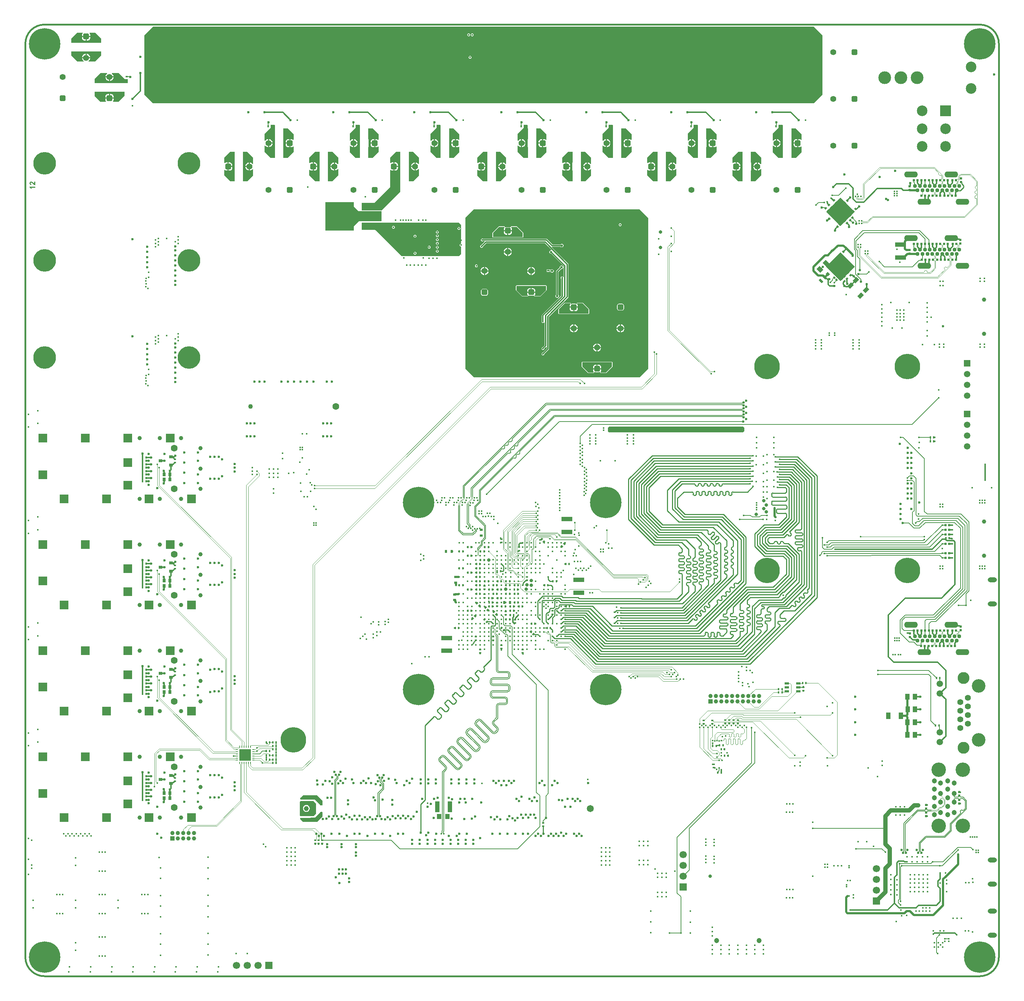
<source format=gbl>
G04*
G04 #@! TF.GenerationSoftware,Altium Limited,Altium Designer,22.10.1 (41)*
G04*
G04 Layer_Physical_Order=12*
G04 Layer_Color=16711680*
%FSAX44Y44*%
%MOMM*%
G71*
G04*
G04 #@! TF.SameCoordinates,2053E68C-710D-41D8-94DE-5FDD911E3308*
G04*
G04*
G04 #@! TF.FilePolarity,Positive*
G04*
G01*
G75*
%ADD10C,0.2500*%
%ADD11C,0.2000*%
%ADD13C,0.5000*%
%ADD14C,0.1000*%
%ADD15C,0.3000*%
%ADD45R,0.3800X0.4800*%
%ADD53R,0.4800X0.3800*%
%ADD57R,1.0000X1.2500*%
%ADD58R,2.5000X1.0000*%
%ADD72C,0.6000*%
%ADD100R,1.0000X0.5000*%
%ADD105R,0.6000X0.5500*%
%ADD108R,0.9500X0.6500*%
%ADD110R,1.2500X1.0000*%
%ADD111R,1.0000X2.5000*%
G04:AMPARAMS|DCode=115|XSize=0.48mm|YSize=0.38mm|CornerRadius=0mm|HoleSize=0mm|Usage=FLASHONLY|Rotation=45.000|XOffset=0mm|YOffset=0mm|HoleType=Round|Shape=Rectangle|*
%AMROTATEDRECTD115*
4,1,4,-0.0354,-0.3041,-0.3041,-0.0354,0.0354,0.3041,0.3041,0.0354,-0.0354,-0.3041,0.0*
%
%ADD115ROTATEDRECTD115*%

G04:AMPARAMS|DCode=116|XSize=0.48mm|YSize=0.38mm|CornerRadius=0mm|HoleSize=0mm|Usage=FLASHONLY|Rotation=135.000|XOffset=0mm|YOffset=0mm|HoleType=Round|Shape=Rectangle|*
%AMROTATEDRECTD116*
4,1,4,0.3041,-0.0354,0.0354,-0.3041,-0.3041,0.0354,-0.0354,0.3041,0.3041,-0.0354,0.0*
%
%ADD116ROTATEDRECTD116*%

%ADD119R,0.8000X0.6300*%
%ADD120R,0.6300X0.8000*%
%ADD126C,0.4500*%
%ADD183R,1.7000X1.7000*%
%ADD201R,1.7000X1.7000*%
%ADD213C,1.1000*%
%ADD216C,1.5000*%
%ADD221C,1.7000*%
%ADD222C,1.2000*%
%ADD223C,1.6000*%
%ADD240C,0.1138*%
%ADD241C,0.1885*%
%ADD242C,0.2490*%
%ADD243C,0.1465*%
%ADD246R,0.5500X0.6000*%
%ADD257C,0.8000*%
%ADD259C,1.0000*%
%ADD262C,0.1500*%
%ADD263C,0.1460*%
%ADD264C,0.1660*%
%ADD269C,2.5000*%
%ADD270C,3.0000*%
%ADD271C,1.0000*%
%ADD272O,2.1500X1.2000*%
%ADD273C,1.4000*%
G04:AMPARAMS|DCode=274|XSize=1.4mm|YSize=1.4mm|CornerRadius=0.35mm|HoleSize=0mm|Usage=FLASHONLY|Rotation=270.000|XOffset=0mm|YOffset=0mm|HoleType=Round|Shape=RoundedRectangle|*
%AMROUNDEDRECTD274*
21,1,1.4000,0.7000,0,0,270.0*
21,1,0.7000,1.4000,0,0,270.0*
1,1,0.7000,-0.3500,-0.3500*
1,1,0.7000,-0.3500,0.3500*
1,1,0.7000,0.3500,0.3500*
1,1,0.7000,0.3500,-0.3500*
%
%ADD274ROUNDEDRECTD274*%
%ADD275C,6.0000*%
%ADD276C,1.6500*%
%ADD277C,1.1500*%
%ADD278C,3.2000*%
%ADD279C,2.8000*%
%ADD280C,3.4000*%
%ADD281R,2.5000X2.5000*%
%ADD282R,2.0000X2.0000*%
%ADD283C,7.4000*%
%ADD284R,1.0000X1.0000*%
%ADD285C,5.3000*%
%ADD286R,1.5000X1.5000*%
%ADD287O,3.2000X1.4000*%
%ADD288C,0.9500*%
G04:AMPARAMS|DCode=289|XSize=1.4mm|YSize=1.4mm|CornerRadius=0.35mm|HoleSize=0mm|Usage=FLASHONLY|Rotation=0.000|XOffset=0mm|YOffset=0mm|HoleType=Round|Shape=RoundedRectangle|*
%AMROUNDEDRECTD289*
21,1,1.4000,0.7000,0,0,0.0*
21,1,0.7000,1.4000,0,0,0.0*
1,1,0.7000,0.3500,-0.3500*
1,1,0.7000,-0.3500,-0.3500*
1,1,0.7000,-0.3500,0.3500*
1,1,0.7000,0.3500,0.3500*
%
%ADD289ROUNDEDRECTD289*%
%ADD290C,0.4500*%
%ADD291C,0.4000*%
%ADD294R,1.0000X1.6000*%
G04:AMPARAMS|DCode=295|XSize=0.91mm|YSize=1.22mm|CornerRadius=0mm|HoleSize=0mm|Usage=FLASHONLY|Rotation=315.000|XOffset=0mm|YOffset=0mm|HoleType=Round|Shape=Rectangle|*
%AMROTATEDRECTD295*
4,1,4,-0.7531,-0.1096,0.1096,0.7531,0.7531,0.1096,-0.1096,-0.7531,-0.7531,-0.1096,0.0*
%
%ADD295ROTATEDRECTD295*%

G04:AMPARAMS|DCode=296|XSize=0.55mm|YSize=1mm|CornerRadius=0mm|HoleSize=0mm|Usage=FLASHONLY|Rotation=225.000|XOffset=0mm|YOffset=0mm|HoleType=Round|Shape=Rectangle|*
%AMROTATEDRECTD296*
4,1,4,-0.1591,0.5480,0.5480,-0.1591,0.1591,-0.5480,-0.5480,0.1591,-0.1591,0.5480,0.0*
%
%ADD296ROTATEDRECTD296*%

%ADD297R,0.6500X0.9000*%
%ADD298R,1.1000X1.4000*%
%ADD299R,0.2500X0.6000*%
%ADD300R,0.6000X0.2500*%
%ADD301R,2.7000X2.7000*%
%ADD302R,6.7000X6.7000*%
%ADD303R,3.0000X1.6000*%
G04:AMPARAMS|DCode=304|XSize=0.8mm|YSize=0.63mm|CornerRadius=0mm|HoleSize=0mm|Usage=FLASHONLY|Rotation=315.000|XOffset=0mm|YOffset=0mm|HoleType=Round|Shape=Rectangle|*
%AMROTATEDRECTD304*
4,1,4,-0.5056,0.0601,-0.0601,0.5056,0.5056,-0.0601,0.0601,-0.5056,-0.5056,0.0601,0.0*
%
%ADD304ROTATEDRECTD304*%

G04:AMPARAMS|DCode=305|XSize=1mm|YSize=1.25mm|CornerRadius=0mm|HoleSize=0mm|Usage=FLASHONLY|Rotation=225.000|XOffset=0mm|YOffset=0mm|HoleType=Round|Shape=Rectangle|*
%AMROTATEDRECTD305*
4,1,4,-0.0884,0.7955,0.7955,-0.0884,0.0884,-0.7955,-0.7955,0.0884,-0.0884,0.7955,0.0*
%
%ADD305ROTATEDRECTD305*%

G36*
X00183000Y02212000D02*
Y02202000D01*
X00113000D01*
Y02212000D01*
X00127000Y02226000D01*
X00139748Y02226000D01*
X00140062Y02224730D01*
X00138811Y02222857D01*
X00138342Y02220500D01*
Y02218270D01*
X00148000D01*
X00157658D01*
Y02220500D01*
X00157190Y02222857D01*
X00155938Y02224730D01*
X00156252Y02226000D01*
X00169000Y02226000D01*
X00183000Y02212000D01*
D02*
G37*
G36*
X00183000Y02172000D02*
X00169000Y02158000D01*
X00154031D01*
X00153691Y02159270D01*
X00153858Y02159366D01*
X00155634Y02161142D01*
X00156890Y02163318D01*
X00157536Y02165730D01*
X00148000D01*
X00138464D01*
X00139110Y02163318D01*
X00140366Y02161142D01*
X00142142Y02159366D01*
X00142309Y02159270D01*
X00141969Y02158000D01*
X00127000D01*
X00113000Y02172000D01*
Y02182000D01*
X00183000Y02182000D01*
Y02172000D01*
D02*
G37*
G36*
X00239000Y02117000D02*
X00246000Y02117000D01*
Y02108000D01*
X00245000Y02107000D01*
X00168000Y02107000D01*
Y02117000D01*
X00182000Y02131000D01*
X00196969D01*
X00197309Y02129730D01*
X00197142Y02129634D01*
X00195366Y02127858D01*
X00194110Y02125682D01*
X00193464Y02123270D01*
X00203000D01*
X00212536D01*
X00211890Y02125682D01*
X00210634Y02127858D01*
X00208858Y02129634D01*
X00208691Y02129730D01*
X00209031Y02131000D01*
X00225000D01*
X00239000Y02117000D01*
D02*
G37*
G36*
X00238000Y02077000D02*
X00224000Y02063000D01*
X00211252D01*
X00210938Y02064270D01*
X00212190Y02066143D01*
X00212658Y02068500D01*
Y02070730D01*
X00203000D01*
X00193342D01*
Y02068500D01*
X00193811Y02066143D01*
X00195062Y02064270D01*
X00194748Y02063000D01*
X00182000D01*
X00168000Y02077000D01*
Y02087000D01*
X00238000Y02087000D01*
Y02077000D01*
D02*
G37*
G36*
X01880000Y02220000D02*
Y02080000D01*
X01860000Y02060000D01*
X00305000D01*
X00285000Y02080000D01*
Y02220000D01*
X00305000Y02240000D01*
X01860000D01*
X01880000Y02220000D01*
D02*
G37*
G36*
X00836000Y01987000D02*
Y01974252D01*
X00834730Y01973938D01*
X00832857Y01975190D01*
X00830500Y01975658D01*
X00828270D01*
Y01966000D01*
Y01956342D01*
X00830500D01*
X00832857Y01956810D01*
X00834730Y01958062D01*
X00836000Y01957748D01*
Y01945000D01*
X00822000Y01931000D01*
X00812000D01*
X00812000Y02001000D01*
X00822000D01*
X00836000Y01987000D01*
D02*
G37*
G36*
X01431000D02*
Y01974252D01*
X01429730Y01973938D01*
X01427857Y01975190D01*
X01425500Y01975658D01*
X01423270D01*
Y01966000D01*
Y01956342D01*
X01425500D01*
X01427857Y01956810D01*
X01429730Y01958062D01*
X01431000Y01957748D01*
Y01945000D01*
X01417000Y01931000D01*
X01407000D01*
X01407000Y02001000D01*
X01417000D01*
X01431000Y01987000D01*
D02*
G37*
G36*
X01231000D02*
Y01974252D01*
X01229730Y01973938D01*
X01227857Y01975190D01*
X01225500Y01975658D01*
X01223270D01*
Y01966000D01*
Y01956342D01*
X01225500D01*
X01227857Y01956810D01*
X01229730Y01958062D01*
X01231000Y01957748D01*
Y01945000D01*
X01217000Y01931000D01*
X01207000D01*
X01207000Y02001000D01*
X01217000D01*
X01231000Y01987000D01*
D02*
G37*
G36*
X01026000D02*
Y01974252D01*
X01024730Y01973938D01*
X01022857Y01975190D01*
X01020500Y01975658D01*
X01018270D01*
Y01966000D01*
Y01956342D01*
X01020500D01*
X01022857Y01956810D01*
X01024730Y01958062D01*
X01026000Y01957748D01*
Y01945000D01*
X01012000Y01931000D01*
X01002000D01*
X01002000Y02001000D01*
X01012000D01*
X01026000Y01987000D01*
D02*
G37*
G36*
X00636000Y01987000D02*
Y01974252D01*
X00634730Y01973938D01*
X00632857Y01975190D01*
X00630500Y01975658D01*
X00628270D01*
Y01966000D01*
Y01956342D01*
X00630500D01*
X00632857Y01956810D01*
X00634730Y01958062D01*
X00636000Y01957748D01*
Y01945000D01*
X00622000Y01931000D01*
X00612000D01*
X00612000Y02001000D01*
X00622000D01*
X00636000Y01987000D01*
D02*
G37*
G36*
X01831000D02*
Y01974252D01*
X01829730Y01973938D01*
X01827857Y01975190D01*
X01825500Y01975658D01*
X01823270D01*
Y01966000D01*
Y01956342D01*
X01825500D01*
X01827857Y01956810D01*
X01829730Y01958062D01*
X01831000Y01957748D01*
Y01945000D01*
X01817000Y01931000D01*
X01807000D01*
X01807000Y02001000D01*
X01817000D01*
X01831000Y01987000D01*
D02*
G37*
G36*
X01631000D02*
Y01974252D01*
X01629730Y01973938D01*
X01627857Y01975190D01*
X01625500Y01975658D01*
X01623270D01*
Y01966000D01*
Y01956342D01*
X01625500D01*
X01627857Y01956810D01*
X01629730Y01958062D01*
X01631000Y01957748D01*
Y01945000D01*
X01617000Y01931000D01*
X01607000D01*
X01607000Y02001000D01*
X01617000D01*
X01631000Y01987000D01*
D02*
G37*
G36*
X01387000Y02008000D02*
X01387000Y01931000D01*
X01377000D01*
X01363000Y01945000D01*
Y01959969D01*
X01364270Y01960309D01*
X01364366Y01960142D01*
X01366142Y01958366D01*
X01368318Y01957110D01*
X01370730Y01956464D01*
Y01966000D01*
Y01975536D01*
X01368318Y01974890D01*
X01366142Y01973634D01*
X01364366Y01971858D01*
X01364270Y01971691D01*
X01363000Y01972031D01*
Y01988000D01*
X01377000Y02002000D01*
X01377000Y02009000D01*
X01386000D01*
X01387000Y02008000D01*
D02*
G37*
G36*
X01187000D02*
X01187000Y01931000D01*
X01177000D01*
X01163000Y01945000D01*
Y01959969D01*
X01164270Y01960309D01*
X01164366Y01960142D01*
X01166142Y01958366D01*
X01168318Y01957110D01*
X01170730Y01956464D01*
Y01966000D01*
Y01975536D01*
X01168318Y01974890D01*
X01166142Y01973634D01*
X01164366Y01971858D01*
X01164270Y01971691D01*
X01163000Y01972031D01*
Y01988000D01*
X01177000Y02002000D01*
X01177000Y02009000D01*
X01186000D01*
X01187000Y02008000D01*
D02*
G37*
G36*
X00982000D02*
X00982000Y01931000D01*
X00972000D01*
X00958000Y01945000D01*
Y01959969D01*
X00959270Y01960309D01*
X00959366Y01960142D01*
X00961142Y01958366D01*
X00963318Y01957110D01*
X00965730Y01956464D01*
Y01966000D01*
Y01975536D01*
X00963318Y01974890D01*
X00961142Y01973634D01*
X00959366Y01971858D01*
X00959270Y01971691D01*
X00958000Y01972031D01*
Y01988000D01*
X00972000Y02002000D01*
X00972000Y02009000D01*
X00981000D01*
X00982000Y02008000D01*
D02*
G37*
G36*
X00792000D02*
X00792000Y01931000D01*
X00782000D01*
X00768000Y01945000D01*
Y01959969D01*
X00769270Y01960309D01*
X00769366Y01960142D01*
X00771142Y01958366D01*
X00773318Y01957110D01*
X00775730Y01956464D01*
Y01966000D01*
Y01975536D01*
X00773318Y01974890D01*
X00771142Y01973634D01*
X00769366Y01971858D01*
X00769270Y01971691D01*
X00768000Y01972031D01*
Y01988000D01*
X00782000Y02002000D01*
X00782000Y02009000D01*
X00791000D01*
X00792000Y02008000D01*
D02*
G37*
G36*
X01787000Y02008000D02*
X01787000Y01931000D01*
X01777000D01*
X01763000Y01945000D01*
Y01959969D01*
X01764270Y01960309D01*
X01764366Y01960142D01*
X01766142Y01958366D01*
X01768318Y01957110D01*
X01770730Y01956464D01*
Y01966000D01*
Y01975536D01*
X01768318Y01974890D01*
X01766142Y01973634D01*
X01764366Y01971858D01*
X01764270Y01971691D01*
X01763000Y01972031D01*
Y01988000D01*
X01777000Y02002000D01*
X01777000Y02009000D01*
X01786000D01*
X01787000Y02008000D01*
D02*
G37*
G36*
X01587000D02*
X01587000Y01931000D01*
X01577000D01*
X01563000Y01945000D01*
Y01959969D01*
X01564270Y01960309D01*
X01564366Y01960142D01*
X01566142Y01958366D01*
X01568318Y01957110D01*
X01570730Y01956464D01*
Y01966000D01*
Y01975536D01*
X01568318Y01974890D01*
X01566142Y01973634D01*
X01564366Y01971858D01*
X01564270Y01971691D01*
X01563000Y01972031D01*
Y01988000D01*
X01577000Y02002000D01*
X01577000Y02009000D01*
X01586000D01*
X01587000Y02008000D01*
D02*
G37*
G36*
X00592000D02*
X00592000Y01931000D01*
X00582000D01*
X00568000Y01945000D01*
Y01959969D01*
X00569270Y01960309D01*
X00569366Y01960142D01*
X00571143Y01958366D01*
X00573318Y01957110D01*
X00575730Y01956464D01*
Y01966000D01*
Y01975536D01*
X00573318Y01974890D01*
X00571143Y01973634D01*
X00569366Y01971858D01*
X00569270Y01971691D01*
X00568000Y01972031D01*
Y01988000D01*
X00582000Y02002000D01*
X00582000Y02009000D01*
X00591000D01*
X00592000Y02008000D01*
D02*
G37*
G36*
X01336000Y01932000D02*
Y01917031D01*
X01334730Y01916691D01*
X01334634Y01916858D01*
X01332858Y01918634D01*
X01330682Y01919890D01*
X01328270Y01920536D01*
Y01911000D01*
Y01901464D01*
X01330682Y01902110D01*
X01332858Y01903366D01*
X01334634Y01905142D01*
X01334730Y01905309D01*
X01336000Y01904969D01*
Y01890000D01*
X01322000Y01876000D01*
X01312000D01*
X01312000Y01946000D01*
X01322000D01*
X01336000Y01932000D01*
D02*
G37*
G36*
X00741000D02*
Y01917031D01*
X00739730Y01916691D01*
X00739634Y01916858D01*
X00737858Y01918634D01*
X00735682Y01919890D01*
X00733270Y01920536D01*
Y01911000D01*
Y01901464D01*
X00735682Y01902110D01*
X00737858Y01903366D01*
X00739634Y01905142D01*
X00739730Y01905309D01*
X00741000Y01904969D01*
Y01890000D01*
X00727000Y01876000D01*
X00717000D01*
X00717000Y01946000D01*
X00727000D01*
X00741000Y01932000D01*
D02*
G37*
G36*
X00541000Y01932000D02*
Y01917031D01*
X00539730Y01916691D01*
X00539634Y01916858D01*
X00537858Y01918634D01*
X00535682Y01919890D01*
X00533270Y01920536D01*
Y01911000D01*
X00532000D01*
D01*
X00533270D01*
Y01901464D01*
X00535682Y01902110D01*
X00537858Y01903366D01*
X00539634Y01905142D01*
X00540881Y01905058D01*
X00541000Y01904969D01*
Y01890000D01*
X00527000Y01876000D01*
X00517000D01*
X00517000Y01946000D01*
X00527000D01*
X00541000Y01932000D01*
D02*
G37*
G36*
X01736000D02*
Y01917031D01*
X01734730Y01916691D01*
X01734634Y01916858D01*
X01732858Y01918634D01*
X01730682Y01919890D01*
X01728270Y01920536D01*
Y01911000D01*
Y01901464D01*
X01730682Y01902110D01*
X01732858Y01903366D01*
X01734634Y01905142D01*
X01734730Y01905309D01*
X01736000Y01904969D01*
Y01890000D01*
X01722000Y01876000D01*
X01712000D01*
X01712000Y01946000D01*
X01722000D01*
X01736000Y01932000D01*
D02*
G37*
G36*
X01536000D02*
Y01917031D01*
X01534730Y01916691D01*
X01534634Y01916858D01*
X01532858Y01918634D01*
X01530682Y01919890D01*
X01528270Y01920536D01*
Y01911000D01*
Y01901464D01*
X01530682Y01902110D01*
X01532858Y01903366D01*
X01534634Y01905142D01*
X01534730Y01905309D01*
X01536000Y01904969D01*
Y01890000D01*
X01522000Y01876000D01*
X01512000D01*
X01512000Y01946000D01*
X01522000D01*
X01536000Y01932000D01*
D02*
G37*
G36*
X01136000Y01932000D02*
Y01917031D01*
X01134730Y01916691D01*
X01134634Y01916858D01*
X01132858Y01918634D01*
X01130682Y01919890D01*
X01128270Y01920536D01*
Y01911000D01*
Y01901464D01*
X01130682Y01902110D01*
X01132858Y01903366D01*
X01134634Y01905142D01*
X01134730Y01905309D01*
X01136000Y01904969D01*
Y01890000D01*
X01122000Y01876000D01*
X01112000D01*
X01112000Y01946000D01*
X01122000D01*
X01136000Y01932000D01*
D02*
G37*
G36*
X00931000D02*
Y01917031D01*
X00929730Y01916691D01*
X00929634Y01916858D01*
X00927858Y01918634D01*
X00925682Y01919890D01*
X00923270Y01920536D01*
Y01911000D01*
Y01901464D01*
X00925682Y01902110D01*
X00927858Y01903366D01*
X00929634Y01905142D01*
X00929730Y01905309D01*
X00931000Y01904969D01*
Y01890000D01*
X00917000Y01876000D01*
X00907000D01*
X00907000Y01946000D01*
X00917000D01*
X00931000Y01932000D01*
D02*
G37*
G36*
X01292000Y01876000D02*
X01282000D01*
X01268000Y01890000D01*
X01268000Y01902748D01*
X01269270Y01903062D01*
X01271143Y01901810D01*
X01273500Y01901342D01*
X01275730D01*
Y01911000D01*
Y01920658D01*
X01273500D01*
X01271143Y01920190D01*
X01269270Y01918938D01*
X01268000Y01919252D01*
X01268000Y01932000D01*
X01282000Y01946000D01*
X01292000D01*
Y01876000D01*
D02*
G37*
G36*
X01092000D02*
X01082000D01*
X01068000Y01890000D01*
X01068000Y01902748D01*
X01069270Y01903062D01*
X01071143Y01901810D01*
X01073500Y01901342D01*
X01075730D01*
Y01911000D01*
Y01920658D01*
X01073500D01*
X01071143Y01920190D01*
X01069270Y01918938D01*
X01068000Y01919252D01*
X01068000Y01932000D01*
X01082000Y01946000D01*
X01092000D01*
Y01876000D01*
D02*
G37*
G36*
X00887000Y01852000D02*
X00843000Y01808000D01*
X00826000Y01808000D01*
X00796000D01*
Y01825000D01*
X00826000D01*
X00863000Y01862000D01*
Y01902748D01*
X00864270Y01903062D01*
X00866143Y01901810D01*
X00868500Y01901342D01*
X00870730D01*
Y01911000D01*
Y01920658D01*
X00868500D01*
X00866143Y01920190D01*
X00864270Y01918938D01*
X00863000Y01919252D01*
Y01932000D01*
X00877000Y01946000D01*
X00887000D01*
Y01852000D01*
D02*
G37*
G36*
X00697000Y01876000D02*
X00687000D01*
X00673000Y01890000D01*
X00673000Y01902748D01*
X00674270Y01903062D01*
X00676143Y01901810D01*
X00678500Y01901342D01*
X00680730D01*
Y01911000D01*
Y01920658D01*
X00678500D01*
X00676143Y01920190D01*
X00674270Y01918938D01*
X00673000Y01919252D01*
X00673000Y01932000D01*
X00687000Y01946000D01*
X00697000D01*
Y01876000D01*
D02*
G37*
G36*
X01692000Y01876000D02*
X01682000D01*
X01668000Y01890000D01*
X01668000Y01902748D01*
X01669270Y01903062D01*
X01671143Y01901810D01*
X01673500Y01901342D01*
X01675730D01*
Y01911000D01*
Y01920658D01*
X01673500D01*
X01671143Y01920190D01*
X01669270Y01918938D01*
X01668000Y01919252D01*
X01668000Y01932000D01*
X01682000Y01946000D01*
X01692000D01*
Y01876000D01*
D02*
G37*
G36*
X01492000D02*
X01482000D01*
X01468000Y01890000D01*
X01468000Y01902748D01*
X01469270Y01903062D01*
X01471143Y01901810D01*
X01473500Y01901342D01*
X01475730D01*
Y01911000D01*
Y01920658D01*
X01473500D01*
X01471143Y01920190D01*
X01469270Y01918938D01*
X01468000Y01919252D01*
X01468000Y01932000D01*
X01482000Y01946000D01*
X01492000D01*
Y01876000D01*
D02*
G37*
G36*
X00497000D02*
X00487000D01*
X00473000Y01890000D01*
X00473000Y01902748D01*
X00474270Y01903062D01*
X00476143Y01901810D01*
X00478500Y01901342D01*
X00480730D01*
Y01911000D01*
Y01920658D01*
X00478500D01*
X00476143Y01920190D01*
X00474270Y01918938D01*
X00473000Y01919252D01*
X00473000Y01932000D01*
X00487000Y01946000D01*
X00497000D01*
Y01876000D01*
D02*
G37*
G36*
X01955500Y01804500D02*
X01922000Y01771000D01*
X01888500Y01804500D01*
X01922000Y01838000D01*
X01955500Y01804500D01*
D02*
G37*
G36*
X00778000Y01817000D02*
X00789000Y01806000D01*
X00843000D01*
Y01782000D01*
X00790000D01*
X00778000Y01770000D01*
Y01760000D01*
X00711000D01*
Y01827000D01*
X00778000D01*
Y01817000D01*
D02*
G37*
G36*
X01030000Y01774000D02*
Y01729250D01*
X01029353D01*
X01028159Y01728755D01*
X01027245Y01727841D01*
X01026750Y01726647D01*
Y01725354D01*
X01027245Y01724159D01*
X01028159Y01723245D01*
X01029353Y01722750D01*
X01030000D01*
Y01705000D01*
X01025000Y01700000D01*
X00890000D01*
X00828000Y01762000D01*
X00796000D01*
Y01779000D01*
X01025000D01*
X01030000Y01774000D01*
D02*
G37*
G36*
X01955843Y01675500D02*
X01922343Y01642000D01*
X01888843Y01675500D01*
X01922343Y01709000D01*
X01955843Y01675500D01*
D02*
G37*
G36*
X01470000Y01790000D02*
Y01490000D01*
Y01435000D01*
X01450000Y01415000D01*
X01060000Y01415000D01*
X01040000Y01435000D01*
Y01790000D01*
X01060000Y01810000D01*
X01450000Y01810000D01*
X01470000Y01790000D01*
D02*
G37*
G36*
X01693000Y01299000D02*
X01696000Y01296000D01*
Y01288000D01*
X01693000Y01285000D01*
X01378000Y01285000D01*
X01375000Y01288000D01*
Y01296000D01*
X01378000Y01299000D01*
X01693000Y01299000D01*
D02*
G37*
G36*
X00704000Y00418000D02*
Y00408000D01*
X00703000Y00407000D01*
X00700000D01*
X00686000Y00421000D01*
X00652000D01*
Y00425000D01*
X00658000Y00431000D01*
X00691000D01*
X00704000Y00418000D01*
D02*
G37*
G36*
X00689000Y00411000D02*
Y00388000D01*
X00683000Y00382000D01*
X00652000D01*
X00651000Y00383000D01*
Y00416000D01*
X00652000Y00417000D01*
X00683000D01*
X00689000Y00411000D01*
D02*
G37*
G36*
X00704000Y00391000D02*
Y00381000D01*
X00691000Y00368000D01*
X00658000D01*
X00652000Y00374000D01*
Y00378000D01*
X00686000D01*
X00700000Y00392000D01*
X00703000D01*
X00704000Y00391000D01*
D02*
G37*
G36*
X00028000Y01866999D02*
X00027982D01*
X00027945D01*
X00027870Y01867018D01*
X00027778Y01867036D01*
X00027667Y01867055D01*
X00027537Y01867073D01*
X00027204Y01867147D01*
X00026834Y01867258D01*
X00026426Y01867406D01*
X00025982Y01867592D01*
X00025556Y01867832D01*
X00025537D01*
X00025500Y01867869D01*
X00025426Y01867906D01*
X00025352Y01867980D01*
X00025222Y01868055D01*
X00025093Y01868166D01*
X00024926Y01868295D01*
X00024741Y01868443D01*
X00024519Y01868610D01*
X00024297Y01868814D01*
X00024037Y01869036D01*
X00023760Y01869295D01*
X00023482Y01869573D01*
X00023167Y01869888D01*
X00022834Y01870221D01*
X00022482Y01870591D01*
X00022464Y01870610D01*
X00022408Y01870665D01*
X00022334Y01870739D01*
X00022223Y01870851D01*
X00022112Y01870999D01*
X00021964Y01871147D01*
X00021630Y01871480D01*
X00021279Y01871813D01*
X00020927Y01872147D01*
X00020779Y01872295D01*
X00020612Y01872443D01*
X00020482Y01872554D01*
X00020371Y01872628D01*
X00020334Y01872647D01*
X00020242Y01872702D01*
X00020093Y01872795D01*
X00019890Y01872887D01*
X00019668Y01872980D01*
X00019408Y01873073D01*
X00019149Y01873128D01*
X00018871Y01873147D01*
X00018853D01*
X00018834D01*
X00018742D01*
X00018575Y01873128D01*
X00018390Y01873091D01*
X00018186Y01873035D01*
X00017982Y01872961D01*
X00017779Y01872850D01*
X00017594Y01872702D01*
X00017575Y01872684D01*
X00017520Y01872628D01*
X00017446Y01872517D01*
X00017371Y01872387D01*
X00017297Y01872202D01*
X00017223Y01871999D01*
X00017168Y01871758D01*
X00017149Y01871480D01*
Y01871351D01*
X00017168Y01871202D01*
X00017205Y01871036D01*
X00017260Y01870832D01*
X00017353Y01870628D01*
X00017464Y01870425D01*
X00017612Y01870240D01*
X00017631Y01870221D01*
X00017705Y01870165D01*
X00017816Y01870091D01*
X00017982Y01870017D01*
X00018186Y01869925D01*
X00018464Y01869851D01*
X00018779Y01869777D01*
X00019149Y01869740D01*
X00018908Y01867295D01*
X00018890D01*
X00018816Y01867314D01*
X00018723D01*
X00018575Y01867351D01*
X00018408Y01867369D01*
X00018223Y01867425D01*
X00018020Y01867480D01*
X00017779Y01867536D01*
X00017316Y01867721D01*
X00016834Y01867943D01*
X00016594Y01868092D01*
X00016372Y01868258D01*
X00016186Y01868443D01*
X00016001Y01868647D01*
X00015983Y01868666D01*
X00015964Y01868703D01*
X00015927Y01868758D01*
X00015853Y01868851D01*
X00015798Y01868962D01*
X00015724Y01869110D01*
X00015631Y01869258D01*
X00015557Y01869443D01*
X00015464Y01869647D01*
X00015390Y01869869D01*
X00015242Y01870351D01*
X00015150Y01870925D01*
X00015131Y01871221D01*
X00015113Y01871536D01*
Y01871721D01*
X00015131Y01871850D01*
X00015150Y01872017D01*
X00015168Y01872202D01*
X00015205Y01872406D01*
X00015242Y01872628D01*
X00015372Y01873110D01*
X00015557Y01873591D01*
X00015668Y01873850D01*
X00015798Y01874072D01*
X00015964Y01874313D01*
X00016149Y01874517D01*
X00016168Y01874535D01*
X00016186Y01874572D01*
X00016260Y01874609D01*
X00016335Y01874684D01*
X00016427Y01874776D01*
X00016557Y01874869D01*
X00016686Y01874961D01*
X00016853Y01875072D01*
X00017223Y01875258D01*
X00017649Y01875443D01*
X00017890Y01875517D01*
X00018149Y01875554D01*
X00018427Y01875591D01*
X00018705Y01875609D01*
X00018742D01*
X00018853D01*
X00019020Y01875591D01*
X00019223Y01875572D01*
X00019482Y01875535D01*
X00019760Y01875480D01*
X00020056Y01875406D01*
X00020353Y01875294D01*
X00020390Y01875276D01*
X00020482Y01875239D01*
X00020649Y01875165D01*
X00020853Y01875054D01*
X00021093Y01874924D01*
X00021371Y01874758D01*
X00021667Y01874554D01*
X00021982Y01874313D01*
X00022001Y01874295D01*
X00022093Y01874221D01*
X00022223Y01874109D01*
X00022408Y01873943D01*
X00022630Y01873721D01*
X00022926Y01873443D01*
X00023241Y01873110D01*
X00023630Y01872702D01*
X00023649Y01872684D01*
X00023667Y01872647D01*
X00023723Y01872591D01*
X00023797Y01872517D01*
X00023982Y01872313D01*
X00024204Y01872073D01*
X00024445Y01871832D01*
X00024685Y01871591D01*
X00024889Y01871369D01*
X00024982Y01871295D01*
X00025056Y01871221D01*
X00025074Y01871202D01*
X00025111Y01871165D01*
X00025185Y01871110D01*
X00025278Y01871036D01*
X00025482Y01870869D01*
X00025722Y01870721D01*
Y01875609D01*
X00028000D01*
Y01866999D01*
D02*
G37*
G36*
Y01861166D02*
X00018723D01*
X00018742Y01861148D01*
X00018779Y01861111D01*
X00018834Y01861037D01*
X00018927Y01860926D01*
X00019038Y01860796D01*
X00019149Y01860648D01*
X00019279Y01860463D01*
X00019427Y01860259D01*
X00019575Y01860037D01*
X00019723Y01859796D01*
X00019890Y01859537D01*
X00020038Y01859259D01*
X00020316Y01858667D01*
X00020575Y01858000D01*
X00018353D01*
Y01858018D01*
X00018334Y01858037D01*
X00018316Y01858093D01*
X00018297Y01858167D01*
X00018205Y01858352D01*
X00018094Y01858611D01*
X00017945Y01858926D01*
X00017742Y01859278D01*
X00017483Y01859666D01*
X00017186Y01860074D01*
X00017168Y01860092D01*
X00017149Y01860129D01*
X00017094Y01860185D01*
X00017020Y01860259D01*
X00016834Y01860463D01*
X00016594Y01860685D01*
X00016298Y01860944D01*
X00015927Y01861203D01*
X00015538Y01861444D01*
X00015113Y01861629D01*
Y01863629D01*
X00028000D01*
Y01861166D01*
D02*
G37*
%LPC*%
G36*
X00157658Y02215730D02*
X00149270D01*
Y02207342D01*
X00151500D01*
X00153857Y02207810D01*
X00155855Y02209145D01*
X00157190Y02211143D01*
X00157658Y02213500D01*
Y02215730D01*
D02*
G37*
G36*
X00146730D02*
X00138342D01*
Y02213500D01*
X00138811Y02211143D01*
X00140145Y02209145D01*
X00142143Y02207810D01*
X00144500Y02207342D01*
X00146730D01*
Y02215730D01*
D02*
G37*
G36*
X00149270Y02176536D02*
Y02168270D01*
X00157536D01*
X00156890Y02170682D01*
X00155634Y02172858D01*
X00153858Y02174634D01*
X00151682Y02175890D01*
X00149270Y02176536D01*
D02*
G37*
G36*
X00146730D02*
X00144318Y02175890D01*
X00142142Y02174634D01*
X00140366Y02172858D01*
X00139110Y02170682D01*
X00138464Y02168270D01*
X00146730D01*
Y02176536D01*
D02*
G37*
G36*
X00212536Y02120730D02*
X00204270D01*
Y02112464D01*
X00206682Y02113110D01*
X00208858Y02114366D01*
X00210634Y02116142D01*
X00211890Y02118318D01*
X00212536Y02120730D01*
D02*
G37*
G36*
X00201730D02*
X00193464D01*
X00194110Y02118318D01*
X00195366Y02116142D01*
X00197142Y02114366D01*
X00199318Y02113110D01*
X00201730Y02112464D01*
Y02120730D01*
D02*
G37*
G36*
X00206500Y02081658D02*
X00204270D01*
Y02073270D01*
X00212658D01*
Y02075500D01*
X00212190Y02077857D01*
X00210855Y02079854D01*
X00208857Y02081190D01*
X00206500Y02081658D01*
D02*
G37*
G36*
X00201730D02*
X00199500D01*
X00197143Y02081190D01*
X00195145Y02079854D01*
X00193811Y02077857D01*
X00193342Y02075500D01*
Y02073270D01*
X00201730D01*
Y02081658D01*
D02*
G37*
G36*
X01056646Y02224250D02*
X01055353D01*
X01054159Y02223755D01*
X01053245Y02222841D01*
X01052750Y02221647D01*
Y02220354D01*
X01053245Y02219159D01*
X01054159Y02218245D01*
X01055353Y02217750D01*
X01056646D01*
X01057841Y02218245D01*
X01058755Y02219159D01*
X01059250Y02220354D01*
Y02221647D01*
X01058755Y02222841D01*
X01057841Y02223755D01*
X01056646Y02224250D01*
D02*
G37*
G36*
X01048646D02*
X01047354D01*
X01046159Y02223755D01*
X01045245Y02222841D01*
X01044750Y02221647D01*
Y02220354D01*
X01045245Y02219159D01*
X01046159Y02218245D01*
X01047354Y02217750D01*
X01048646D01*
X01049841Y02218245D01*
X01050755Y02219159D01*
X01051250Y02220354D01*
Y02221647D01*
X01050755Y02222841D01*
X01049841Y02223755D01*
X01048646Y02224250D01*
D02*
G37*
G36*
X01051646Y02171250D02*
X01050354D01*
X01049159Y02170755D01*
X01048245Y02169841D01*
X01047750Y02168647D01*
Y02167354D01*
X01048245Y02166159D01*
X01049159Y02165245D01*
X01050354Y02164750D01*
X01051646D01*
X01052841Y02165245D01*
X01053755Y02166159D01*
X01054250Y02167354D01*
Y02168647D01*
X01053755Y02169841D01*
X01052841Y02170755D01*
X01051646Y02171250D01*
D02*
G37*
G36*
X00825730Y01975658D02*
X00823500D01*
X00821143Y01975190D01*
X00819146Y01973855D01*
X00817811Y01971857D01*
X00817342Y01969500D01*
Y01967270D01*
X00825730D01*
Y01975658D01*
D02*
G37*
G36*
Y01964730D02*
X00817342D01*
Y01962500D01*
X00817811Y01960143D01*
X00819146Y01958145D01*
X00821143Y01956810D01*
X00823500Y01956342D01*
X00825730D01*
Y01964730D01*
D02*
G37*
G36*
X01420730Y01975658D02*
X01418500D01*
X01416143Y01975190D01*
X01414145Y01973855D01*
X01412811Y01971857D01*
X01412342Y01969500D01*
Y01967270D01*
X01420730D01*
Y01975658D01*
D02*
G37*
G36*
Y01964730D02*
X01412342D01*
Y01962500D01*
X01412811Y01960143D01*
X01414145Y01958145D01*
X01416143Y01956810D01*
X01418500Y01956342D01*
X01420730D01*
Y01964730D01*
D02*
G37*
G36*
X01220730Y01975658D02*
X01218500D01*
X01216143Y01975190D01*
X01214146Y01973855D01*
X01212811Y01971857D01*
X01212342Y01969500D01*
Y01967270D01*
X01220730D01*
Y01975658D01*
D02*
G37*
G36*
Y01964730D02*
X01212342D01*
Y01962500D01*
X01212811Y01960143D01*
X01214146Y01958145D01*
X01216143Y01956810D01*
X01218500Y01956342D01*
X01220730D01*
Y01964730D01*
D02*
G37*
G36*
X01015730Y01975658D02*
X01013500D01*
X01011143Y01975190D01*
X01009145Y01973855D01*
X01007810Y01971857D01*
X01007342Y01969500D01*
Y01967270D01*
X01015730D01*
Y01975658D01*
D02*
G37*
G36*
Y01964730D02*
X01007342D01*
Y01962500D01*
X01007810Y01960143D01*
X01009145Y01958145D01*
X01011143Y01956810D01*
X01013500Y01956342D01*
X01015730D01*
Y01964730D01*
D02*
G37*
G36*
X00625730Y01975658D02*
X00623500D01*
X00621143Y01975190D01*
X00619146Y01973855D01*
X00617811Y01971857D01*
X00617342Y01969500D01*
Y01967270D01*
X00625730D01*
Y01975658D01*
D02*
G37*
G36*
Y01964730D02*
X00617342D01*
Y01962500D01*
X00617811Y01960143D01*
X00619146Y01958145D01*
X00621143Y01956810D01*
X00623500Y01956342D01*
X00625730D01*
Y01964730D01*
D02*
G37*
G36*
X01820730Y01975658D02*
X01818500D01*
X01816143Y01975190D01*
X01814145Y01973855D01*
X01812811Y01971857D01*
X01812342Y01969500D01*
Y01967270D01*
X01820730D01*
Y01975658D01*
D02*
G37*
G36*
Y01964730D02*
X01812342D01*
Y01962500D01*
X01812811Y01960143D01*
X01814145Y01958145D01*
X01816143Y01956810D01*
X01818500Y01956342D01*
X01820730D01*
Y01964730D01*
D02*
G37*
G36*
X01620730Y01975658D02*
X01618500D01*
X01616143Y01975190D01*
X01614145Y01973855D01*
X01612811Y01971857D01*
X01612342Y01969500D01*
Y01967270D01*
X01620730D01*
Y01975658D01*
D02*
G37*
G36*
Y01964730D02*
X01612342D01*
Y01962500D01*
X01612811Y01960143D01*
X01614145Y01958145D01*
X01616143Y01956810D01*
X01618500Y01956342D01*
X01620730D01*
Y01964730D01*
D02*
G37*
G36*
X01373270Y01975536D02*
Y01967270D01*
X01381536D01*
X01380890Y01969682D01*
X01379634Y01971858D01*
X01377858Y01973634D01*
X01375682Y01974890D01*
X01373270Y01975536D01*
D02*
G37*
G36*
X01381536Y01964730D02*
X01373270D01*
Y01956464D01*
X01375682Y01957110D01*
X01377858Y01958366D01*
X01379634Y01960142D01*
X01380890Y01962318D01*
X01381536Y01964730D01*
D02*
G37*
G36*
X01173270Y01975536D02*
Y01967270D01*
X01181536D01*
X01180890Y01969682D01*
X01179634Y01971858D01*
X01177858Y01973634D01*
X01175682Y01974890D01*
X01173270Y01975536D01*
D02*
G37*
G36*
X01181536Y01964730D02*
X01173270D01*
Y01956464D01*
X01175682Y01957110D01*
X01177858Y01958366D01*
X01179634Y01960142D01*
X01180890Y01962318D01*
X01181536Y01964730D01*
D02*
G37*
G36*
X00968270Y01975536D02*
Y01967270D01*
X00976536D01*
X00975890Y01969682D01*
X00974634Y01971858D01*
X00972858Y01973634D01*
X00970682Y01974890D01*
X00968270Y01975536D01*
D02*
G37*
G36*
X00976536Y01964730D02*
X00968270D01*
Y01956464D01*
X00970682Y01957110D01*
X00972858Y01958366D01*
X00974634Y01960142D01*
X00975890Y01962318D01*
X00976536Y01964730D01*
D02*
G37*
G36*
X00778270Y01975536D02*
Y01967270D01*
X00786536D01*
X00785890Y01969682D01*
X00784634Y01971858D01*
X00782858Y01973634D01*
X00780682Y01974890D01*
X00778270Y01975536D01*
D02*
G37*
G36*
X00786536Y01964730D02*
X00778270D01*
Y01956464D01*
X00780682Y01957110D01*
X00782858Y01958366D01*
X00784634Y01960142D01*
X00785890Y01962318D01*
X00786536Y01964730D01*
D02*
G37*
G36*
X01773270Y01975536D02*
Y01967270D01*
X01781536D01*
X01780890Y01969682D01*
X01779634Y01971858D01*
X01777858Y01973634D01*
X01775682Y01974890D01*
X01773270Y01975536D01*
D02*
G37*
G36*
X01781536Y01964730D02*
X01773270D01*
Y01956464D01*
X01775682Y01957110D01*
X01777858Y01958366D01*
X01779634Y01960142D01*
X01780890Y01962318D01*
X01781536Y01964730D01*
D02*
G37*
G36*
X01573270Y01975536D02*
Y01967270D01*
X01581536D01*
X01580890Y01969682D01*
X01579634Y01971858D01*
X01577858Y01973634D01*
X01575682Y01974890D01*
X01573270Y01975536D01*
D02*
G37*
G36*
X01581536Y01964730D02*
X01573270D01*
Y01956464D01*
X01575682Y01957110D01*
X01577858Y01958366D01*
X01579634Y01960142D01*
X01580890Y01962318D01*
X01581536Y01964730D01*
D02*
G37*
G36*
X00578270Y01975536D02*
Y01967270D01*
X00586536D01*
X00585890Y01969682D01*
X00584634Y01971858D01*
X00582858Y01973634D01*
X00580682Y01974890D01*
X00578270Y01975536D01*
D02*
G37*
G36*
X00586536Y01964730D02*
X00578270D01*
Y01956464D01*
X00580682Y01957110D01*
X00582858Y01958366D01*
X00584634Y01960142D01*
X00585890Y01962318D01*
X00586536Y01964730D01*
D02*
G37*
G36*
X01325730Y01920536D02*
X01323318Y01919890D01*
X01321142Y01918634D01*
X01319366Y01916858D01*
X01318110Y01914682D01*
X01317464Y01912270D01*
X01325730D01*
Y01920536D01*
D02*
G37*
G36*
Y01909730D02*
X01317464D01*
X01318110Y01907318D01*
X01319366Y01905142D01*
X01321142Y01903366D01*
X01323318Y01902110D01*
X01325730Y01901464D01*
Y01909730D01*
D02*
G37*
G36*
X00730730Y01920536D02*
X00728318Y01919890D01*
X00726142Y01918634D01*
X00724366Y01916858D01*
X00723110Y01914682D01*
X00722464Y01912270D01*
X00730730D01*
Y01920536D01*
D02*
G37*
G36*
Y01909730D02*
X00722464D01*
X00723110Y01907318D01*
X00724366Y01905142D01*
X00726142Y01903366D01*
X00728318Y01902110D01*
X00730730Y01901464D01*
Y01909730D01*
D02*
G37*
G36*
X00530730Y01920536D02*
X00528318Y01919890D01*
X00526143Y01918634D01*
X00524366Y01916858D01*
X00523110Y01914682D01*
X00522464Y01912270D01*
X00530730D01*
Y01920536D01*
D02*
G37*
G36*
Y01909730D02*
X00522464D01*
X00523110Y01907318D01*
X00524366Y01905142D01*
X00526143Y01903366D01*
X00528318Y01902110D01*
X00530730Y01901464D01*
Y01909730D01*
D02*
G37*
G36*
X01725730Y01920536D02*
X01723318Y01919890D01*
X01721142Y01918634D01*
X01719366Y01916858D01*
X01718110Y01914682D01*
X01717464Y01912270D01*
X01725730D01*
Y01920536D01*
D02*
G37*
G36*
Y01909730D02*
X01717464D01*
X01718110Y01907318D01*
X01719366Y01905142D01*
X01721142Y01903366D01*
X01723318Y01902110D01*
X01725730Y01901464D01*
Y01909730D01*
D02*
G37*
G36*
X01525730Y01920536D02*
X01523318Y01919890D01*
X01521142Y01918634D01*
X01519366Y01916858D01*
X01518110Y01914682D01*
X01517464Y01912270D01*
X01525730D01*
Y01920536D01*
D02*
G37*
G36*
Y01909730D02*
X01517464D01*
X01518110Y01907318D01*
X01519366Y01905142D01*
X01521142Y01903366D01*
X01523318Y01902110D01*
X01525730Y01901464D01*
Y01909730D01*
D02*
G37*
G36*
X01125730Y01920536D02*
X01123318Y01919890D01*
X01121142Y01918634D01*
X01119366Y01916858D01*
X01118110Y01914682D01*
X01117464Y01912270D01*
X01125730D01*
Y01920536D01*
D02*
G37*
G36*
Y01909730D02*
X01117464D01*
X01118110Y01907318D01*
X01119366Y01905142D01*
X01121142Y01903366D01*
X01123318Y01902110D01*
X01125730Y01901464D01*
Y01909730D01*
D02*
G37*
G36*
X00920730Y01920536D02*
X00918318Y01919890D01*
X00916142Y01918634D01*
X00914366Y01916858D01*
X00913110Y01914682D01*
X00912464Y01912270D01*
X00920730D01*
Y01920536D01*
D02*
G37*
G36*
Y01909730D02*
X00912464D01*
X00913110Y01907318D01*
X00914366Y01905142D01*
X00916142Y01903366D01*
X00918318Y01902110D01*
X00920730Y01901464D01*
Y01909730D01*
D02*
G37*
G36*
X01280500Y01920658D02*
X01278270D01*
Y01912270D01*
X01286658D01*
Y01914500D01*
X01286190Y01916857D01*
X01284855Y01918855D01*
X01282857Y01920190D01*
X01280500Y01920658D01*
D02*
G37*
G36*
X01286658Y01909730D02*
X01278270D01*
Y01901342D01*
X01280500D01*
X01282857Y01901810D01*
X01284855Y01903145D01*
X01286190Y01905143D01*
X01286658Y01907500D01*
Y01909730D01*
D02*
G37*
G36*
X01080500Y01920658D02*
X01078270D01*
Y01912270D01*
X01086658D01*
Y01914500D01*
X01086190Y01916857D01*
X01084855Y01918855D01*
X01082857Y01920190D01*
X01080500Y01920658D01*
D02*
G37*
G36*
X01086658Y01909730D02*
X01078270D01*
Y01901342D01*
X01080500D01*
X01082857Y01901810D01*
X01084855Y01903145D01*
X01086190Y01905143D01*
X01086658Y01907500D01*
Y01909730D01*
D02*
G37*
G36*
X00875500Y01920658D02*
X00873270D01*
Y01912270D01*
X00881658D01*
Y01914500D01*
X00881189Y01916857D01*
X00879855Y01918855D01*
X00877857Y01920190D01*
X00875500Y01920658D01*
D02*
G37*
G36*
X00881658Y01909730D02*
X00873270D01*
Y01901342D01*
X00875500D01*
X00877857Y01901810D01*
X00879855Y01903145D01*
X00881189Y01905143D01*
X00881658Y01907500D01*
Y01909730D01*
D02*
G37*
G36*
X00685500Y01920658D02*
X00683270D01*
Y01912270D01*
X00691658D01*
Y01914500D01*
X00691190Y01916857D01*
X00689855Y01918855D01*
X00687857Y01920190D01*
X00685500Y01920658D01*
D02*
G37*
G36*
X00691658Y01909730D02*
X00683270D01*
Y01901342D01*
X00685500D01*
X00687857Y01901810D01*
X00689855Y01903145D01*
X00691190Y01905143D01*
X00691658Y01907500D01*
Y01909730D01*
D02*
G37*
G36*
X01680500Y01920658D02*
X01678270D01*
Y01912270D01*
X01686658D01*
Y01914500D01*
X01686190Y01916857D01*
X01684855Y01918855D01*
X01682857Y01920190D01*
X01680500Y01920658D01*
D02*
G37*
G36*
X01686658Y01909730D02*
X01678270D01*
Y01901342D01*
X01680500D01*
X01682857Y01901810D01*
X01684855Y01903145D01*
X01686190Y01905143D01*
X01686658Y01907500D01*
Y01909730D01*
D02*
G37*
G36*
X01480500Y01920658D02*
X01478270D01*
Y01912270D01*
X01486658D01*
Y01914500D01*
X01486190Y01916857D01*
X01484855Y01918855D01*
X01482857Y01920190D01*
X01480500Y01920658D01*
D02*
G37*
G36*
X01486658Y01909730D02*
X01478270D01*
Y01901342D01*
X01480500D01*
X01482857Y01901810D01*
X01484855Y01903145D01*
X01486190Y01905143D01*
X01486658Y01907500D01*
Y01909730D01*
D02*
G37*
G36*
X00485500Y01920658D02*
X00483270D01*
Y01912270D01*
X00491659D01*
Y01914500D01*
X00491190Y01916857D01*
X00489855Y01918855D01*
X00487857Y01920190D01*
X00485500Y01920658D01*
D02*
G37*
G36*
X00491659Y01909730D02*
X00483270D01*
Y01901342D01*
X00485500D01*
X00487857Y01901810D01*
X00489855Y01903145D01*
X00491190Y01905143D01*
X00491659Y01907500D01*
Y01909730D01*
D02*
G37*
G36*
X00871646Y01771300D02*
X00870353D01*
X00869159Y01770805D01*
X00868245Y01769891D01*
X00867750Y01768696D01*
Y01767404D01*
X00868245Y01766209D01*
X00869159Y01765295D01*
X00870353Y01764800D01*
X00871646D01*
X00872841Y01765295D01*
X00873755Y01766209D01*
X00874250Y01767404D01*
Y01768696D01*
X00873755Y01769891D01*
X00872841Y01770805D01*
X00871646Y01771300D01*
D02*
G37*
G36*
X01025647Y01768250D02*
X01024354D01*
X01023159Y01767755D01*
X01022245Y01766841D01*
X01021750Y01765647D01*
Y01764353D01*
X01022245Y01763159D01*
X01023159Y01762245D01*
X01024354Y01761750D01*
X01025647D01*
X01026841Y01762245D01*
X01027755Y01763159D01*
X01028250Y01764353D01*
Y01765647D01*
X01027755Y01766841D01*
X01026841Y01767755D01*
X01025647Y01768250D01*
D02*
G37*
G36*
X00974647Y01760250D02*
X00973354D01*
X00972159Y01759755D01*
X00971245Y01758841D01*
X00970750Y01757646D01*
Y01756354D01*
X00971245Y01755159D01*
X00972159Y01754245D01*
X00973354Y01753750D01*
X00974647D01*
X00975841Y01754245D01*
X00976755Y01755159D01*
X00977250Y01756354D01*
Y01757646D01*
X00976755Y01758841D01*
X00975841Y01759755D01*
X00974647Y01760250D01*
D02*
G37*
G36*
X00974646Y01751250D02*
X00973354D01*
X00972159Y01750755D01*
X00971245Y01749841D01*
X00970750Y01748647D01*
Y01747354D01*
X00971245Y01746159D01*
X00972159Y01745245D01*
X00973354Y01744750D01*
X00974646D01*
X00975841Y01745245D01*
X00976755Y01746159D01*
X00977250Y01747354D01*
Y01748647D01*
X00976755Y01749841D01*
X00975841Y01750755D01*
X00974646Y01751250D01*
D02*
G37*
G36*
X00922346Y01750250D02*
X00921054D01*
X00919859Y01749755D01*
X00918945Y01748841D01*
X00918450Y01747646D01*
Y01746353D01*
X00918945Y01745159D01*
X00919859Y01744245D01*
X00921054Y01743750D01*
X00922346D01*
X00923541Y01744245D01*
X00924455Y01745159D01*
X00924950Y01746353D01*
Y01747646D01*
X00924455Y01748841D01*
X00923541Y01749755D01*
X00922346Y01750250D01*
D02*
G37*
G36*
X00974647Y01742250D02*
X00973354D01*
X00972159Y01741755D01*
X00971245Y01740841D01*
X00970750Y01739647D01*
Y01738354D01*
X00971245Y01737159D01*
X00972159Y01736245D01*
X00973354Y01735750D01*
X00974647D01*
X00975841Y01736245D01*
X00976755Y01737159D01*
X00977250Y01738354D01*
Y01739647D01*
X00976755Y01740841D01*
X00975841Y01741755D01*
X00974647Y01742250D01*
D02*
G37*
G36*
Y01733250D02*
X00973354D01*
X00972159Y01732755D01*
X00971245Y01731841D01*
X00970750Y01730646D01*
Y01729353D01*
X00971245Y01728159D01*
X00972159Y01727245D01*
X00973354Y01726750D01*
X00974647D01*
X00975841Y01727245D01*
X00976755Y01728159D01*
X00977250Y01729353D01*
Y01730646D01*
X00976755Y01731841D01*
X00975841Y01732755D01*
X00974647Y01733250D01*
D02*
G37*
G36*
X00974596Y01724250D02*
X00973304D01*
X00972109Y01723755D01*
X00971195Y01722841D01*
X00970700Y01721647D01*
Y01720354D01*
X00971195Y01719159D01*
X00972109Y01718245D01*
X00973304Y01717750D01*
X00974596D01*
X00975791Y01718245D01*
X00976705Y01719159D01*
X00977200Y01720354D01*
Y01721647D01*
X00976705Y01722841D01*
X00975791Y01723755D01*
X00974596Y01724250D01*
D02*
G37*
G36*
X00955647D02*
X00954353D01*
X00953159Y01723755D01*
X00952245Y01722841D01*
X00951750Y01721647D01*
Y01720354D01*
X00952245Y01719159D01*
X00953159Y01718245D01*
X00954353Y01717750D01*
X00955647D01*
X00956841Y01718245D01*
X00957755Y01719159D01*
X00958250Y01720354D01*
Y01721647D01*
X00957755Y01722841D01*
X00956841Y01723755D01*
X00955647Y01724250D01*
D02*
G37*
G36*
X00974647Y01715250D02*
X00973354D01*
X00972159Y01714755D01*
X00971245Y01713841D01*
X00970750Y01712647D01*
Y01711354D01*
X00971245Y01710159D01*
X00972159Y01709245D01*
X00973354Y01708750D01*
X00974647D01*
X00975841Y01709245D01*
X00976755Y01710159D01*
X00977250Y01711354D01*
Y01712647D01*
X00976755Y01713841D01*
X00975841Y01714755D01*
X00974647Y01715250D01*
D02*
G37*
G36*
X00922446Y01710250D02*
X00921153D01*
X00919959Y01709755D01*
X00919045Y01708841D01*
X00918550Y01707647D01*
Y01706354D01*
X00919045Y01705159D01*
X00919959Y01704245D01*
X00921153Y01703750D01*
X00922446D01*
X00923641Y01704245D01*
X00924555Y01705159D01*
X00925050Y01706354D01*
Y01707647D01*
X00924555Y01708841D01*
X00923641Y01709755D01*
X00922446Y01710250D01*
D02*
G37*
G36*
X01404646Y01777250D02*
X01403354D01*
X01402159Y01776755D01*
X01401245Y01775841D01*
X01400750Y01774646D01*
Y01773354D01*
X01401245Y01772159D01*
X01402159Y01771245D01*
X01403354Y01770750D01*
X01404646D01*
X01405841Y01771245D01*
X01406755Y01772159D01*
X01407250Y01773354D01*
Y01774646D01*
X01406755Y01775841D01*
X01405841Y01776755D01*
X01404646Y01777250D01*
D02*
G37*
G36*
X01161000Y01770083D02*
X01148252Y01770082D01*
X01147982Y01769971D01*
X01147693Y01769927D01*
X01147612Y01769817D01*
X01147487Y01769765D01*
X01147375Y01769495D01*
X01147202Y01769260D01*
X01146927Y01768150D01*
X01146242Y01767685D01*
X01145678Y01767457D01*
X01145256Y01767739D01*
X01143500Y01768088D01*
X01136500D01*
X01134744Y01767739D01*
X01134323Y01767457D01*
X01133758Y01767685D01*
X01133073Y01768150D01*
X01132798Y01769260D01*
X01132625Y01769495D01*
X01132513Y01769765D01*
X01132388Y01769818D01*
X01132307Y01769927D01*
X01132018Y01769971D01*
X01131748Y01770082D01*
X01119000Y01770082D01*
X01118235Y01769765D01*
X01104235Y01755765D01*
X01103918Y01755000D01*
Y01745000D01*
X01104235Y01744235D01*
X01104500Y01744125D01*
Y01744000D01*
X01104801D01*
X01105000Y01743918D01*
X01175000D01*
X01175199Y01744000D01*
X01175500D01*
Y01744125D01*
X01175765Y01744235D01*
X01176082Y01745000D01*
Y01755000D01*
X01176083Y01755000D01*
X01175765Y01755765D01*
X01175765Y01755765D01*
X01161765Y01769765D01*
X01161000Y01770083D01*
D02*
G37*
G36*
X01080647Y01741250D02*
X01079353D01*
X01078159Y01740755D01*
X01077245Y01739841D01*
X01076750Y01738647D01*
Y01737354D01*
X01077245Y01736159D01*
X01078159Y01735245D01*
X01079353Y01734750D01*
X01080647D01*
X01081841Y01735245D01*
X01082047Y01735451D01*
X01085050D01*
X01085576Y01734181D01*
X01077645Y01726250D01*
X01077354D01*
X01076159Y01725755D01*
X01075245Y01724841D01*
X01074750Y01723647D01*
Y01722354D01*
X01075245Y01721159D01*
X01076159Y01720245D01*
X01077354Y01719750D01*
X01078646D01*
X01079841Y01720245D01*
X01080755Y01721159D01*
X01081250Y01722354D01*
Y01722645D01*
X01089056Y01730451D01*
X01226944D01*
X01242416Y01714979D01*
X01241890Y01713709D01*
X01240939D01*
X01239469Y01713100D01*
X01238343Y01711975D01*
X01237734Y01710504D01*
Y01708913D01*
X01238343Y01707443D01*
X01239469Y01706318D01*
X01240939Y01705709D01*
X01242130D01*
X01271451Y01676387D01*
Y01651173D01*
X01270544Y01650845D01*
X01270181Y01650815D01*
X01269341Y01651655D01*
X01268147Y01652150D01*
X01266854D01*
X01265659Y01651655D01*
X01264745Y01650741D01*
X01264250Y01649546D01*
Y01648253D01*
X01264745Y01647059D01*
X01264951Y01646853D01*
Y01606556D01*
X01220698Y01562302D01*
X01220145Y01561476D01*
X01219951Y01560500D01*
Y01548147D01*
X01219745Y01547941D01*
X01219250Y01546746D01*
Y01545453D01*
X01219745Y01544259D01*
X01220659Y01543345D01*
X01221853Y01542850D01*
X01223146D01*
X01224341Y01543345D01*
X01225181Y01544185D01*
X01225544Y01544155D01*
X01226451Y01543827D01*
Y01490156D01*
X01222145Y01485850D01*
X01221853D01*
X01220659Y01485355D01*
X01219745Y01484441D01*
X01219250Y01483246D01*
Y01481953D01*
X01219745Y01480759D01*
X01220659Y01479845D01*
X01221853Y01479350D01*
X01223146D01*
X01224341Y01479845D01*
X01225255Y01480759D01*
X01225750Y01481953D01*
Y01482245D01*
X01230181Y01486676D01*
X01231451Y01486150D01*
Y01482456D01*
X01222145Y01473150D01*
X01221854D01*
X01220659Y01472655D01*
X01219745Y01471741D01*
X01219250Y01470546D01*
Y01469254D01*
X01219745Y01468059D01*
X01220659Y01467145D01*
X01221854Y01466650D01*
X01223147D01*
X01224341Y01467145D01*
X01225255Y01468059D01*
X01225750Y01469254D01*
Y01469545D01*
X01235802Y01479597D01*
X01236355Y01480424D01*
X01236549Y01481400D01*
Y01556944D01*
X01281802Y01602198D01*
X01282355Y01603025D01*
X01282549Y01604000D01*
Y01681000D01*
X01282355Y01681976D01*
X01281802Y01682802D01*
X01243312Y01721293D01*
X01243937Y01722464D01*
X01244000Y01722451D01*
X01263892D01*
X01264734Y01721609D01*
X01266204Y01721000D01*
X01267796D01*
X01269266Y01721609D01*
X01270391Y01722734D01*
X01271000Y01724204D01*
Y01725796D01*
X01270391Y01727266D01*
X01269266Y01728391D01*
X01267796Y01729000D01*
X01266204D01*
X01264734Y01728391D01*
X01263892Y01727549D01*
X01245056D01*
X01232802Y01739802D01*
X01231975Y01740355D01*
X01231000Y01740549D01*
X01082047D01*
X01081841Y01740755D01*
X01080647Y01741250D01*
D02*
G37*
G36*
X01141270Y01719536D02*
Y01711270D01*
X01149536D01*
X01148890Y01713682D01*
X01147634Y01715858D01*
X01145858Y01717634D01*
X01143682Y01718890D01*
X01141270Y01719536D01*
D02*
G37*
G36*
X01138730D02*
X01136318Y01718890D01*
X01134142Y01717634D01*
X01132366Y01715858D01*
X01131110Y01713682D01*
X01130464Y01711270D01*
X01138730D01*
Y01719536D01*
D02*
G37*
G36*
X01149536Y01708730D02*
X01141270D01*
Y01700464D01*
X01143682Y01701110D01*
X01145858Y01702366D01*
X01147634Y01704142D01*
X01148890Y01706318D01*
X01149536Y01708730D01*
D02*
G37*
G36*
X01138730D02*
X01130464D01*
X01131110Y01706318D01*
X01132366Y01704142D01*
X01134142Y01702366D01*
X01134309Y01702270D01*
X01136318Y01701110D01*
X01138730Y01700464D01*
Y01708730D01*
D02*
G37*
G36*
X01066646Y01680250D02*
X01065353D01*
X01064159Y01679755D01*
X01063245Y01678841D01*
X01062750Y01677646D01*
Y01676353D01*
X01063245Y01675159D01*
X01064159Y01674245D01*
X01065353Y01673750D01*
X01066646D01*
X01067841Y01674245D01*
X01068755Y01675159D01*
X01069250Y01676353D01*
Y01677646D01*
X01068755Y01678841D01*
X01067841Y01679755D01*
X01066646Y01680250D01*
D02*
G37*
G36*
X01244796Y01669000D02*
X01243204D01*
X01241734Y01668391D01*
X01240857Y01667514D01*
X01238400D01*
Y01668850D01*
X01231600D01*
Y01663050D01*
X01238400D01*
Y01663436D01*
X01240318D01*
X01240609Y01662734D01*
X01241734Y01661609D01*
X01243204Y01661000D01*
X01244796D01*
X01246266Y01661609D01*
X01247391Y01662734D01*
X01248000Y01664204D01*
Y01665796D01*
X01247391Y01667266D01*
X01246266Y01668391D01*
X01244796Y01669000D01*
D02*
G37*
G36*
X01196270Y01674536D02*
Y01666270D01*
X01204536D01*
X01203890Y01668682D01*
X01202634Y01670858D01*
X01200858Y01672634D01*
X01200691Y01672730D01*
X01198682Y01673890D01*
X01196270Y01674536D01*
D02*
G37*
G36*
X01193730Y01674536D02*
X01191318Y01673890D01*
X01189309Y01672730D01*
X01189142Y01672634D01*
X01187366Y01670858D01*
X01186110Y01668682D01*
X01185464Y01666270D01*
X01193730D01*
Y01674536D01*
D02*
G37*
G36*
X01086270Y01674536D02*
Y01666270D01*
X01094536D01*
X01093890Y01668682D01*
X01092634Y01670858D01*
X01090858Y01672634D01*
X01088682Y01673890D01*
X01086270Y01674536D01*
D02*
G37*
G36*
X01083730D02*
X01081318Y01673890D01*
X01079142Y01672634D01*
X01077366Y01670858D01*
X01076110Y01668682D01*
X01075464Y01666270D01*
X01083730D01*
Y01674536D01*
D02*
G37*
G36*
X01204536Y01663730D02*
X01196270D01*
Y01655464D01*
X01198682Y01656110D01*
X01200858Y01657366D01*
X01202634Y01659142D01*
X01203890Y01661318D01*
X01204536Y01663730D01*
D02*
G37*
G36*
X01094536Y01663730D02*
X01086270D01*
Y01655464D01*
X01088682Y01656110D01*
X01090858Y01657366D01*
X01092634Y01659142D01*
X01093890Y01661318D01*
X01094536Y01663730D01*
D02*
G37*
G36*
X01083730D02*
X01075464D01*
X01076110Y01661318D01*
X01077366Y01659142D01*
X01079142Y01657366D01*
X01081318Y01656110D01*
X01083730Y01655464D01*
Y01663730D01*
D02*
G37*
G36*
X01193730Y01663730D02*
X01185464D01*
X01186110Y01661318D01*
X01187366Y01659142D01*
X01189142Y01657366D01*
X01191318Y01656110D01*
X01193730Y01655464D01*
Y01663730D01*
D02*
G37*
G36*
X01088500Y01623088D02*
X01081500D01*
X01079744Y01622739D01*
X01078256Y01621744D01*
X01077261Y01620256D01*
X01076912Y01618500D01*
Y01611500D01*
X01077261Y01609744D01*
X01078256Y01608256D01*
X01079744Y01607261D01*
X01081500Y01606912D01*
X01088500D01*
X01090256Y01607261D01*
X01091744Y01608256D01*
X01092739Y01609744D01*
X01093088Y01611500D01*
Y01618500D01*
X01092739Y01620256D01*
X01091744Y01621744D01*
X01090256Y01622739D01*
X01088500Y01623088D01*
D02*
G37*
G36*
X01230000Y01631082D02*
X01160000D01*
X01159801Y01631000D01*
X01159500D01*
Y01630875D01*
X01159235Y01630765D01*
X01158918Y01630000D01*
Y01620000D01*
X01158918Y01620000D01*
X01159235Y01619234D01*
X01159235Y01619234D01*
X01173235Y01605234D01*
X01174000Y01604917D01*
X01186748Y01604917D01*
X01187018Y01605029D01*
X01187307Y01605073D01*
X01187388Y01605182D01*
X01187513Y01605234D01*
X01187625Y01605504D01*
X01187799Y01605740D01*
X01188073Y01606850D01*
X01188758Y01607315D01*
X01189322Y01607543D01*
X01189744Y01607261D01*
X01191500Y01606912D01*
X01198500D01*
X01200256Y01607261D01*
X01200678Y01607543D01*
X01201242Y01607315D01*
X01201927Y01606850D01*
X01202202Y01605740D01*
X01202375Y01605504D01*
X01202487Y01605234D01*
X01202613Y01605182D01*
X01202693Y01605073D01*
X01202982Y01605029D01*
X01203252Y01604917D01*
X01216000Y01604917D01*
X01216766Y01605235D01*
X01230766Y01619234D01*
X01231083Y01620000D01*
Y01630000D01*
X01230766Y01630765D01*
X01230500Y01630875D01*
Y01631000D01*
X01230199D01*
X01230000Y01631082D01*
D02*
G37*
G36*
X01266796Y01678000D02*
X01265204D01*
X01263734Y01677391D01*
X01262609Y01676266D01*
X01262000Y01674796D01*
Y01673605D01*
X01254198Y01665802D01*
X01253645Y01664975D01*
X01253451Y01664000D01*
Y01609108D01*
X01252609Y01608266D01*
X01252000Y01606796D01*
Y01605204D01*
X01252609Y01603734D01*
X01253734Y01602609D01*
X01255204Y01602000D01*
X01256796D01*
X01258266Y01602609D01*
X01259391Y01603734D01*
X01260000Y01605204D01*
Y01606796D01*
X01259391Y01608266D01*
X01258549Y01609108D01*
Y01662944D01*
X01265605Y01670000D01*
X01266796D01*
X01268266Y01670609D01*
X01269391Y01671734D01*
X01270000Y01673204D01*
Y01674796D01*
X01269391Y01676266D01*
X01268266Y01677391D01*
X01266796Y01678000D01*
D02*
G37*
G36*
X01316000Y01590083D02*
X01303252Y01590083D01*
X01302982Y01589971D01*
X01302693Y01589927D01*
X01302612Y01589818D01*
X01302487Y01589765D01*
X01302375Y01589495D01*
X01302202Y01589260D01*
X01301927Y01588150D01*
X01301242Y01587685D01*
X01300678Y01587457D01*
X01300256Y01587739D01*
X01298500Y01588088D01*
X01291500D01*
X01289744Y01587739D01*
X01289322Y01587457D01*
X01288758Y01587685D01*
X01288073Y01588150D01*
X01287798Y01589260D01*
X01287625Y01589495D01*
X01287513Y01589765D01*
X01287388Y01589818D01*
X01287307Y01589927D01*
X01287018Y01589971D01*
X01286748Y01590083D01*
X01274000Y01590083D01*
X01273235Y01589765D01*
X01259235Y01575765D01*
X01258917Y01575000D01*
Y01565000D01*
X01259235Y01564235D01*
X01259500Y01564125D01*
Y01564000D01*
X01259801D01*
X01260000Y01563918D01*
X01330000D01*
X01330199Y01564000D01*
X01330500D01*
Y01564125D01*
X01330765Y01564235D01*
X01331082Y01565000D01*
Y01575000D01*
X01331082Y01575000D01*
X01330765Y01575766D01*
X01330765Y01575766D01*
X01316765Y01589765D01*
X01316000Y01590083D01*
D02*
G37*
G36*
X01408500Y01588088D02*
X01401500D01*
X01399744Y01587739D01*
X01398256Y01586744D01*
X01397261Y01585256D01*
X01396912Y01583500D01*
Y01576500D01*
X01397261Y01574744D01*
X01398256Y01573256D01*
X01399744Y01572261D01*
X01401500Y01571912D01*
X01408500D01*
X01410256Y01572261D01*
X01411744Y01573256D01*
X01412739Y01574744D01*
X01413088Y01576500D01*
Y01583500D01*
X01412739Y01585256D01*
X01411744Y01586744D01*
X01410256Y01587739D01*
X01408500Y01588088D01*
D02*
G37*
G36*
X01296270Y01539536D02*
Y01531270D01*
X01304536D01*
X01303890Y01533682D01*
X01302634Y01535858D01*
X01300858Y01537634D01*
X01298682Y01538890D01*
X01296270Y01539536D01*
D02*
G37*
G36*
X01293730Y01539536D02*
X01291318Y01538890D01*
X01289142Y01537634D01*
X01287366Y01535858D01*
X01286110Y01533682D01*
X01285464Y01531270D01*
X01293730D01*
Y01539536D01*
D02*
G37*
G36*
X01406270Y01539536D02*
Y01531270D01*
X01414536D01*
X01413890Y01533682D01*
X01412634Y01535858D01*
X01410858Y01537634D01*
X01408682Y01538890D01*
X01406270Y01539536D01*
D02*
G37*
G36*
X01403730Y01539536D02*
X01401318Y01538890D01*
X01399142Y01537634D01*
X01397366Y01535858D01*
X01396110Y01533682D01*
X01395464Y01531270D01*
X01403730D01*
Y01539536D01*
D02*
G37*
G36*
X01304536Y01528730D02*
X01296270D01*
Y01520464D01*
X01298682Y01521110D01*
X01300691Y01522270D01*
X01300858Y01522366D01*
X01302634Y01524142D01*
X01303890Y01526318D01*
X01304536Y01528730D01*
D02*
G37*
G36*
X01403730Y01528730D02*
X01395464D01*
X01396110Y01526318D01*
X01397366Y01524142D01*
X01399142Y01522366D01*
X01401318Y01521110D01*
X01403730Y01520464D01*
Y01528730D01*
D02*
G37*
G36*
X01293730Y01528730D02*
X01285464D01*
X01286110Y01526318D01*
X01287366Y01524142D01*
X01289142Y01522366D01*
X01289309Y01522270D01*
X01291318Y01521110D01*
X01293730Y01520464D01*
Y01528730D01*
D02*
G37*
G36*
X01414536Y01528730D02*
X01406270D01*
Y01520464D01*
X01408682Y01521110D01*
X01410858Y01522366D01*
X01412634Y01524142D01*
X01413890Y01526318D01*
X01414536Y01528730D01*
D02*
G37*
G36*
X01351270Y01494536D02*
Y01486270D01*
X01359536D01*
X01358890Y01488682D01*
X01357634Y01490858D01*
X01355858Y01492634D01*
X01355691Y01492730D01*
X01353682Y01493890D01*
X01351270Y01494536D01*
D02*
G37*
G36*
X01348730D02*
X01346318Y01493890D01*
X01344309Y01492730D01*
X01344142Y01492634D01*
X01342366Y01490858D01*
X01341110Y01488682D01*
X01340464Y01486270D01*
X01348730D01*
Y01494536D01*
D02*
G37*
G36*
X01359536Y01483730D02*
X01351270D01*
Y01475464D01*
X01353682Y01476110D01*
X01355858Y01477366D01*
X01357634Y01479142D01*
X01358890Y01481318D01*
X01359536Y01483730D01*
D02*
G37*
G36*
X01348730D02*
X01340464D01*
X01341110Y01481318D01*
X01342366Y01479142D01*
X01344142Y01477366D01*
X01346318Y01476110D01*
X01348730Y01475464D01*
Y01483730D01*
D02*
G37*
G36*
X01385000Y01451082D02*
X01315000D01*
X01314801Y01451000D01*
X01314500D01*
Y01450875D01*
X01314235Y01450765D01*
X01313918Y01450000D01*
Y01440000D01*
X01313918Y01440000D01*
X01314235Y01439234D01*
X01314235Y01439234D01*
X01328235Y01425235D01*
X01329000Y01424917D01*
X01341748Y01424917D01*
X01342018Y01425029D01*
X01342307Y01425073D01*
X01342388Y01425182D01*
X01342513Y01425235D01*
X01342625Y01425504D01*
X01342798Y01425740D01*
X01343073Y01426850D01*
X01343758Y01427315D01*
X01344322Y01427543D01*
X01344744Y01427261D01*
X01346500Y01426912D01*
X01353500D01*
X01355256Y01427261D01*
X01355678Y01427543D01*
X01356242Y01427315D01*
X01356927Y01426850D01*
X01357202Y01425740D01*
X01357375Y01425505D01*
X01357487Y01425235D01*
X01357612Y01425182D01*
X01357693Y01425073D01*
X01357982Y01425029D01*
X01358252Y01424917D01*
X01371000Y01424917D01*
X01371765Y01425235D01*
X01385765Y01439234D01*
X01386082Y01440000D01*
Y01450000D01*
X01385765Y01450765D01*
X01385500Y01450875D01*
Y01451000D01*
X01385199D01*
X01385000Y01451082D01*
D02*
G37*
%LPD*%
G36*
X01175000Y01755000D02*
Y01745000D01*
X01105000D01*
Y01755000D01*
X01119000Y01769000D01*
X01131748Y01769000D01*
X01132062Y01767730D01*
X01130810Y01765857D01*
X01130342Y01763500D01*
Y01761270D01*
X01140000D01*
X01149658D01*
Y01763500D01*
X01149190Y01765857D01*
X01147938Y01767730D01*
X01148252Y01769000D01*
X01161000Y01769000D01*
X01175000Y01755000D01*
D02*
G37*
%LPC*%
G36*
X01149658Y01758730D02*
X01141270D01*
Y01750342D01*
X01143500D01*
X01145857Y01750810D01*
X01147855Y01752145D01*
X01149190Y01754143D01*
X01149658Y01756500D01*
Y01758730D01*
D02*
G37*
G36*
X01138730D02*
X01130342D01*
Y01756500D01*
X01130810Y01754143D01*
X01132145Y01752145D01*
X01134143Y01750810D01*
X01136500Y01750342D01*
X01138730D01*
Y01758730D01*
D02*
G37*
%LPD*%
G36*
X01230000Y01620000D02*
X01216000Y01606000D01*
X01203252Y01606000D01*
X01202938Y01607270D01*
X01204190Y01609143D01*
X01204658Y01611500D01*
Y01613730D01*
X01195000D01*
X01185342D01*
Y01611500D01*
X01185810Y01609143D01*
X01187062Y01607270D01*
X01186748Y01606000D01*
X01174000Y01606000D01*
X01160000Y01620000D01*
Y01630000D01*
X01230000D01*
Y01620000D01*
D02*
G37*
%LPC*%
G36*
X01198500Y01624658D02*
X01196270D01*
Y01616270D01*
X01204658D01*
Y01618500D01*
X01204190Y01620857D01*
X01202855Y01622854D01*
X01200857Y01624189D01*
X01198500Y01624658D01*
D02*
G37*
G36*
X01193730D02*
X01191500D01*
X01189143Y01624189D01*
X01187145Y01622854D01*
X01185810Y01620857D01*
X01185342Y01618500D01*
Y01616270D01*
X01193730D01*
Y01624658D01*
D02*
G37*
%LPD*%
G36*
X01330000Y01575000D02*
Y01565000D01*
X01260000D01*
Y01575000D01*
X01274000Y01589000D01*
X01286748Y01589000D01*
X01287062Y01587730D01*
X01285811Y01585857D01*
X01285342Y01583500D01*
Y01581270D01*
X01295000D01*
X01304658D01*
Y01583500D01*
X01304189Y01585857D01*
X01302938Y01587730D01*
X01303252Y01589000D01*
X01316000Y01589000D01*
X01330000Y01575000D01*
D02*
G37*
%LPC*%
G36*
X01304658Y01578730D02*
X01296270D01*
Y01570342D01*
X01298500D01*
X01300857Y01570810D01*
X01302855Y01572145D01*
X01304189Y01574143D01*
X01304658Y01576500D01*
Y01578730D01*
D02*
G37*
G36*
X01293730D02*
X01285342D01*
Y01576500D01*
X01285811Y01574143D01*
X01287145Y01572145D01*
X01289143Y01570810D01*
X01291500Y01570342D01*
X01293730D01*
Y01578730D01*
D02*
G37*
%LPD*%
G36*
X01385000Y01440000D02*
X01371000Y01426000D01*
X01358252Y01426000D01*
X01357938Y01427270D01*
X01359189Y01429143D01*
X01359658Y01431500D01*
Y01433730D01*
X01350000D01*
X01340342D01*
Y01431500D01*
X01340811Y01429143D01*
X01342062Y01427270D01*
X01341748Y01426000D01*
X01329000Y01426000D01*
X01315000Y01440000D01*
Y01450000D01*
X01385000D01*
Y01440000D01*
D02*
G37*
%LPC*%
G36*
X01353500Y01444658D02*
X01351270D01*
Y01436270D01*
X01359658D01*
Y01438500D01*
X01359189Y01440857D01*
X01357855Y01442855D01*
X01355857Y01444189D01*
X01353500Y01444658D01*
D02*
G37*
G36*
X01348730D02*
X01346500D01*
X01344143Y01444189D01*
X01342145Y01442855D01*
X01340811Y01440857D01*
X01340342Y01438500D01*
Y01436270D01*
X01348730D01*
Y01444658D01*
D02*
G37*
G36*
X00666788Y00408000D02*
X00666000Y00408000D01*
X00665212Y00408000D01*
X00663666Y00407692D01*
X00662210Y00407089D01*
X00660900Y00406214D01*
X00659786Y00405099D01*
X00658911Y00403789D01*
X00658307Y00402333D01*
X00658000Y00400788D01*
X00658000Y00399212D01*
X00658307Y00397666D01*
X00658910Y00396211D01*
X00659786Y00394900D01*
X00660900Y00393786D01*
X00662210Y00392910D01*
X00663666Y00392307D01*
X00665212Y00392000D01*
X00666000Y00392000D01*
X00666788Y00392000D01*
X00668333Y00392307D01*
X00669789Y00392910D01*
X00671100Y00393786D01*
X00672214Y00394900D01*
X00673089Y00396211D01*
X00673692Y00397666D01*
X00673922Y00398818D01*
X00674000Y00399212D01*
X00674000Y00400000D01*
X00674000Y00400000D01*
X00674000Y00400000D01*
X00674000Y00400788D01*
X00673924Y00401171D01*
X00673692Y00402333D01*
X00673089Y00403789D01*
X00672214Y00405100D01*
X00671100Y00406214D01*
X00669789Y00407089D01*
X00668333Y00407692D01*
X00666788Y00408000D01*
D02*
G37*
%LPD*%
D10*
X01175383Y00925383D02*
Y00930383D01*
X01181400Y00936400D01*
X02212000Y01862000D02*
Y01866000D01*
X02207500Y01870500D02*
Y01873250D01*
Y01870500D02*
X02212000Y01866000D01*
X02206000Y01874750D02*
X02207500Y01873250D01*
X02204000Y01854000D02*
X02212000Y01862000D01*
X02197200Y01854000D02*
X02204000D01*
X02196200Y01855000D02*
X02197200Y01854000D01*
X01128000Y00958000D02*
X01130000Y00960000D01*
X01122950Y00958000D02*
X01128000D01*
X01130000Y00960000D02*
Y00970000D01*
X01125000Y00975000D02*
X01130000Y00970000D01*
X01184350Y00936400D02*
X01185000Y00937050D01*
X01181400Y00936400D02*
X01184350D01*
X01175000Y00925000D02*
X01175383Y00925383D01*
X01100494Y00839561D02*
X01105051Y00835004D01*
X01091147Y00839561D02*
X01100494D01*
X01055000Y00785000D02*
X01059752Y00789752D01*
Y00791302D01*
X01064500Y00796050D01*
X01140000Y00820000D02*
X01145000Y00815000D01*
X01134000Y00820000D02*
X01140000D01*
X01131147Y00819561D02*
X01133561D01*
X01130793Y00819207D02*
X01131147Y00819561D01*
X01133561D02*
X01134000Y00820000D01*
X01090793Y00839207D02*
X01091147Y00839561D01*
X01064500Y00796050D02*
X01065000D01*
X01202958Y00809647D02*
X01210333D01*
X01199793Y00810207D02*
X01200147Y00810561D01*
X01201066D02*
X01201613Y00810014D01*
X01210333Y00809647D02*
X01214980Y00805000D01*
X01201613Y00810014D02*
X01202590D01*
X01200147Y00810561D02*
X01201066D01*
X01202590Y00810014D02*
X01202958Y00809647D01*
X01244618Y00815383D02*
X01245000Y00815000D01*
X01244618Y00815383D02*
Y00819833D01*
X01239950Y00824500D02*
X01244618Y00819833D01*
X01235000Y00845000D02*
X01243850Y00853850D01*
Y00856400D01*
X01244500Y00857050D02*
X01245000D01*
X01243850Y00856400D02*
X01244500Y00857050D01*
X01239950Y00824500D02*
Y00825000D01*
X01235105Y00938895D02*
X01239000Y00935000D01*
X01235105Y00938895D02*
Y00945000D01*
X01239000Y00935000D02*
X01246050D01*
X01245000Y00915000D02*
Y00922000D01*
X01242000Y00925000D02*
X01245000Y00922000D01*
X01233950Y00925000D02*
X01242000D01*
X01629950Y00547000D02*
Y00547500D01*
X01630600Y00548150D02*
X01631214D01*
X01632065Y00549000D02*
X01637500D01*
X01629950Y00547500D02*
X01630600Y00548150D01*
X01631214D02*
X01632065Y00549000D01*
D11*
X01567000Y00353000D02*
X01721000Y00507000D01*
Y00579000D01*
X01538000Y00332000D02*
X01713000Y00507000D01*
Y00590000D01*
X01225000Y00825000D02*
X01232050D01*
X01225000Y00825000D02*
X01225000Y00825000D01*
X01232050D02*
X01232050Y00825000D01*
X00572025Y00515025D02*
Y00519975D01*
X00572025Y00524975D02*
X00572050Y00525000D01*
X00572025Y00515025D02*
X00572050Y00515000D01*
X00572000Y00520000D02*
X00572025Y00519975D01*
X00572000Y00520000D02*
X00572025Y00520025D01*
Y00524975D01*
X00494500Y00523500D02*
X00502870D01*
X01235475Y01665475D02*
X01243525D01*
X01244000Y01665000D01*
X01235000Y01665950D02*
X01235475Y01665475D01*
X00966525Y02006475D02*
Y02014525D01*
X00966050Y02006000D02*
X00966525Y02006475D01*
Y02014525D02*
X00967000Y02015000D01*
X00576050Y02006000D02*
X00576525Y02006475D01*
Y02014525D01*
X00577000Y02015000D01*
X01520000Y00107000D02*
X01547000D01*
X01224439Y01027853D02*
X01224793Y01028207D01*
X01224439Y01026580D02*
X01224665Y01026355D01*
Y01025478D02*
X01225143Y01025000D01*
X01224665Y01025478D02*
Y01026355D01*
X01224439Y01026580D02*
Y01027853D01*
X01871000Y01826000D02*
X01884000D01*
X01865000Y01820000D02*
X01871000Y01826000D01*
X00594975Y00507025D02*
Y00553975D01*
X00563000Y00535000D02*
X00572050D01*
X00556500Y00528500D02*
X00563000Y00535000D01*
X00541130Y00528500D02*
X00556500D01*
X00594950Y00507000D02*
X00594975Y00507025D01*
X01567000Y00255100D02*
Y00353000D01*
X01538000Y00201000D02*
Y00332000D01*
X01552000Y00240100D02*
X01567000Y00255100D01*
X01538000Y00201000D02*
X01547000Y00192000D01*
Y00107000D02*
Y00192000D01*
X01832974Y00685000D02*
X01834323Y00686350D01*
X01823150Y00685000D02*
X01832974D01*
X01834323Y00686350D02*
X01835000D01*
X01634950Y00486950D02*
X01637000Y00489000D01*
Y00495000D01*
X01634050Y00484000D02*
X01634950Y00484900D01*
Y00486950D01*
X01908000Y01637711D02*
X01913379Y01643090D01*
X01908000Y01637000D02*
Y01637711D01*
X01913379Y01643090D02*
Y01643801D01*
X01899000Y01638000D02*
X01904000Y01643000D01*
Y01645736D01*
X02027000Y00353000D02*
X02028000Y00352000D01*
X01856950Y00353000D02*
X02027000D01*
X01873930Y01668928D02*
X01874928D01*
X01881000Y01675000D01*
X01881000D01*
X02094750Y01720300D02*
X02098020Y01717030D01*
X02094750Y01720300D02*
Y01729000D01*
X02098020Y01715000D02*
Y01717030D01*
X00243000Y02122950D02*
X00243475Y02122475D01*
X00251525D02*
X00252000Y02122000D01*
X00243475Y02122475D02*
X00251525D01*
X01771050Y02006000D02*
X01771525Y02006475D01*
Y02014525D02*
X01772000Y02015000D01*
X01771525Y02006475D02*
Y02014525D01*
X01571050Y02006000D02*
X01571525Y02006475D01*
Y02014525D02*
X01572000Y02015000D01*
X01571525Y02006475D02*
Y02014525D01*
X01371050Y02006000D02*
X01371525Y02006475D01*
Y02014525D02*
X01372000Y02015000D01*
X01371525Y02006475D02*
Y02014525D01*
X01171050Y02006000D02*
X01171525Y02006475D01*
Y02014525D02*
X01172000Y02015000D01*
X01171525Y02006475D02*
Y02014525D01*
X01904000Y01645736D02*
X01907722Y01649458D01*
X01950441Y01790479D02*
X01960000Y01780920D01*
Y01776000D02*
Y01780920D01*
X01951296Y01779000D02*
X01951986D01*
X01944785Y01784822D02*
X01945474D01*
X01951296Y01779000D01*
X01878000Y01814000D02*
X01885000D01*
X01886671Y01812328D01*
X01887580D01*
X00776525Y02006475D02*
Y02014525D01*
X00777000Y02015000D01*
X00776050Y02006000D02*
X00776525Y02006475D01*
D13*
X01938757Y00153256D02*
X02073206D01*
X01935828Y00156185D02*
X01938757Y00153256D01*
X01935828Y00156185D02*
Y00190578D01*
X01017000Y00944750D02*
X01017250Y00945000D01*
X01025000D01*
X01015650Y00904400D02*
X01024400D01*
X01015000Y00903750D02*
X01015650Y00904400D01*
X01024400D02*
X01025000Y00905000D01*
X02199000Y00268550D02*
Y00292000D01*
X02199000Y00292000D02*
X02199000Y00292000D01*
X02073206Y00153256D02*
X02078000Y00158050D01*
X02078000D02*
X02086000D01*
X01935828Y00190578D02*
X01939250Y00194000D01*
X02086000Y00158050D02*
X02095050Y00149000D01*
X02141000D01*
X02164000Y00172000D02*
Y00233550D01*
X02141000Y00149000D02*
X02164000Y00172000D01*
Y00233550D02*
X02169450Y00239000D01*
X02199000Y00268550D01*
X02074000Y01717179D02*
Y01724500D01*
X02071500Y01727000D02*
X02074000Y01724500D01*
X02076929Y01714250D02*
X02085000D01*
X02074000Y01717179D02*
X02076929Y01714250D01*
X02074000Y01734585D02*
X02081915Y01742500D01*
X02088480D01*
X02074000Y01729500D02*
Y01734585D01*
X02071500Y01727000D02*
X02074000Y01729500D01*
X02064000Y01727000D02*
X02071500D01*
X01017350Y00931250D02*
X01018000Y00930600D01*
Y00925000D02*
Y00930600D01*
X01017000Y00931250D02*
X01017350D01*
X01015850Y00890250D02*
X01016500Y00889600D01*
Y00886500D02*
X01018000Y00885000D01*
X01015000Y00890250D02*
X01015850D01*
X01016500Y00886500D02*
Y00889600D01*
X01878000Y01654000D02*
X01882000D01*
X01870000D02*
X01878000D01*
X01929343Y01725000D02*
X01934736Y01719607D01*
X01950809Y01701191D02*
X01951000Y01701000D01*
X01950809Y01701191D02*
Y01703534D01*
X01935063Y01719280D02*
X01950809Y01703534D01*
X01915999Y01725000D02*
X01929343D01*
X01903534Y01712536D02*
X01915999Y01725000D01*
X01859000Y01665000D02*
Y01675000D01*
X01885929Y01701929D02*
X01892657D01*
X01859000Y01675000D02*
X01885929Y01701929D01*
X01859000Y01665000D02*
X01870000Y01654000D01*
X01882000D02*
X01885419Y01650581D01*
Y01650419D02*
Y01650581D01*
X01892696Y01657378D02*
X01893014D01*
X01885737Y01650419D02*
X01892696Y01657378D01*
X01892657Y01701929D02*
X01903264Y01712536D01*
X01903534D01*
X01767000Y01088000D02*
X01770000Y01085000D01*
X01767000Y01088000D02*
Y01107000D01*
X02080250Y00603000D02*
Y00614821D01*
Y00573000D02*
Y00603000D01*
X02080000Y00620929D02*
Y00662750D01*
X02077071Y00618000D02*
X02080250Y00614821D01*
X02080000Y00662750D02*
X02080250Y00663000D01*
X02065000Y00618000D02*
X02077071D01*
X02080000Y00620929D01*
X02085250Y01855375D02*
X02103425D01*
X02103800Y01855000D01*
X02079500Y01705000D02*
X02103800D01*
X02071500Y01697000D02*
X02079500Y01705000D01*
X02064000Y01697000D02*
X02071500D01*
D14*
X01689250Y00576000D02*
G03*
X01687875Y00574625I00000000J-00001375D01*
G01*
X01686500Y00568004D02*
G03*
X01687875Y00569379I00000000J00001375D01*
G01*
X01682375D02*
G03*
X01683750Y00568004I00001375J00000000D01*
G01*
X01682375Y00575036D02*
G03*
X01681000Y00576411I-00001375J00000000D01*
G01*
X01678250D02*
G03*
X01676875Y00575036I00000000J-00001375D01*
G01*
X01675500Y00568004D02*
G03*
X01676875Y00569379I00000000J00001375D01*
G01*
X01671375D02*
G03*
X01672750Y00568004I00001375J00000000D01*
G01*
X01671375Y00575036D02*
G03*
X01670000Y00576411I-00001375J00000000D01*
G01*
X01667250D02*
G03*
X01665875Y00575036I00000000J-00001375D01*
G01*
X01664500Y00568004D02*
G03*
X01665875Y00569379I00000000J00001375D01*
G01*
X01660375D02*
G03*
X01661750Y00568004I00001375J00000000D01*
G01*
X01660375Y00574625D02*
G03*
X01659000Y00576000I-00001375J00000000D01*
G01*
X01693250Y00559250D02*
G03*
X01691875Y00557875I00000000J-00001375D01*
G01*
X01690500Y00550509D02*
G03*
X01691875Y00551884I00000000J00001375D01*
G01*
X01686375D02*
G03*
X01687750Y00550509I00001375J00000000D01*
G01*
X01686375Y00562875D02*
G03*
X01685000Y00564250I-00001375J00000000D01*
G01*
X01682250D02*
G03*
X01680875Y00562875I00000000J-00001375D01*
G01*
X01679500Y00550509D02*
G03*
X01680875Y00551884I00000000J00001375D01*
G01*
X01675375D02*
G03*
X01676750Y00550509I00001375J00000000D01*
G01*
X01675375Y00562875D02*
G03*
X01674000Y00564250I-00001375J00000000D01*
G01*
X01671250D02*
G03*
X01669875Y00562875I00000000J-00001375D01*
G01*
X01668500Y00550509D02*
G03*
X01669875Y00551884I00000000J00001375D01*
G01*
X01664375D02*
G03*
X01665750Y00550509I00001375J00000000D01*
G01*
X01664375Y00562875D02*
G03*
X01663000Y00564250I-00001375J00000000D01*
G01*
X01660250D02*
G03*
X01658875Y00562875I00000000J-00001375D01*
G01*
X01657500Y00550509D02*
G03*
X01658875Y00551884I00000000J00001375D01*
G01*
X01653375D02*
G03*
X01654750Y00550509I00001375J00000000D01*
G01*
X01653375Y00562875D02*
G03*
X01652000Y00564250I-00001375J00000000D01*
G01*
X01649250D02*
G03*
X01647875Y00562875I00000000J-00001375D01*
G01*
X01646500Y00559250D02*
G03*
X01647875Y00560625I00000000J00001375D01*
G01*
X01689250Y00576000D02*
X01692386D01*
X01687875Y00569379D02*
Y00574625D01*
X01683750Y00568004D02*
X01686500D01*
X01682375Y00569379D02*
Y00575036D01*
X01678250Y00576411D02*
X01681000D01*
X01676875Y00569379D02*
Y00575036D01*
X01672750Y00568004D02*
X01675500D01*
X01671375Y00569379D02*
Y00575036D01*
X01667250Y00576411D02*
X01670000D01*
X01665875Y00569379D02*
Y00575036D01*
X01661750Y00568004D02*
X01664500D01*
X01660375Y00569379D02*
Y00574625D01*
X01653000Y00576000D02*
X01659000D01*
X01642000D02*
X01653000D01*
X01692386D02*
X01693000D01*
X01696000Y00579000D02*
Y00586000D01*
X01693000Y00576000D02*
X01696000Y00579000D01*
X01691000Y00591000D02*
X01696000Y00586000D01*
X01641114Y00587886D02*
Y00590936D01*
X01643000Y00586000D02*
X01670000D01*
X01641114Y00587886D02*
X01643000Y00586000D01*
X01641000Y00591050D02*
X01641114Y00590936D01*
X01627000Y00558750D02*
Y00573000D01*
X01633000Y00579000D02*
X01670000D01*
X01627000Y00573000D02*
X01633000Y00579000D01*
X01670000D02*
X01672000Y00581000D01*
Y00584000D01*
X01670000Y00586000D02*
X01672000Y00584000D01*
X01638010Y00572010D02*
X01642000Y00576000D01*
X01695250Y00559250D02*
X01695762Y00559762D01*
X01693250Y00559250D02*
X01695250D01*
X01691875Y00551884D02*
Y00557875D01*
X01687750Y00550509D02*
X01690500D01*
X01686375Y00551884D02*
Y00562875D01*
X01682250Y00564250D02*
X01685000D01*
X01680875Y00551884D02*
Y00562875D01*
X01676750Y00550509D02*
X01679500D01*
X01675375Y00551884D02*
Y00562875D01*
X01671250Y00564250D02*
X01674000D01*
X01669875Y00551884D02*
Y00562875D01*
X01665750Y00550509D02*
X01668500D01*
X01664375Y00551884D02*
Y00562875D01*
X01660250Y00564250D02*
X01663000D01*
X01658875Y00551884D02*
Y00562875D01*
X01654750Y00550509D02*
X01657500D01*
X01653375Y00551884D02*
Y00562875D01*
X01649250Y00564250D02*
X01652000D01*
X01647875Y00560625D02*
Y00562875D01*
X01646000Y00559250D02*
X01646500D01*
X01695762Y00559762D02*
X01701000Y00565000D01*
X01642000Y00559250D02*
X01646000D01*
X01701000Y00565000D02*
Y00591050D01*
X01601000Y00541000D02*
Y00591050D01*
X01640000Y00517000D02*
X01644000Y00513000D01*
X01601000Y00541000D02*
X01625000Y00517000D01*
X01640000D01*
X01591000Y00544000D02*
X01622000Y00513000D01*
X01637000D01*
X01360000Y00910000D02*
X01521000D01*
X01694000Y00620000D02*
X01899000D01*
X01693000Y00621000D02*
X01694000Y00620000D01*
X01664550Y00621000D02*
X01693000D01*
X01651500Y00607950D02*
X01664550Y00621000D01*
X01687000Y00613000D02*
X01690000Y00610000D01*
X01676550Y00613000D02*
X01687000D01*
X01671500Y00607950D02*
X01676550Y00613000D01*
X01671000Y00607950D02*
X01671500D01*
X01651000Y00606950D02*
Y00607950D01*
X01651500D01*
X01661500D02*
X01670550Y00617000D01*
X01690000D01*
X01661000Y00607950D02*
X01661500D01*
X01692000Y00615000D02*
X01828000D01*
X01690000Y00617000D02*
X01692000Y00615000D01*
X01624450Y00604000D02*
X01716000D01*
X01801000Y00519000D01*
X01621500Y00606950D02*
X01624450Y00604000D01*
X01733450Y00606550D02*
X01815000Y00525000D01*
X01681900Y00606550D02*
X01733450D01*
X01681500Y00606950D02*
X01681900Y00606550D01*
X01801000Y00519000D02*
X01835000D01*
X01840000Y00524000D01*
X01621000Y00606950D02*
X01621500D01*
X01891000Y00519000D02*
X01908000D01*
X01915000Y00526000D01*
Y00650000D01*
X01840950Y00695000D02*
X01870000D01*
X01915000Y00650000D01*
X01823150Y00694500D02*
X01832550D01*
X01833050Y00695000D01*
X01690000Y00610000D02*
X01818000D01*
X01904000Y00524000D01*
X01899000Y00620000D02*
X01904000Y00625000D01*
X01619550D02*
X01815000D01*
X01601500Y00606950D02*
X01619550Y00625000D01*
X01591000Y00611000D02*
X01610000Y00630000D01*
X01775150D02*
X01820650Y00675500D01*
X01610000Y00630000D02*
X01775150D01*
X01601000Y00606950D02*
X01601500D01*
X01591000Y00598950D02*
Y00611000D01*
X01820650Y00675500D02*
X01823150D01*
X01632000Y00521000D02*
X01637000Y00526000D01*
Y00532000D01*
X01622000Y00537000D02*
X01632000D01*
X01637000Y00532000D01*
X01617000Y00542000D02*
Y00565000D01*
Y00542000D02*
X01622000Y00537000D01*
X01621000Y00569000D02*
Y00591050D01*
X01617000Y00565000D02*
X01621000Y00569000D01*
X01611000Y00540000D02*
Y00591050D01*
Y00540000D02*
X01622000Y00529000D01*
X01632000D01*
X01638010Y00572010D02*
Y00572010D01*
X01632000Y00559250D02*
Y00566000D01*
X01638010Y00572010D01*
X01591000Y00544000D02*
Y00591050D01*
X01680350Y00651650D02*
X01698000Y00634000D01*
X01731000D02*
X01761000Y00664000D01*
X01698000Y00634000D02*
X01731000D01*
X01705750Y00651650D02*
X01719400Y00638000D01*
X01730000D01*
X01765000Y00673000D01*
X01521000Y00910000D02*
X01544000Y00933000D01*
X01179000Y00910000D02*
X01280000D01*
X01170000Y00919000D02*
Y00927000D01*
Y00919000D02*
X01179000Y00910000D01*
X01167000Y00930000D02*
X01170000Y00927000D01*
X01133000Y00930000D02*
X01167000D01*
X01130000Y00933000D02*
Y00937000D01*
Y00933000D02*
X01133000Y00930000D01*
X01123000Y00940000D02*
X01127000D01*
X01130000Y00937000D01*
X01120000Y00943000D02*
X01123000Y00940000D01*
X01120000Y00943000D02*
Y00947000D01*
X01113000Y00950000D02*
X01117000D01*
X01120000Y00947000D01*
X01110000Y00953000D02*
X01113000Y00950000D01*
X01110000Y00953000D02*
Y00990000D01*
X01463000Y00933000D02*
X01469586Y00939586D01*
X01452000Y00933000D02*
X01463000D01*
X01469586Y00939586D02*
Y00948414D01*
X01464000Y00938000D02*
X01467000Y00941000D01*
Y00946000D01*
X01459000Y00938000D02*
X01464000D01*
X01458000Y00943000D02*
X01463000D01*
X01286000Y00916000D02*
X01354000D01*
X01360000Y00910000D01*
X01280000D02*
X01286000Y00916000D01*
X01095000Y01005000D02*
X01110000Y00990000D01*
X01346000Y00733000D02*
X01526000D01*
X01540000Y00714000D02*
Y00719000D01*
X01526000Y00733000D02*
X01540000Y00719000D01*
X01517000Y00725000D02*
X01522000Y00720000D01*
X01532000D01*
X01505000Y00699000D02*
X01539426D01*
X01545213Y00704787D01*
X01507000Y00704000D02*
X01537000D01*
X01497000Y00714000D02*
X01507000Y00704000D01*
X01494000Y00710000D02*
X01505000Y00699000D01*
X01508000Y00710000D02*
X01524000D01*
X01501000Y00717000D02*
X01508000Y00710000D01*
X01445000D02*
X01494000D01*
X01439000Y00714000D02*
X01497000D01*
X01432000Y00717000D02*
X01501000D01*
X01504000Y00721000D02*
X01509750Y00715250D01*
X01520321D01*
X01338000Y00721000D02*
X01504000D01*
X01343000Y00729000D02*
X01521000D01*
X01524000Y00726000D01*
X01340000Y00725000D02*
X01517000D01*
X01520321Y00715250D02*
X01520535Y00715464D01*
X01435000Y00710000D02*
X01439000Y00714000D01*
X01425000Y00710000D02*
X01432000Y00717000D01*
X01258750Y00791250D02*
X01287750D01*
X01346000Y00733000D01*
X01255000Y00795000D02*
X01258750Y00791250D01*
X01245000Y00795000D02*
X01249000D01*
X01283000Y00789000D02*
X01343000Y00729000D01*
X01249000Y00795000D02*
X01255000Y00789000D01*
X01283000D01*
X01235922Y00811250D02*
X01239000Y00808172D01*
X01233447Y00811250D02*
X01235922D01*
X01239000Y00792868D02*
X01242868Y00789000D01*
X01239000Y00792868D02*
Y00808172D01*
X01229697Y00815000D02*
X01233447Y00811250D01*
X01225000Y00815000D02*
X01229697D01*
X01252868Y00779000D02*
X01280000D01*
X01338000Y00721000D01*
X01247000Y00789000D02*
X01249250Y00786750D01*
X01242868Y00789000D02*
X01247000D01*
X01249250Y00782618D02*
X01252868Y00779000D01*
X01249250Y00782618D02*
Y00786750D01*
X01241000Y00793697D02*
X01243697Y00791000D01*
X01241000Y00793697D02*
Y00809000D01*
X01235000Y00815000D02*
X01241000Y00809000D01*
X01253697Y00781000D02*
X01284000D01*
X01340000Y00725000D01*
X01248000Y00791000D02*
X01251250Y00787750D01*
X01243697Y00791000D02*
X01248000D01*
X01251250Y00783447D02*
X01253697Y00781000D01*
X01251250Y00783447D02*
Y00787750D01*
X01214442Y01054494D02*
Y01054558D01*
X01211916Y01051969D02*
X01214442Y01054494D01*
X01109000Y00810000D02*
Y00820414D01*
X01105000Y00825000D02*
X01105586D01*
X01107586Y00823000D02*
X01109243D01*
X01105000Y00815000D02*
Y00818657D01*
X01111000Y00810828D02*
Y00816657D01*
X01109243Y00823000D02*
X01111000Y00821243D01*
X01111000Y00816657D02*
X01111000Y00816657D01*
X01107343Y00821000D02*
X01108414D01*
X01109000Y00820414D01*
X01111000Y00821243D02*
X01111000Y00816657D01*
X01105000Y00818657D02*
X01107343Y00821000D01*
X01105586Y00825000D02*
X01107586Y00823000D01*
X02162000Y00424000D02*
X02164000Y00422000D01*
X02159000Y00424000D02*
X02162000D01*
X02164000Y00422000D02*
X02166000Y00420000D01*
X02158000Y00423000D02*
X02159000Y00424000D01*
X02158000Y00415000D02*
Y00423000D01*
X02160105Y00428724D02*
Y00432895D01*
X02158000Y00435000D02*
X02160105Y00432895D01*
Y00428724D02*
X02166828Y00422000D01*
X02166000Y00410000D02*
Y00420000D01*
X02166828Y00422000D02*
X02168000Y00420828D01*
X02137000Y00396000D02*
X02148172D01*
X02149000Y00394000D02*
X02156000Y00401000D01*
X02159000Y00403000D02*
X02166000Y00410000D01*
X02136635Y00396365D02*
X02137000Y00396000D01*
X02156000Y00401000D02*
X02159828D01*
X02148172Y00396000D02*
X02155172Y00403000D01*
X02159828Y00401000D02*
X02168000Y00409172D01*
X02155172Y00403000D02*
X02159000D01*
X02168000Y00409172D02*
Y00420828D01*
X02137000Y00394000D02*
X02149000D01*
X02166828Y00422000D02*
Y00422000D01*
X02136635Y00393635D02*
X02137000Y00394000D01*
X01109000Y00810000D02*
X01111000Y00808000D01*
X01173000Y00935000D02*
X01179000Y00941000D01*
X01165000Y00935000D02*
X01173000D01*
X01179000Y00941000D02*
Y00968000D01*
X01111000Y00810828D02*
X01112414Y00809414D01*
X01113231D01*
X01111000Y00807183D02*
Y00808000D01*
X01078000Y01410000D02*
X01310000D01*
X01320000Y01400000D01*
X00827975Y01159975D02*
X01078000Y01410000D01*
X00685025Y01159975D02*
X00827975D01*
X01305000Y01405000D02*
X01310000Y01400000D01*
X01079000Y01405000D02*
X01305000D01*
X00827000Y01153000D02*
X01079000Y01405000D01*
X00685000Y01153000D02*
X00827000D01*
X01174000Y01100000D02*
X01210000D01*
X01256485Y01049000D02*
X01265485Y01040000D01*
X01195172Y01049000D02*
X01256485D01*
X01255657Y01047000D02*
X01264657Y01038000D01*
X01197000Y01047000D02*
X01255657D01*
X01175000Y01090000D02*
X01210000D01*
X01175000Y01095000D02*
X01207000D01*
X01129000Y01055000D02*
X01174000Y01100000D01*
X01129000Y01010000D02*
Y01055000D01*
X01297750D02*
Y01073000D01*
X01251000Y01045000D02*
X01252886Y01043114D01*
X01255441Y01039000D02*
Y01039193D01*
X01252886Y01041748D02*
Y01043114D01*
Y01041748D02*
X01255441Y01039193D01*
X01205000Y01015000D02*
Y01031000D01*
X01238703Y01034297D02*
X01238713D01*
X01234667Y01038334D02*
X01238703Y01034297D01*
X01175000Y01080000D02*
X01210000D01*
X01179541Y01060541D02*
X01209818D01*
X01175000Y01070000D02*
X01210000D01*
X01178191Y01065191D02*
X01206880D01*
X01211916Y01051916D02*
Y01051969D01*
X01211080Y01051080D02*
X01211916Y01051916D01*
X01190080Y01051080D02*
X01211080D01*
X00681000Y00974657D02*
X01098343Y01392000D01*
X00685000Y00518343D02*
Y00973000D01*
X01100000Y01388000D02*
X01455657D01*
X00681000Y00520000D02*
Y00974657D01*
X01098343Y01392000D02*
X01454000D01*
X00685000Y00973000D02*
X01100000Y01388000D01*
X01454000Y01392000D02*
X01485000Y01423000D01*
X01455657Y01388000D02*
X01490000Y01422343D01*
X01185000Y01025000D02*
Y01038829D01*
X01181348Y01008447D02*
Y01013348D01*
X01191000Y00981000D02*
Y00997132D01*
X01187132Y01001000D02*
X01191000Y00997132D01*
X01185000Y00975000D02*
X01191000Y00981000D01*
X01181250Y01003447D02*
X01183697Y01001000D01*
X01181250Y01008348D02*
X01181348Y01008447D01*
X01183697Y01001000D02*
X01187132D01*
X01181000Y01042000D02*
X01190080Y01051080D01*
X01181250Y01003447D02*
Y01008348D01*
X01181000Y01013697D02*
X01181348Y01013348D01*
X01181000Y01013697D02*
Y01042000D01*
X01190000Y01055000D02*
X01207000D01*
X01186303Y00999000D02*
X01189000Y00996303D01*
X01179000Y01044000D02*
X01190000Y01055000D01*
X01189000Y00989000D02*
Y00996303D01*
X01185000Y00985000D02*
X01189000Y00989000D01*
X01182868Y00999000D02*
X01186303D01*
X01179000Y01002868D02*
X01182868Y00999000D01*
X01179000Y01002868D02*
Y01044000D01*
X00510414Y00504375D02*
X00511000Y00503789D01*
X00510250Y00504375D02*
X00510414D01*
X00511000Y00418000D02*
Y00503789D01*
X00509500Y00505125D02*
Y00506875D01*
Y00505125D02*
X00510250Y00504375D01*
X00454000Y00361000D02*
X00511000Y00418000D01*
X00387000Y00361000D02*
X00454000D01*
X00376300Y00350300D02*
X00387000Y00361000D01*
X00376300Y00342000D02*
Y00350300D01*
X00514500Y00505125D02*
Y00506875D01*
X00513750Y00504375D02*
X00514500Y00505125D01*
X00513586Y00504375D02*
X00513750D01*
X00513000Y00503789D02*
X00513586Y00504375D01*
X00513000Y00416000D02*
Y00503789D01*
X00455000Y00358000D02*
X00513000Y00416000D01*
X00389000Y00351000D02*
X00396000Y00358000D01*
X00455000D01*
X00389000Y00342000D02*
Y00351000D01*
X00579950Y00525000D02*
X00587050D01*
X00695500Y00325450D02*
Y00335500D01*
X00695000Y00324950D02*
X00695500Y00325450D01*
X00687500Y00324950D02*
X00688900Y00326350D01*
Y00326850D02*
X00689500Y00327450D01*
X00687000Y00324950D02*
X00687500D01*
X00688900Y00326350D02*
Y00326850D01*
X00689500Y00327450D02*
Y00340500D01*
X00519500Y00437500D02*
X00607000Y00350000D01*
X00680000D01*
X00689500Y00340500D01*
X00524500Y00438500D02*
X00610000Y00353000D01*
X00524500Y00438500D02*
Y00506875D01*
X00610000Y00353000D02*
X00686000D01*
X00695500Y00335500D02*
Y00343500D01*
X00686000Y00353000D02*
X00695500Y00343500D01*
X00519500Y00437500D02*
Y00506875D01*
X00437000Y00515000D02*
X00498000D01*
X00415000Y00537000D02*
X00437000Y00515000D01*
X00438000Y00518000D02*
X00502000D01*
X00416000Y00540000D02*
X00438000Y00518000D01*
X00502000D02*
X00503000Y00519000D01*
X00320000Y00540000D02*
X00416000D01*
X00498000Y00515000D02*
X00498750Y00514250D01*
X00501750D02*
X00502000Y00514000D01*
X00498750Y00514250D02*
X00501750D01*
X00498750Y00529250D02*
X00501750D01*
X00502000Y00529000D01*
X00498000Y00530000D02*
X00498750Y00529250D01*
X00446000Y00530000D02*
X00498000D01*
X00315000Y00661000D02*
X00446000Y00530000D01*
X00320000Y00661000D02*
X00448000Y00533000D01*
X00502000D01*
X00503000Y00534000D01*
X00320000Y00661000D02*
Y00702000D01*
X00478000Y00561000D02*
Y00753000D01*
X00496000Y00543000D02*
X00508750D01*
X00478000Y00561000D02*
X00496000Y00543000D01*
X00475000Y00560000D02*
Y00751000D01*
X00496500Y00538500D02*
X00502870D01*
X00475000Y00560000D02*
X00496500Y00538500D01*
X00509500Y00543750D02*
Y00545130D01*
X00508750Y00543000D02*
X00509500Y00543750D01*
X00487000Y00585000D02*
Y00989000D01*
Y00585000D02*
X00514500Y00557500D01*
Y00545130D02*
Y00557500D01*
X00320000Y01161000D02*
X00490000Y00991000D01*
Y00586000D02*
X00519500Y00556500D01*
X00490000Y00586000D02*
Y00991000D01*
X00519500Y00545130D02*
Y00556500D01*
X00529500Y00499500D02*
X00538000Y00491000D01*
X00529500Y00499500D02*
Y00506875D01*
X00538000Y00491000D02*
X00657657D01*
X00685000Y00518343D01*
X00656000Y00495000D02*
X00681000Y00520000D01*
X00540000Y00495000D02*
X00656000D01*
X00534500Y00500500D02*
Y00506875D01*
Y00500500D02*
X00540000Y00495000D01*
X01490000Y01422343D02*
Y01470000D01*
X01485000Y01423000D02*
Y01474000D01*
X00524500Y01160775D02*
X00549725Y01186000D01*
X00524500Y00545130D02*
Y01160775D01*
X00315000Y01161000D02*
X00487000Y00989000D01*
X00315000Y01161000D02*
Y01210000D01*
X00320000Y01161000D02*
Y01202000D01*
Y00911000D02*
X00478000Y00753000D01*
X00315000Y00911000D02*
X00475000Y00751000D01*
X00321000Y00537000D02*
X00415000D01*
X00312000Y00463000D02*
X00315000Y00460000D01*
X00312000Y00463000D02*
Y00528000D01*
X00321000Y00537000D01*
X00309000Y00451000D02*
Y00529000D01*
X00320000Y00540000D01*
X00315000Y00911000D02*
Y00960000D01*
X00320000Y00911000D02*
Y00952000D01*
X00315000Y00661000D02*
Y00710000D01*
X01531000Y01731000D02*
Y01759000D01*
X01519000Y01526000D02*
Y01719000D01*
X01531000Y01731000D01*
X01524000Y01766000D02*
X01531000Y01759000D01*
X01516000Y01525000D02*
Y01722000D01*
X01524000Y01730000D01*
X01519000Y01526000D02*
X01617000Y01428000D01*
X01626000D01*
X01516000Y01525000D02*
X01618000Y01423000D01*
X01212334Y01038334D02*
X01234667D01*
X01206505Y01042334D02*
X01240667D01*
X01249000Y01034000D02*
X01299828D01*
X01239667Y01040333D02*
X01248000Y01032000D01*
X01207334Y01040333D02*
X01239667D01*
X01248000Y01032000D02*
X01299000D01*
X01240667Y01042334D02*
X01249000Y01034000D01*
X01299828D02*
X01388828Y00945000D01*
X01299000Y01032000D02*
X01389000Y00942000D01*
X01201000Y01045000D02*
X01251000D01*
X01195000Y01033000D02*
Y01039000D01*
X01201000Y01045000D01*
X01189000Y01019000D02*
Y01039000D01*
X01197000Y01047000D01*
X01264657Y01038000D02*
X01298657D01*
X01185000Y01038829D02*
X01195172Y01049000D01*
X01199000Y01034828D02*
X01206505Y01042334D01*
X01201000Y01034000D02*
X01207334Y01040333D01*
X01205000Y01031000D02*
X01212334Y01038334D01*
X01191000Y01011000D02*
Y01029000D01*
X01195000Y01033000D01*
X01185000Y01005000D02*
X01191000Y01011000D01*
X01458000Y00937000D02*
X01459000Y00938000D01*
X01447000Y00928000D02*
Y00939000D01*
X01389000Y00942000D02*
X01444000D01*
X01447000Y00939000D01*
X01388828Y00945000D02*
X01456000D01*
X01458000Y00943000D01*
X01298657Y01038000D02*
X01388657Y00948000D01*
X01465000D02*
X01467000Y00946000D01*
X01388657Y00948000D02*
X01465000D01*
X01388485Y00951000D02*
X01467000D01*
X01299485Y01040000D02*
X01388485Y00951000D01*
X01467000D02*
X01469586Y00948414D01*
X01265485Y01040000D02*
X01299485D01*
X01201000Y01012000D02*
Y01034000D01*
X01198000Y01009000D02*
X01201000Y01012000D01*
X01198000Y00978000D02*
Y01009000D01*
X01195000Y00975000D02*
X01198000Y00978000D01*
X01185000Y01015000D02*
X01189000Y01019000D01*
X01199000Y01013000D02*
Y01034828D01*
X01195000Y00981000D02*
Y01009000D01*
X01199000Y01013000D01*
X01190000Y00976000D02*
X01195000Y00981000D01*
X01187000Y00971000D02*
X01190000Y00974000D01*
Y00976000D01*
X01179000Y00968000D02*
X01182000Y00971000D01*
X01187000D01*
X01178000Y01001000D02*
X01181000Y00998000D01*
Y00991000D02*
Y00998000D01*
X01177172Y00999000D02*
X01179000Y00997172D01*
X01161000Y00999000D02*
X01177172D01*
X01163000Y01001000D02*
X01178000D01*
X01179000Y00992000D02*
Y00997172D01*
X01170000Y00990000D02*
X01175000Y00995000D01*
X01161000Y01042000D02*
X01179541Y01060541D01*
X01161000Y01003000D02*
X01163000Y01001000D01*
X01161000Y01003000D02*
Y01042000D01*
X01158000Y01002000D02*
Y01045000D01*
Y01002000D02*
X01161000Y00999000D01*
X01152000Y00997000D02*
X01156000Y00993000D01*
X01161000D01*
X01152000Y00997000D02*
Y01052000D01*
X01155000Y00990000D02*
X01160000D01*
X01165000Y00985000D01*
X01149000Y00996000D02*
X01155000Y00990000D01*
Y01000000D02*
Y01050000D01*
Y01000000D02*
X01160000Y00995000D01*
X01161000Y00993000D02*
X01164000Y00990000D01*
X01160000Y00995000D02*
X01165000D01*
X01164000Y00990000D02*
X01170000D01*
X01155000Y01050000D02*
X01175000Y01070000D01*
X01149000Y00996000D02*
Y01054000D01*
X01141000Y01011000D02*
X01147000Y01005000D01*
Y00993000D02*
X01151000Y00989000D01*
X01147000Y00993000D02*
Y01005000D01*
X01144000Y00993000D02*
Y01004000D01*
Y00993000D02*
X01149000Y00988000D01*
X01139000Y01009000D02*
X01144000Y01004000D01*
X01160000Y00980000D02*
X01165000Y00975000D01*
X01152000Y00980000D02*
X01160000D01*
X01151000Y00981000D02*
Y00989000D01*
Y00981000D02*
X01152000Y00980000D01*
X01149000Y00969000D02*
Y00988000D01*
X01153000Y00965000D02*
X01165000D01*
X01149000Y00969000D02*
X01153000Y00965000D01*
X01141000Y00963000D02*
Y01003000D01*
X01143000Y00961000D02*
X01151829D01*
X01141000Y00963000D02*
X01143000Y00961000D01*
X01139000Y00962000D02*
X01142000Y00959000D01*
X01131000Y01013000D02*
X01141000Y01003000D01*
X01161849Y00952848D02*
X01163447Y00951250D01*
X01151829Y00961000D02*
X01159980Y00952848D01*
X01161849D01*
X01151000Y00959000D02*
X01165000Y00945000D01*
X01142000Y00959000D02*
X01151000D01*
X01139000Y00962000D02*
Y01000000D01*
X01129000Y01010000D02*
X01139000Y01000000D01*
X01158000Y01045000D02*
X01178191Y01065191D01*
X01177000Y00990000D02*
X01179000Y00992000D01*
X01173000Y00990000D02*
X01177000D01*
X01170000Y00987000D02*
X01173000Y00990000D01*
X01170000Y00970000D02*
X01175000Y00965000D01*
X01170000Y00970000D02*
Y00987000D01*
X01175000Y00985000D02*
X01181000Y00991000D01*
X01141000Y01011000D02*
Y01051000D01*
X01139000Y01009000D02*
Y01054000D01*
X01175000Y01075000D02*
X01207000D01*
X01152000Y01052000D02*
X01175000Y01075000D01*
X01149000Y01054000D02*
X01175000Y01080000D01*
X01141000Y01051000D02*
X01175000Y01085000D01*
X01207000D01*
X01131000Y01051000D02*
X01175000Y01095000D01*
X01139000Y01054000D02*
X01175000Y01090000D01*
X01131000Y01013000D02*
Y01051000D01*
X01761000Y00664000D02*
X01798000D01*
X01765000Y00673000D02*
X01777050D01*
X01798000Y00664000D02*
X01806000Y00672000D01*
Y00692000D01*
X01803500Y00694500D02*
X01806000Y00692000D01*
X01796150Y00694500D02*
X01803500D01*
X01784875Y00673075D02*
X01785800Y00674000D01*
X01784950Y00673000D02*
Y00681000D01*
X01785800Y00674000D02*
X01794650D01*
X01722400Y00681000D02*
X01777050D01*
X01705750Y00664350D02*
X01722400Y00681000D01*
X01794650Y00674000D02*
X01796150Y00675500D01*
X01373000Y01028000D02*
Y01055000D01*
X01370000Y01025000D02*
X01373000Y01028000D01*
X01170000Y00950000D02*
X01175000Y00945000D01*
X01165000Y00950000D02*
X01170000D01*
X01163447Y00951250D02*
X01163750D01*
X01165000Y00950000D01*
X01074331Y00995670D02*
X01075000Y00995000D01*
X01071586Y00995670D02*
X01074331D01*
X01071000Y01008000D02*
X01071465Y01008465D01*
X01071000Y00996256D02*
X01071586Y00995670D01*
X01071000Y00996256D02*
Y01008000D01*
X01068535Y01008465D02*
X01069000Y01008000D01*
Y00996255D02*
Y01008000D01*
X01068414Y00995670D02*
X01069000Y00996255D01*
X01065670Y00995670D02*
X01068414D01*
X01065000Y00995000D02*
X01065670Y00995670D01*
X01024440Y01119045D02*
X01035510Y01130115D01*
X01026440Y01118216D02*
X01037510Y01129286D01*
X01035510Y01130115D02*
Y01131560D01*
X01037510Y01129286D02*
Y01131510D01*
X01038000Y01132000D01*
X01035070D02*
X01035510Y01131560D01*
X01026440Y01113490D02*
Y01118216D01*
Y01113490D02*
X01026930Y01113000D01*
X01024440Y01113440D02*
Y01119045D01*
X01024000Y01113000D02*
X01024440Y01113440D01*
X01047000Y01117000D02*
X01047465Y01116535D01*
X01044535D02*
X01045000Y01117000D01*
X01047000D02*
Y01119172D01*
X01045000Y01117000D02*
Y01120000D01*
X01047000Y01119172D02*
X01056535Y01128707D01*
X01054535Y01129535D02*
Y01132000D01*
X01045000Y01120000D02*
X01054535Y01129535D01*
X01056535Y01128707D02*
Y01132000D01*
X01057000Y01132465D01*
X01054070D02*
Y01134000D01*
Y01132465D02*
X01054535Y01132000D01*
X01057000Y01132465D02*
Y01134000D01*
D15*
X02160000Y00895000D02*
X02192000Y00927000D01*
X02178250Y01056000D02*
X02186000D01*
X01910000Y01010000D02*
X02138000D01*
X02162000Y01034000D01*
X02178250Y00990000D02*
X02186000D01*
X02178250Y01001000D02*
X02186000D01*
X02192000Y00927000D02*
Y01027000D01*
X02178250Y01023000D02*
X02186000D01*
X02189000Y01030000D02*
X02192000Y01027000D01*
X02173000Y01030000D02*
X02189000D01*
X02184713Y01035287D02*
X02185000Y01035000D01*
X02178350Y01035287D02*
X02184713D01*
X02178250Y01045000D02*
X02186000D01*
X02178250Y01067000D02*
X02186000D01*
X02169000Y01034000D02*
X02173000Y01030000D01*
X02162000Y01034000D02*
X02169000D01*
X02177950Y01035687D02*
X02178350Y01035287D01*
X02177950Y01035687D02*
Y01036000D01*
X01891353Y01784000D02*
X01895711Y01788358D01*
X01891000Y01784000D02*
X01891353D01*
X01895711Y01788358D02*
X01896065D01*
X02178880Y01865000D02*
X02185750Y01871870D01*
X01152000Y00838485D02*
X01155000Y00835485D01*
Y00835000D02*
Y00835485D01*
X01152000Y00838485D02*
Y00849000D01*
X01955000Y00161000D02*
X02033000D01*
X01945000D02*
X01955000D01*
X02033000D02*
X02049000Y00177000D01*
X01215287Y01032287D02*
X01217135D01*
X01215000Y01032000D02*
X01215287Y01032287D01*
X01217135D02*
X01218641Y01033793D01*
X01166000Y01014950D02*
Y01022000D01*
X01168713Y01024713D01*
X01174713D01*
X01175000Y01025000D01*
X01218641Y01033793D02*
X01219207D01*
X01641950Y00490950D02*
X01642000Y00491000D01*
X01641950Y00484000D02*
Y00490950D01*
X01909991Y01760565D02*
X01910565Y01761139D01*
Y01764565D01*
X02085000Y01864250D02*
X02086250Y01865500D01*
X02087000Y01871188D02*
Y01872000D01*
X02086250Y01870438D02*
X02087000Y01871188D01*
X02086250Y01865500D02*
Y01870438D01*
X02139250Y01871729D02*
X02144220Y01866759D01*
X02139250Y01871729D02*
Y01879000D01*
X02144220Y01865000D02*
Y01866759D01*
X02148750Y01871289D01*
Y01879000D01*
X02175000Y01870639D02*
X02178880Y01866759D01*
X02175000Y01870639D02*
Y01879000D01*
X02178880Y01865000D02*
Y01866759D01*
X02185750Y01871870D02*
Y01879000D01*
X02196200Y01855000D02*
X02197959D01*
X02193250Y01842000D02*
Y01850291D01*
X02196200Y01853241D01*
X02161550Y01853550D02*
Y01854450D01*
X02166750Y01842000D02*
Y01849250D01*
X02161550Y01854450D02*
X02166750Y01849250D01*
X02161550Y01854450D02*
Y01855000D01*
X02157250Y01842000D02*
Y01849250D01*
X02161550Y01853550D01*
X02124169Y01827500D02*
X02129250Y01832581D01*
X02119480Y01827500D02*
X02124169D01*
X02130500Y01842000D02*
X02130750D01*
X02129250Y01840750D02*
X02130500Y01842000D01*
X02129250Y01832581D02*
Y01840750D01*
X02121500Y01829520D02*
Y01842000D01*
X02119480Y01827500D02*
X02121500Y01829520D01*
X02109570Y01865430D02*
Y01866759D01*
X02103250Y01871750D02*
Y01879000D01*
Y01871750D02*
X02109570Y01865430D01*
Y01865000D02*
Y01865430D01*
Y01866759D02*
X02112750Y01869939D01*
Y01879000D01*
X02130250Y01690750D02*
X02131500Y01692000D01*
X02130250Y01682581D02*
Y01690750D01*
X02119480Y01677500D02*
X02125169D01*
X02131500Y01692000D02*
X02131750D01*
X02125169Y01677500D02*
X02130250Y01682581D01*
X02119480Y01677500D02*
X02122250Y01680270D01*
Y01692000D01*
X02109570Y01715430D02*
Y01716759D01*
X02103250Y01721750D02*
Y01729000D01*
Y01721750D02*
X02109570Y01715430D01*
Y01715000D02*
Y01715430D01*
Y01716759D02*
X02112750Y01719939D01*
Y01729000D01*
X02139250Y01721729D02*
X02144220Y01716759D01*
X02139250Y01721729D02*
Y01729000D01*
X02144220Y01715000D02*
Y01716759D01*
X02148750Y01721289D01*
Y01729000D01*
X02158250Y01699941D02*
X02161550Y01703241D01*
X02158250Y01692000D02*
Y01699941D01*
X02161550Y01703241D02*
Y01705000D01*
X02167750Y01698800D01*
Y01692000D02*
Y01698800D01*
X02194250Y01692000D02*
X02195225Y01692975D01*
Y01704025D01*
X02196200Y01705000D01*
X02202750Y01739750D02*
X02204000Y01738500D01*
X02195457Y01742500D02*
X02198207Y01739750D01*
X02183480Y01742500D02*
X02195457D01*
X02204000Y01738250D02*
Y01738500D01*
X02198207Y01739750D02*
X02202750D01*
X02178880Y01715000D02*
X02186750Y01722870D01*
Y01729000D01*
X02175000Y01720639D02*
X02178880Y01716759D01*
X02175000Y01720639D02*
Y01729000D01*
X02178880Y01715000D02*
Y01716759D01*
X02198207Y00829750D02*
X02203750D01*
X02195457Y00832500D02*
X02198207Y00829750D01*
X02205000Y00828250D02*
Y00828500D01*
X02203750Y00829750D02*
X02205000Y00828500D01*
X02183480Y00832500D02*
X02195457D01*
X02085537Y00812463D02*
X02086000Y00812000D01*
X02080287Y00812463D02*
X02085537D01*
X02080000Y00812750D02*
X02080287Y00812463D01*
X02123284Y00767500D02*
X02128365Y00772581D01*
X02119480Y00767500D02*
X02123284D01*
X02129615Y00782000D02*
X02129750D01*
X02128365Y00780750D02*
X02129615Y00782000D01*
X02128365Y00772581D02*
Y00780750D01*
X02119480Y00767500D02*
X02120250Y00768270D01*
Y00782000D01*
X02161550Y00793450D02*
Y00794550D01*
X02156250Y00789250D02*
X02161550Y00794550D01*
X02156250Y00782000D02*
Y00789250D01*
X02161550Y00794550D02*
Y00795000D01*
Y00793450D02*
X02165750Y00789250D01*
Y00782000D02*
Y00789250D01*
X02196200Y00794200D02*
Y00795000D01*
X02191250Y00782000D02*
Y00789250D01*
X02196200Y00794200D01*
X02185750Y00811870D02*
Y00819000D01*
X02178880Y00805000D02*
X02185750Y00811870D01*
X02178880Y00805000D02*
Y00806759D01*
X02175000Y00810639D02*
Y00819000D01*
Y00810639D02*
X02178880Y00806759D01*
X02144220Y00805000D02*
Y00806759D01*
X02148750Y00811289D02*
Y00819000D01*
X02144220Y00806759D02*
X02148750Y00811289D01*
X02139250Y00811729D02*
Y00819000D01*
Y00811729D02*
X02144220Y00806759D01*
X02109570Y00805430D02*
Y00806759D01*
Y00805000D02*
Y00805430D01*
Y00806759D02*
X02112750Y00809939D01*
Y00819000D01*
X02103250Y00811750D02*
Y00819000D01*
Y00811750D02*
X02109570Y00805430D01*
X00344750Y00686000D02*
Y00694750D01*
Y00674000D02*
Y00686000D01*
Y00436000D02*
Y00444750D01*
Y00424000D02*
Y00436000D01*
X00281025Y00476025D02*
Y00484975D01*
X00281000Y00485000D02*
X00281025Y00484975D01*
Y00476025D02*
X00281050Y00476000D01*
Y00420000D02*
Y00476000D01*
X00349100Y00460250D02*
X00352700D01*
X00356500Y00464050D02*
X00357000D01*
X00347350Y00458500D02*
X00349100Y00460250D01*
X00352700D02*
X00356500Y00464050D01*
X00347350Y00447350D02*
Y00458500D01*
X00344750Y00444750D02*
X00347350Y00447350D01*
X00281025Y00726025D02*
Y00734975D01*
X00281000Y00735000D02*
X00281025Y00734975D01*
Y00726025D02*
X00281050Y00726000D01*
Y00670000D02*
Y00726000D01*
X00349100Y00710250D02*
X00352700D01*
X00356500Y00714050D02*
X00357000D01*
X00347350Y00708500D02*
X00349100Y00710250D01*
X00352700D02*
X00356500Y00714050D01*
X00347350Y00697350D02*
Y00708500D01*
X00344750Y00694750D02*
X00347350Y00697350D01*
X00281025Y00976025D02*
Y00984975D01*
X00281000Y00985000D02*
X00281025Y00984975D01*
Y00976025D02*
X00281050Y00976000D01*
Y00928000D02*
Y00936000D01*
Y00944000D01*
Y00952000D01*
Y00960000D01*
Y00968000D01*
Y00976000D01*
Y00920000D02*
Y00928000D01*
X00344750Y00924000D02*
Y00936000D01*
Y00944750D01*
X00349100Y00960250D02*
X00352700D01*
X00356500Y00964050D02*
X00357000D01*
X00347350Y00958500D02*
X00349100Y00960250D01*
X00352700D02*
X00356500Y00964050D01*
X00347350Y00947350D02*
Y00958500D01*
X00344750Y00944750D02*
X00347350Y00947350D01*
X00344750Y01194750D02*
X00347350Y01197350D01*
Y01208500D01*
X00352700Y01210250D02*
X00356500Y01214050D01*
X00347350Y01208500D02*
X00349100Y01210250D01*
X00356500Y01214050D02*
X00357000D01*
X00349100Y01210250D02*
X00352700D01*
X00344750Y01186000D02*
Y01194750D01*
Y01174000D02*
Y01186000D01*
X00281050Y01170000D02*
Y01178000D01*
Y01218000D02*
Y01226000D01*
Y01210000D02*
Y01218000D01*
Y01202000D02*
Y01210000D01*
Y01194000D02*
Y01202000D01*
Y01186000D02*
Y01194000D01*
Y01178000D02*
Y01186000D01*
X00281025Y01226025D02*
X00281050Y01226000D01*
X00281000Y01235000D02*
X00281025Y01234975D01*
Y01226025D02*
Y01234975D01*
X01937514Y01635663D02*
X01938089Y01635089D01*
X01937514Y01635663D02*
Y01637784D01*
X01936996Y01646276D02*
X01937349Y01646630D01*
Y01637949D02*
X01937514Y01637784D01*
X01936996Y01645710D02*
X01937349Y01645357D01*
Y01637949D02*
Y01645357D01*
X01936996Y01645710D02*
Y01646276D01*
X01942426Y01769574D02*
Y01773038D01*
Y01769574D02*
X01943000Y01769000D01*
X01937713Y01777751D02*
X01942426Y01773038D01*
X01910565Y01764565D02*
X01915000Y01769001D01*
X01958573Y01810561D02*
X01959139D01*
X01959492Y01810914D01*
X01960341D01*
X01958220D02*
X01958573Y01810561D01*
X01960341Y01810914D02*
X01966213Y01816787D01*
X01938350Y01830784D02*
Y01831350D01*
X01945000Y01838000D01*
Y01838000D01*
X01938350Y01830784D02*
X01938421Y01830713D01*
X01905434Y01831385D02*
X01905788Y01831031D01*
X01905427Y01831385D02*
X01905434D01*
X01906353Y01831031D02*
X01906707Y01831385D01*
X01905788Y01831031D02*
X01906353D01*
X01900812Y01836000D02*
X01905427Y01831385D01*
X01900000Y01836000D02*
X01900812D01*
X01895358Y01820107D02*
Y01820107D01*
X01891574Y01823891D02*
X01895358Y01820107D01*
X01891574Y01823891D02*
Y01826426D01*
X01891000Y01827000D02*
X01891574Y01826426D01*
X01152000Y00849000D02*
X01153643Y00850643D01*
Y00854693D01*
X01153950Y00855000D01*
X01157500Y00843950D02*
X01157900Y00844350D01*
Y00847899D01*
X01165000Y00855000D01*
X01157000Y00843950D02*
X01157500D01*
X00610500Y02038500D02*
X00629000Y02020000D01*
X00567700Y02038500D02*
X00610500D01*
X01080000Y01738000D02*
X01231000D01*
X00257000Y02070000D02*
X00275500Y02088500D01*
Y02131300D01*
X01805500Y02038500D02*
X01824000Y02020000D01*
X01762700Y02038500D02*
X01805500D01*
X01605500D02*
X01624000Y02020000D01*
X01562700Y02038500D02*
X01605500D01*
X01405500D02*
X01424000Y02020000D01*
X01362700Y02038500D02*
X01405500D01*
X01205500Y02038500D02*
X01224000Y02020000D01*
X01162700Y02038500D02*
X01205500D01*
X01000500D02*
X01019000Y02020000D01*
X00957700Y02038500D02*
X01000500D01*
X00810500D02*
X00829000Y02020000D01*
X00767700Y02038500D02*
X00810500D01*
X01256000Y01664000D02*
X01266000Y01674000D01*
X01256000Y01606000D02*
Y01664000D01*
X01231000Y01738000D02*
X01244000Y01725000D01*
X01267000D01*
X01228000Y01733000D02*
X01280000Y01681000D01*
X01088000Y01733000D02*
X01228000D01*
X01280000Y01604000D02*
Y01681000D01*
X01078000Y01723000D02*
X01088000Y01733000D01*
X01234000Y01558000D02*
X01280000Y01604000D01*
X01234000Y01481400D02*
Y01558000D01*
X01222500Y01469900D02*
X01234000Y01481400D01*
X01229000Y01489100D02*
Y01560000D01*
X01222500Y01482600D02*
X01229000Y01489100D01*
Y01560000D02*
X01274000Y01605000D01*
X01222500Y01546100D02*
Y01560500D01*
X01274000Y01605000D02*
Y01677443D01*
X01241734Y01709709D02*
X01274000Y01677443D01*
X01222500Y01560500D02*
X01267500Y01605500D01*
Y01648900D01*
X02156300Y00556400D02*
X02170000Y00570100D01*
Y00657000D01*
X02156300Y00670700D02*
X02170000Y00657000D01*
X02156300Y00670700D02*
X02170000Y00684400D01*
Y00725000D01*
X02048000Y00744000D02*
X02151000D01*
X02170000Y00725000D01*
X02035000Y00757000D02*
X02048000Y00744000D01*
X02035000Y00757000D02*
Y00855000D01*
X02075000Y00895000D01*
X02160000D01*
X00288950Y00428000D02*
X00288950Y00428000D01*
X00301000D02*
X00301000Y00428000D01*
X00288950Y00428000D02*
X00301000D01*
X00356500Y00471950D02*
X00357000D01*
X00355500Y00477500D02*
X00358000Y00480000D01*
X00352700Y00475750D02*
X00356500Y00471950D01*
X00347350Y00477500D02*
X00349100Y00475750D01*
X00352700D01*
X00347350Y00477500D02*
X00355500D01*
X00301000Y00678000D02*
X00301000Y00678000D01*
X00288950Y00678000D02*
X00301000D01*
X00288950Y00678000D02*
X00288950Y00678000D01*
X00355500Y00727500D02*
X00358000Y00730000D01*
X00352700Y00725750D02*
X00356500Y00721950D01*
X00349100Y00725750D02*
X00352700D01*
X00356500Y00721950D02*
X00357000D01*
X00347350Y00727500D02*
X00349100Y00725750D01*
X00347350Y00727500D02*
X00355500D01*
X00301000Y00928000D02*
X00301000Y00928000D01*
X00288950Y00928000D02*
X00301000D01*
X00288950Y00928000D02*
X00288950Y00928000D01*
X00355500Y00977500D02*
X00358000Y00980000D01*
X00349100Y00975750D02*
X00352700D01*
X00356500Y00971950D01*
X00357000D01*
X00347350Y00977500D02*
X00349100Y00975750D01*
X00347350Y00977500D02*
X00355500D01*
X00301000Y01178000D02*
X00301000Y01178000D01*
X00288950Y01178000D02*
X00301000D01*
X00288950Y01178000D02*
X00288950Y01178000D01*
X00355500Y01227500D02*
X00358000Y01230000D01*
X00347350Y01227500D02*
X00349100Y01225750D01*
X00352700D02*
X00356500Y01221950D01*
X00349100Y01225750D02*
X00352700D01*
X00356500Y01221950D02*
X00357000D01*
X00347350Y01227500D02*
X00355500D01*
X00301000Y01210000D02*
X00301000Y01210000D01*
X00288950Y01210000D02*
X00288950Y01210000D01*
X00301000D01*
X00331125Y01173875D02*
X00331250Y01174000D01*
X00331125Y01165125D02*
Y01173875D01*
X00331000Y01165000D02*
X00331125Y01165125D01*
X01893472Y01633528D02*
X01897000Y01630000D01*
X01908000D01*
X01893472Y01633528D02*
Y01646281D01*
X01895618D01*
X01891326D02*
X01893472D01*
X01885737Y01650419D02*
X01887187D01*
X01885419D02*
X01885737D01*
X01887187D02*
X01891326Y01646281D01*
X01895618D02*
X01896192Y01645707D01*
X01934736Y01716071D02*
Y01719607D01*
X01912724Y01870000D02*
X01942000D01*
X01905724Y01863000D02*
X01912724Y01870000D01*
X02066000Y01859000D02*
X02069625Y01855375D01*
X02085250D01*
X02009000Y01859000D02*
X02066000D01*
X01960000Y01827000D02*
X01977000D01*
X02009000Y01859000D01*
X01952000Y01835000D02*
X01960000Y01827000D01*
X01952000Y01835000D02*
Y01860000D01*
X01942000Y01870000D02*
X01952000Y01860000D01*
X02263000Y01173000D02*
Y01210000D01*
X02094750Y00810029D02*
X02098020Y00806759D01*
X02094750Y00810029D02*
Y00819000D01*
X02098020Y00805000D02*
Y00806759D01*
X02060050Y00165950D02*
X02100000D01*
X02049000Y00177000D02*
X02060050Y00165950D01*
X02157000Y00234000D02*
Y00248000D01*
X02152000Y00229000D02*
X02157000Y00234000D01*
X02152000Y00217000D02*
Y00229000D01*
Y00217000D02*
X02157000Y00212000D01*
Y00204000D02*
Y00212000D01*
X02148000Y00172000D02*
X02157000Y00181000D01*
Y00204000D01*
X02106050Y00172000D02*
X02148000D01*
X02100000Y00165950D02*
X02106050Y00172000D01*
X02049000Y00177000D02*
Y00238025D01*
X02054975Y00244000D01*
X02055000Y00244025D01*
Y00272000D01*
X02059000Y00276000D02*
X02071000D01*
X02055000Y00272000D02*
X02059000Y00276000D01*
X02071000D02*
X02072688Y00274312D01*
X02078713D02*
X02079000Y00274025D01*
X02072688Y00274312D02*
X02078713D01*
X02143700Y00106750D02*
X02191204D01*
X02141000Y00104050D02*
X02143700Y00106750D01*
X02191204D02*
X02195954Y00102000D01*
X02196000D01*
X02131710Y01715960D02*
Y01728040D01*
X02130750Y01729000D02*
X02131710Y01728040D01*
Y01715960D02*
X02132670Y01715000D01*
X02086000Y00803250D02*
X02087250Y00802000D01*
X02087500D01*
X02092500Y00797000D02*
X02100041D01*
X02086000Y00803250D02*
Y00803500D01*
X02087500Y00802000D02*
X02092500Y00797000D01*
X02100041D02*
X02102041Y00795000D01*
X02103800D01*
X02103425Y00795375D02*
X02103800Y00795000D01*
X00288950Y00452000D02*
X00288950Y00452000D01*
X00331000Y00415000D02*
X00331125Y00415125D01*
Y00423875D02*
X00331250Y00424000D01*
X00331125Y00415125D02*
Y00423875D01*
Y00436125D02*
Y00444875D01*
Y00436125D02*
X00331250Y00436000D01*
X00331000Y00445000D02*
X00331125Y00444875D01*
X00322650Y00468000D02*
X00332000D01*
X00295000Y00468000D02*
X00295000Y00468000D01*
X00288950Y00468000D02*
X00288950Y00468000D01*
X00295000D01*
X00288950Y00476000D02*
X00288950Y00476000D01*
X00301000D01*
X00301000Y00476000D01*
X00301000Y00460000D02*
X00301000Y00460000D01*
X00288950Y00460000D02*
X00288950Y00460000D01*
X00301000D01*
X00288950Y00436000D02*
X00288950Y00436000D01*
Y00444000D02*
X00301000D01*
X00288950Y00444000D02*
X00288950Y00444000D01*
X00301000D02*
X00301000Y00444000D01*
X00295000Y00436000D02*
X00295000Y00436000D01*
X00288950Y00452000D02*
X00295000D01*
X00288950Y00420000D02*
X00295000D01*
X00288950Y00436000D02*
X00295000D01*
X00295000Y00420000D02*
X00295000Y00420000D01*
X00288950Y00420000D02*
X00288950Y00420000D01*
X00295000Y00452000D02*
X00295000Y00452000D01*
X00288950Y00702000D02*
X00288950Y00702000D01*
X00331000Y00665000D02*
X00331125Y00665125D01*
Y00673875D02*
X00331250Y00674000D01*
X00331125Y00665125D02*
Y00673875D01*
Y00686125D02*
Y00694875D01*
Y00686125D02*
X00331250Y00686000D01*
X00331000Y00695000D02*
X00331125Y00694875D01*
X00322650Y00718000D02*
X00332000D01*
X00295000Y00718000D02*
X00295000Y00718000D01*
X00288950Y00718000D02*
X00288950Y00718000D01*
X00295000D01*
X00288950Y00726000D02*
X00288950Y00726000D01*
X00301000D01*
X00301000Y00726000D01*
X00301000Y00710000D02*
X00301000Y00710000D01*
X00288950Y00710000D02*
X00288950Y00710000D01*
X00301000D01*
X00288950Y00686000D02*
X00288950Y00686000D01*
Y00694000D02*
X00301000D01*
X00288950Y00694000D02*
X00288950Y00694000D01*
X00301000D02*
X00301000Y00694000D01*
X00295000Y00686000D02*
X00295000Y00686000D01*
X00288950Y00702000D02*
X00295000D01*
X00288950Y00670000D02*
X00295000D01*
X00288950Y00686000D02*
X00295000D01*
X00295000Y00670000D02*
X00295000Y00670000D01*
X00288950Y00670000D02*
X00288950Y00670000D01*
X00295000Y00702000D02*
X00295000Y00702000D01*
X00288950Y00952000D02*
X00288950Y00952000D01*
X00331000Y00915000D02*
X00331125Y00915125D01*
Y00923875D02*
X00331250Y00924000D01*
X00331125Y00915125D02*
Y00923875D01*
Y00936125D02*
Y00944875D01*
Y00936125D02*
X00331250Y00936000D01*
X00331000Y00945000D02*
X00331125Y00944875D01*
X00322650Y00968000D02*
X00332000D01*
X00295000Y00968000D02*
X00295000Y00968000D01*
X00288950Y00968000D02*
X00288950Y00968000D01*
X00295000D01*
X00288950Y00976000D02*
X00288950Y00976000D01*
X00301000D01*
X00301000Y00976000D01*
X00301000Y00960000D02*
X00301000Y00960000D01*
X00288950Y00960000D02*
X00288950Y00960000D01*
X00301000D01*
X00288950Y00936000D02*
X00288950Y00936000D01*
Y00944000D02*
X00301000D01*
X00288950Y00944000D02*
X00288950Y00944000D01*
X00301000D02*
X00301000Y00944000D01*
X00295000Y00936000D02*
X00295000Y00936000D01*
X00288950Y00952000D02*
X00295000D01*
X00288950Y00920000D02*
X00295000D01*
X00288950Y00936000D02*
X00295000D01*
X00295000Y00920000D02*
X00295000Y00920000D01*
X00288950Y00920000D02*
X00288950Y00920000D01*
X00295000Y00952000D02*
X00295000Y00952000D01*
X00295000Y01202000D02*
X00295000Y01202000D01*
X00288950Y01170000D02*
X00288950Y01170000D01*
X00295000D02*
X00295000Y01170000D01*
X00288950Y01186000D02*
X00295000D01*
X00288950Y01170000D02*
X00295000D01*
X00288950Y01202000D02*
X00295000D01*
X00295000Y01186000D02*
X00295000Y01186000D01*
X00301000Y01194000D02*
X00301000Y01194000D01*
X00288950Y01194000D02*
X00288950Y01194000D01*
X00301000D01*
X00288950Y01186000D02*
X00288950Y01186000D01*
X00301000Y01226000D02*
X00301000Y01226000D01*
X00288950Y01226000D02*
X00301000D01*
X00288950Y01226000D02*
X00288950Y01226000D01*
X00288950Y01218000D02*
X00295000D01*
X00288950Y01218000D02*
X00288950Y01218000D01*
X00295000D02*
X00295000Y01218000D01*
X00322650D02*
X00332000D01*
X00331000Y01195000D02*
X00331125Y01194875D01*
Y01186125D02*
X00331250Y01186000D01*
X00331125Y01186125D02*
Y01194875D01*
X00288950Y01202000D02*
X00288950Y01202000D01*
X01931693Y01640407D02*
Y01640973D01*
X01929000Y01637715D02*
X01931693Y01640407D01*
X01929000Y01633812D02*
Y01637715D01*
Y01633812D02*
X01932000Y01630812D01*
Y01630000D02*
Y01630812D01*
X01946224Y01630685D02*
X01958952Y01643412D01*
X01941910Y01630685D02*
X01946224D01*
X01934812Y01628000D02*
X01939226D01*
X01941910Y01630685D01*
X01932812Y01630000D02*
X01934812Y01628000D01*
X01932000Y01630000D02*
X01932812D01*
X01946754Y01655468D02*
X01947107Y01655115D01*
X01951073D02*
X01953188Y01653000D01*
X01954000D01*
X01945885Y01655115D02*
X01946239Y01655468D01*
X01946754D01*
X01947107Y01655115D02*
X01951073D01*
X01984000Y01626105D02*
Y01634000D01*
X01982286Y01620078D02*
Y01624391D01*
X01984000Y01626105D01*
X01959113Y01643574D02*
Y01647887D01*
X01958952Y01643412D02*
X01959113Y01643574D01*
X01954000Y01653000D02*
X01959113Y01647887D01*
X01928864Y01710199D02*
X01934736Y01716071D01*
X02097750Y00573000D02*
X02110000D01*
X02097750Y00603000D02*
X02110000D01*
X02097750Y00633000D02*
X02110000D01*
X02097750Y00663000D02*
X02110000D01*
D45*
X02170050Y01036000D02*
D03*
X02177950D02*
D03*
X01226050Y00925000D02*
D03*
X01233950D02*
D03*
X01840950Y00695000D02*
D03*
X01833050Y00695000D02*
D03*
X00966050Y02006000D02*
D03*
X00973950D02*
D03*
X00576050Y02006000D02*
D03*
X00583950D02*
D03*
X00579950Y00515000D02*
D03*
X00572050Y00515000D02*
D03*
X01784950Y00681000D02*
D03*
X01777050Y00681000D02*
D03*
X01784950Y00673000D02*
D03*
X01777050D02*
D03*
X02146050Y00595000D02*
D03*
X02153950D02*
D03*
X02148050Y00707000D02*
D03*
X02155950D02*
D03*
X01106050Y00925000D02*
D03*
X01113950D02*
D03*
X01143950Y00925000D02*
D03*
X01136050D02*
D03*
X01163950D02*
D03*
X01156050D02*
D03*
X01116050Y00915000D02*
D03*
X01123950Y00915000D02*
D03*
X01093950Y00935000D02*
D03*
X01086050D02*
D03*
X01116050Y00935000D02*
D03*
X01123950D02*
D03*
X01096050Y00915000D02*
D03*
X01103950D02*
D03*
X01143950Y00905000D02*
D03*
X01136050D02*
D03*
X01136050Y00935000D02*
D03*
X01143950D02*
D03*
X01153950Y00875000D02*
D03*
X01146050D02*
D03*
X01106050Y00905000D02*
D03*
X01113950D02*
D03*
X01163950Y00905000D02*
D03*
X01156050D02*
D03*
Y00885000D02*
D03*
X01163950D02*
D03*
X01155050Y00915000D02*
D03*
X01162950D02*
D03*
X01146050Y00865000D02*
D03*
X01153950D02*
D03*
X01096050Y00875000D02*
D03*
X01103950D02*
D03*
X01095050Y00895000D02*
D03*
X01102950D02*
D03*
X01133950Y00875000D02*
D03*
X01126050Y00875000D02*
D03*
X01116050Y00895000D02*
D03*
X01123950Y00895000D02*
D03*
X01103950Y00885000D02*
D03*
X01096050D02*
D03*
X01066050Y00965000D02*
D03*
X01073950D02*
D03*
X01083950Y00985000D02*
D03*
X01076050D02*
D03*
X01073950Y00915000D02*
D03*
X01066050D02*
D03*
X01016050Y00825000D02*
D03*
X01023950D02*
D03*
X01122950Y00958000D02*
D03*
X01115050D02*
D03*
X01086050Y01015000D02*
D03*
X01093950D02*
D03*
X01166050Y00875000D02*
D03*
X01173950D02*
D03*
X01246050Y00935000D02*
D03*
X01253950D02*
D03*
X01284950Y00875000D02*
D03*
X01277050D02*
D03*
X01239950Y00825000D02*
D03*
X01232050D02*
D03*
X01283950Y00975000D02*
D03*
X01276050D02*
D03*
X02141950Y01264000D02*
D03*
X00783950Y02006000D02*
D03*
X01178950Y02006000D02*
D03*
X01778950D02*
D03*
X01578950D02*
D03*
X01378950D02*
D03*
X01136050Y00845000D02*
D03*
X01203950Y00835000D02*
D03*
X01053950Y00955000D02*
D03*
X01066050Y00905000D02*
D03*
X01053950Y00915000D02*
D03*
X01026050Y00925000D02*
D03*
X01053950Y01015000D02*
D03*
X01026050Y00965000D02*
D03*
Y01005000D02*
D03*
X01066050Y00945000D02*
D03*
X01053950Y00995000D02*
D03*
X01066050Y00925000D02*
D03*
X01083950Y01005000D02*
D03*
X00572050Y00525000D02*
D03*
Y00555000D02*
D03*
X00579950Y00535000D02*
D03*
X01629950Y00547000D02*
D03*
X01638050Y00549000D02*
D03*
X01650050Y00524000D02*
D03*
X01649950Y00539000D02*
D03*
X01641950Y00484000D02*
D03*
X01073950Y00905000D02*
D03*
X00594950Y00555000D02*
D03*
Y00515000D02*
D03*
X00594950Y00525000D02*
D03*
X00594950Y00507000D02*
D03*
X00594950Y00547000D02*
D03*
Y00539000D02*
D03*
X00572050Y00535000D02*
D03*
X01645950Y00549000D02*
D03*
X01634050Y00484000D02*
D03*
X02141950Y01273000D02*
D03*
X00281050Y00428000D02*
D03*
Y00420000D02*
D03*
Y00436000D02*
D03*
Y00444000D02*
D03*
Y00452000D02*
D03*
Y00460000D02*
D03*
Y00468000D02*
D03*
Y00476000D02*
D03*
Y00726000D02*
D03*
Y00694000D02*
D03*
Y00702000D02*
D03*
Y00710000D02*
D03*
Y00686000D02*
D03*
Y00678000D02*
D03*
Y00718000D02*
D03*
Y00670000D02*
D03*
Y00928000D02*
D03*
Y00944000D02*
D03*
Y00920000D02*
D03*
Y00976000D02*
D03*
Y00952000D02*
D03*
Y00936000D02*
D03*
Y00960000D02*
D03*
Y00968000D02*
D03*
Y01178000D02*
D03*
Y01194000D02*
D03*
Y01186000D02*
D03*
Y01170000D02*
D03*
Y01226000D02*
D03*
Y01210000D02*
D03*
Y01218000D02*
D03*
Y01202000D02*
D03*
X01657950Y00524000D02*
D03*
X01642050Y00539000D02*
D03*
X01073950Y00945000D02*
D03*
X01076050Y01005000D02*
D03*
X01073950Y00925000D02*
D03*
X01046050Y00955000D02*
D03*
Y01015000D02*
D03*
X01033950Y00925000D02*
D03*
Y00965000D02*
D03*
X01046050Y00995000D02*
D03*
X01033950Y01005000D02*
D03*
X01046050Y00915000D02*
D03*
X00579950Y00525000D02*
D03*
X00587050Y00515000D02*
D03*
X00587050Y00507000D02*
D03*
Y00547000D02*
D03*
X00579950Y00555000D02*
D03*
X00587050Y00539000D02*
D03*
X00587050Y00525000D02*
D03*
X00587050Y00555000D02*
D03*
X01073950Y00955000D02*
D03*
X01066050D02*
D03*
X01073950Y00975000D02*
D03*
X01066050Y00975000D02*
D03*
X01073950Y00935000D02*
D03*
X01066050D02*
D03*
X01622050Y00547000D02*
D03*
X00288950Y01202000D02*
D03*
Y01218000D02*
D03*
Y01210000D02*
D03*
Y01226000D02*
D03*
Y01170000D02*
D03*
Y01186000D02*
D03*
Y01194000D02*
D03*
Y01178000D02*
D03*
Y00968000D02*
D03*
Y00960000D02*
D03*
Y00936000D02*
D03*
Y00952000D02*
D03*
Y00976000D02*
D03*
Y00920000D02*
D03*
Y00944000D02*
D03*
Y00928000D02*
D03*
Y00670000D02*
D03*
Y00718000D02*
D03*
Y00678000D02*
D03*
Y00686000D02*
D03*
Y00710000D02*
D03*
Y00702000D02*
D03*
Y00694000D02*
D03*
Y00726000D02*
D03*
Y00476000D02*
D03*
Y00468000D02*
D03*
Y00460000D02*
D03*
Y00452000D02*
D03*
Y00444000D02*
D03*
Y00436000D02*
D03*
Y00420000D02*
D03*
Y00428000D02*
D03*
X01196050Y00835000D02*
D03*
X01146050Y00855000D02*
D03*
X01153950D02*
D03*
X01143950Y00845000D02*
D03*
X01053950Y00865000D02*
D03*
X01046050D02*
D03*
X01371050Y02006000D02*
D03*
X01571050Y02006000D02*
D03*
X01771050D02*
D03*
X01171050Y02006000D02*
D03*
X00776050D02*
D03*
X02134050Y01264000D02*
D03*
X02134050Y01273000D02*
D03*
D53*
X01621000Y00606950D02*
D03*
X01621000Y00599050D02*
D03*
X01671000Y00607950D02*
D03*
Y00600050D02*
D03*
X01661000Y00607950D02*
D03*
Y00600050D02*
D03*
X01601000Y00606950D02*
D03*
X01601000Y00599050D02*
D03*
X01651000Y00607950D02*
D03*
X01651000Y00600050D02*
D03*
X01681000Y00607950D02*
D03*
Y00600050D02*
D03*
X01835000Y00677050D02*
D03*
Y00684950D02*
D03*
X00654000Y00422950D02*
D03*
Y00415050D02*
D03*
Y00383950D02*
D03*
Y00376050D02*
D03*
X01115000Y00876050D02*
D03*
X01115000Y00883950D02*
D03*
X01175000Y00766050D02*
D03*
Y00773950D02*
D03*
X01157000Y00843950D02*
D03*
Y00836050D02*
D03*
X01075000Y00766050D02*
D03*
Y00773950D02*
D03*
X01065000Y00796050D02*
D03*
Y00803950D02*
D03*
X01185000Y00937050D02*
D03*
Y00944950D02*
D03*
X01166000Y01014950D02*
D03*
Y01007050D02*
D03*
X01125000Y01033950D02*
D03*
Y01026050D02*
D03*
X01245000Y00857050D02*
D03*
Y00864950D02*
D03*
X01085000Y00903950D02*
D03*
Y00896050D02*
D03*
X01085000Y00916050D02*
D03*
X01085000Y00923950D02*
D03*
X00243000Y02115050D02*
D03*
X01135000Y00863950D02*
D03*
X01235000Y01658050D02*
D03*
X01125000Y00776050D02*
D03*
X00357000Y00464050D02*
D03*
X00357000Y00714050D02*
D03*
Y00964050D02*
D03*
Y01214050D02*
D03*
X00670000Y00422950D02*
D03*
X00662000D02*
D03*
X01223000Y00358050D02*
D03*
X01624000Y00503950D02*
D03*
Y00496050D02*
D03*
X00687000Y00317050D02*
D03*
X00695000Y00317050D02*
D03*
X01105000Y00803950D02*
D03*
X01105000Y00796050D02*
D03*
X00703000Y00324950D02*
D03*
Y00317050D02*
D03*
X01223000Y00365950D02*
D03*
X00687000Y00324950D02*
D03*
X00695000D02*
D03*
X00670000Y00415050D02*
D03*
X00662000D02*
D03*
X00670000Y00383950D02*
D03*
Y00376050D02*
D03*
X00662000Y00383950D02*
D03*
Y00376050D02*
D03*
X00357000Y01221950D02*
D03*
Y00971950D02*
D03*
Y00721950D02*
D03*
X00357000Y00471950D02*
D03*
X01125000Y00783950D02*
D03*
X01235000Y01665950D02*
D03*
X01135000Y00856050D02*
D03*
X00243000Y02122950D02*
D03*
D57*
X00998000Y00380998D02*
D03*
X00978000D02*
D03*
D58*
X01118000Y01750000D02*
D03*
Y01720000D02*
D03*
X01217000Y01625000D02*
D03*
X01217000Y01655000D02*
D03*
X01273000Y01570000D02*
D03*
Y01540000D02*
D03*
X01328000Y01445000D02*
D03*
Y01475000D02*
D03*
X01162000Y01750000D02*
D03*
X01162000Y01720000D02*
D03*
X01173000Y01625000D02*
D03*
Y01655000D02*
D03*
X01317000Y01570000D02*
D03*
Y01540000D02*
D03*
X01372000Y01445000D02*
D03*
Y01475000D02*
D03*
X00996000Y00801000D02*
D03*
Y00771000D02*
D03*
X01279000Y01081000D02*
D03*
Y01051000D02*
D03*
X01307000Y00908000D02*
D03*
Y00938000D02*
D03*
X00181000Y02112000D02*
D03*
X00225000D02*
D03*
X00126000Y02177000D02*
D03*
X00170000D02*
D03*
X02064000Y01727000D02*
D03*
Y01697000D02*
D03*
X00181000Y02082000D02*
D03*
X00225000Y02082000D02*
D03*
X00126000Y02207000D02*
D03*
X00170000D02*
D03*
D72*
X02015000Y01886000D02*
D03*
X02089000Y01105000D02*
D03*
X01203000Y00426000D02*
D03*
X01157000Y00372000D02*
D03*
X01100000Y00379000D02*
D03*
X01074975Y00330025D02*
D03*
X00938500Y00422500D02*
D03*
X01009000Y00422000D02*
D03*
X01001000Y00425000D02*
D03*
X00951000Y00404000D02*
D03*
X00926000Y00392000D02*
D03*
X00966250Y00422500D02*
D03*
X00959000Y00411000D02*
D03*
X01041000Y00414000D02*
D03*
X01026000D02*
D03*
X00948000Y00337000D02*
D03*
X00953000Y00343000D02*
D03*
X00935000D02*
D03*
X01008000Y00376000D02*
D03*
X01055000D02*
D03*
X01038000Y00375000D02*
D03*
X00966000Y00378000D02*
D03*
X01028500Y00422500D02*
D03*
X00975000Y00425000D02*
D03*
X01063000Y00381000D02*
D03*
X00724000Y00425000D02*
D03*
X00716000D02*
D03*
X00721000Y00464000D02*
D03*
X00760000Y00385000D02*
D03*
X00705000Y00375000D02*
D03*
X00701000Y00389000D02*
D03*
Y00383000D02*
D03*
X00812000Y00471000D02*
D03*
X00800500Y00464500D02*
D03*
X00794500Y00459500D02*
D03*
X00764000Y00419000D02*
D03*
Y00410000D02*
D03*
X00791500Y00382500D02*
D03*
X00779500Y00382500D02*
D03*
X00849000Y00465000D02*
D03*
X00859770Y00469500D02*
D03*
X00840230Y00454476D02*
D03*
X00845000Y00421000D02*
D03*
X00829445Y00457000D02*
D03*
X00834000Y00464000D02*
D03*
X00828000Y00419000D02*
D03*
X00824000Y00426000D02*
D03*
X00818500Y00459500D02*
D03*
X00809500Y00374500D02*
D03*
X00863500D02*
D03*
X00868000Y00409000D02*
D03*
Y00420000D02*
D03*
X00905500Y00381500D02*
D03*
X00918000Y00381000D02*
D03*
X00893500Y00382500D02*
D03*
X00881500D02*
D03*
X00912000Y00375000D02*
D03*
X01139000Y00374500D02*
D03*
X01122000Y00374000D02*
D03*
X01109000D02*
D03*
X01157500Y00340500D02*
D03*
X01103500D02*
D03*
X01151000Y00377000D02*
D03*
X01143000Y00382000D02*
D03*
X01115000Y00380000D02*
D03*
X01196500Y00417500D02*
D03*
X01163000Y00378000D02*
D03*
X01190500Y00422500D02*
D03*
X01205500Y00377500D02*
D03*
X01202000Y00385000D02*
D03*
X01188255Y00378106D02*
D03*
X01171000Y00385000D02*
D03*
X01175500Y00377500D02*
D03*
X01182000Y00385000D02*
D03*
X01193000D02*
D03*
X01226500Y00454500D02*
D03*
X01265000Y00343000D02*
D03*
X01271500Y00335500D02*
D03*
X01259500D02*
D03*
X01253500Y00340500D02*
D03*
X01268000Y00419000D02*
D03*
X01260000Y00420000D02*
D03*
X01277500Y00340500D02*
D03*
X01275000Y00404000D02*
D03*
X01287000D02*
D03*
X01292500Y00422500D02*
D03*
X01298500Y00417500D02*
D03*
X00742535Y00479293D02*
D03*
X00746071Y00485657D02*
D03*
X00731929D02*
D03*
X00933000Y00326000D02*
D03*
Y00317000D02*
D03*
X00996000Y00771000D02*
D03*
X01004000D02*
D03*
X01007020Y00468000D02*
D03*
X01056250Y00422500D02*
D03*
X01077000Y00414000D02*
D03*
X01043020Y00459000D02*
D03*
Y00468000D02*
D03*
X01025020Y00459000D02*
D03*
Y00468000D02*
D03*
X01061000Y00459000D02*
D03*
Y00468000D02*
D03*
X01007020Y00459000D02*
D03*
X00935000Y00468000D02*
D03*
Y00459000D02*
D03*
X00767500Y00379500D02*
D03*
X00773245Y00468000D02*
D03*
X00773500Y00374500D02*
D03*
X00803500Y00379500D02*
D03*
X00806230Y00459500D02*
D03*
X00797500Y00374500D02*
D03*
X00785500D02*
D03*
X01208500Y00417500D02*
D03*
X01220500Y00464500D02*
D03*
X01214500Y00459500D02*
D03*
X01172500Y00427500D02*
D03*
X01148500Y00459500D02*
D03*
X01154500Y00464500D02*
D03*
X00844536Y00472293D02*
D03*
X00839464Y00381707D02*
D03*
X00837535Y00472293D02*
D03*
X00832465Y00381707D02*
D03*
X00815500Y00379500D02*
D03*
X00821500Y00374500D02*
D03*
X00851500D02*
D03*
X00857500Y00379500D02*
D03*
X00988000Y00771000D02*
D03*
X00730464Y00381707D02*
D03*
X00737465Y00381707D02*
D03*
X00713000Y00376000D02*
D03*
X00719000Y00381000D02*
D03*
X00727000Y00473000D02*
D03*
X00749000Y00381000D02*
D03*
X00746500Y00464500D02*
D03*
X00752500Y00459500D02*
D03*
X00755000Y00376000D02*
D03*
X01106500Y00464500D02*
D03*
X01038250Y00422500D02*
D03*
X00692000Y00456000D02*
D03*
X00701000Y00410000D02*
D03*
Y00416000D02*
D03*
X00969000Y00326000D02*
D03*
X00691000Y00466000D02*
D03*
X00567500Y01404500D02*
D03*
X00544000Y01405000D02*
D03*
X00556000D02*
D03*
X00726000D02*
D03*
X00714000D02*
D03*
X00682500Y01404500D02*
D03*
X00667500D02*
D03*
X00607500D02*
D03*
X00622500D02*
D03*
X00637500D02*
D03*
X00652500D02*
D03*
X00526000Y01276250D02*
D03*
X00544000D02*
D03*
X00535000Y01276000D02*
D03*
X00706000Y01276250D02*
D03*
X00724000D02*
D03*
X00715000Y01276000D02*
D03*
X00706000Y01306250D02*
D03*
X00724000D02*
D03*
X00715000Y01306000D02*
D03*
X00526000Y01306250D02*
D03*
X00544000D02*
D03*
X00535000Y01306000D02*
D03*
X02164000Y01535000D02*
D03*
X01876581Y01641581D02*
D03*
X01931500Y01892000D02*
D03*
X02284000Y02127500D02*
D03*
X00735275Y00237500D02*
D03*
X00715000Y00316000D02*
D03*
Y00309000D02*
D03*
X00749000Y00316000D02*
D03*
Y00309000D02*
D03*
X00783000D02*
D03*
Y00316000D02*
D03*
Y00296000D02*
D03*
Y00289000D02*
D03*
X00743000Y00256500D02*
D03*
X00751000D02*
D03*
X00759000D02*
D03*
Y00246500D02*
D03*
X00751000D02*
D03*
X00743000D02*
D03*
X00767000Y00235000D02*
D03*
Y00227000D02*
D03*
X00744000Y00224000D02*
D03*
X01315000Y00908000D02*
D03*
X01307000D02*
D03*
X01299000D02*
D03*
X00468000Y00682000D02*
D03*
X00468000Y00722000D02*
D03*
X00358000Y01722600D02*
D03*
Y01494000D02*
D03*
X00710500Y00464500D02*
D03*
X00705000Y00456000D02*
D03*
X00848071Y00478657D02*
D03*
X00727000Y00458000D02*
D03*
X00741000Y00459000D02*
D03*
X00833929Y00478657D02*
D03*
X00741071Y00375343D02*
D03*
X00726929D02*
D03*
X00828929D02*
D03*
X00843071D02*
D03*
X00845500Y00340500D02*
D03*
X00776500Y00459500D02*
D03*
X00758500Y00469500D02*
D03*
X00878500Y00459500D02*
D03*
X00896500Y00454500D02*
D03*
X00996000Y00801000D02*
D03*
X00988000D02*
D03*
X01004000D02*
D03*
X01244500Y00454500D02*
D03*
X01124500D02*
D03*
X01310500Y00417500D02*
D03*
X01280500Y00422500D02*
D03*
X01136500Y00454500D02*
D03*
X00257000Y01739600D02*
D03*
X00257000Y01511000D02*
D03*
X00358000Y01666000D02*
D03*
Y01702000D02*
D03*
X00358000Y01678000D02*
D03*
X00358000Y01690000D02*
D03*
Y01714000D02*
D03*
Y01654000D02*
D03*
Y01642000D02*
D03*
X00292050Y01673850D02*
D03*
X00292025Y01685875D02*
D03*
X00292050Y01697850D02*
D03*
Y01709850D02*
D03*
X00292000Y01721900D02*
D03*
Y01493300D02*
D03*
X00292050Y01481250D02*
D03*
Y01469250D02*
D03*
X00292025Y01457275D02*
D03*
X00292050Y01445250D02*
D03*
X00358000Y01413400D02*
D03*
Y01425400D02*
D03*
Y01485400D02*
D03*
Y01461400D02*
D03*
X00358000Y01449400D02*
D03*
X00358000Y01473400D02*
D03*
Y01437400D02*
D03*
X02062000Y01258000D02*
D03*
X01700821Y01359321D02*
D03*
X02089000Y01237000D02*
D03*
X02080071Y00302071D02*
D03*
X02116071D02*
D03*
X02101929D02*
D03*
X02065929D02*
D03*
X01700821Y01316895D02*
D03*
Y01331037D02*
D03*
Y01345179D02*
D03*
X01891000Y01784000D02*
D03*
X01909991Y01760565D02*
D03*
X02051000Y01901000D02*
D03*
X02087000Y01872000D02*
D03*
X02089392Y01165000D02*
D03*
Y01177000D02*
D03*
X02064000Y01117000D02*
D03*
Y01081000D02*
D03*
Y01093000D02*
D03*
Y01105000D02*
D03*
X02108000Y01120000D02*
D03*
X00497550Y00961000D02*
D03*
X00497550Y00693000D02*
D03*
X00411000Y00488000D02*
D03*
X00411000Y00416000D02*
D03*
X00379000D02*
D03*
X00379000Y00464000D02*
D03*
Y00488000D02*
D03*
X00411000Y00468000D02*
D03*
Y00436000D02*
D03*
X00379000Y00440000D02*
D03*
X00468000Y00472000D02*
D03*
X00468000Y00432000D02*
D03*
X00450000Y00478000D02*
D03*
X00440000D02*
D03*
X00460000D02*
D03*
X00440000Y00426000D02*
D03*
X00460000D02*
D03*
X00450000D02*
D03*
X00497550Y00461000D02*
D03*
Y00443000D02*
D03*
X00497300Y00452000D02*
D03*
X00411000Y00666000D02*
D03*
X00379000D02*
D03*
X00379000Y00714000D02*
D03*
X00411000Y00738000D02*
D03*
X00379000D02*
D03*
X00411000Y00718000D02*
D03*
Y00686000D02*
D03*
X00379000Y00690000D02*
D03*
X00450000Y00728000D02*
D03*
X00440000Y00726000D02*
D03*
X00460000Y00728000D02*
D03*
X00440000Y00674000D02*
D03*
X00460000Y00676000D02*
D03*
X00450000D02*
D03*
X00497550Y00711000D02*
D03*
X00497300Y00702000D02*
D03*
X00411000Y00916000D02*
D03*
X00379000D02*
D03*
X00379000Y00964000D02*
D03*
X00411000Y00988000D02*
D03*
X00379000D02*
D03*
X00411000Y00968000D02*
D03*
Y00936000D02*
D03*
X00379000Y00940000D02*
D03*
X00468000Y00972000D02*
D03*
X00468000Y00932000D02*
D03*
X00450000Y00978000D02*
D03*
X00440000D02*
D03*
X00460000D02*
D03*
X00440000Y00926000D02*
D03*
X00460000D02*
D03*
X00450000D02*
D03*
X00497550Y00943000D02*
D03*
X00497300Y00952000D02*
D03*
X00379000Y01190000D02*
D03*
X00411000Y01186000D02*
D03*
Y01218000D02*
D03*
X00379000Y01238000D02*
D03*
X00411000D02*
D03*
X00379000Y01214000D02*
D03*
X00379000Y01166000D02*
D03*
X00411000D02*
D03*
X00497300Y01202000D02*
D03*
X00497550Y01193000D02*
D03*
Y01211000D02*
D03*
X00450000Y01176000D02*
D03*
X00460000D02*
D03*
X00440000D02*
D03*
X00460000Y01228000D02*
D03*
X00440000D02*
D03*
X00450000D02*
D03*
X00468000Y01182000D02*
D03*
X00468000Y01222000D02*
D03*
X00295000Y00484000D02*
D03*
X00332000D02*
D03*
X00295000Y00412000D02*
D03*
X00315000Y00404000D02*
D03*
X00295000Y00734000D02*
D03*
X00332000D02*
D03*
X00295000Y00662000D02*
D03*
X00315000Y00654000D02*
D03*
X00295000Y00984000D02*
D03*
X00332000D02*
D03*
X00295000Y00912000D02*
D03*
X00315000Y00904000D02*
D03*
Y01154000D02*
D03*
X00295000Y01162000D02*
D03*
X00332000Y01234000D02*
D03*
X00295000D02*
D03*
X00281000Y00485000D02*
D03*
X00344750Y00444750D02*
D03*
X00281000Y00735000D02*
D03*
X00344750Y00694750D02*
D03*
X00281000Y00985000D02*
D03*
X00344750Y00944750D02*
D03*
Y01194750D02*
D03*
X00281000Y01235000D02*
D03*
X01938089Y01635089D02*
D03*
X01943941Y01675100D02*
D03*
X01936870Y01668029D02*
D03*
X01929799Y01675100D02*
D03*
X01922728Y01668029D02*
D03*
X01915657Y01660958D02*
D03*
Y01675100D02*
D03*
X01922728Y01682171D02*
D03*
X01929799Y01689243D02*
D03*
X01915657D02*
D03*
X01922728Y01696314D02*
D03*
X01936870Y01682171D02*
D03*
X01908586D02*
D03*
X01929799Y01660958D02*
D03*
X01922728Y01653887D02*
D03*
X01901515Y01675100D02*
D03*
X01908586Y01668029D02*
D03*
X01943598Y01804100D02*
D03*
X01908243Y01797029D02*
D03*
X01901172Y01804100D02*
D03*
X01915314Y01789958D02*
D03*
X01922385Y01782887D02*
D03*
X01936527Y01797029D02*
D03*
X01929456Y01789958D02*
D03*
X01922385Y01797029D02*
D03*
X01908243Y01811172D02*
D03*
X01936527D02*
D03*
X01922385Y01825314D02*
D03*
X01929456Y01804100D02*
D03*
X01915314Y01818243D02*
D03*
Y01804100D02*
D03*
X01929456Y01818243D02*
D03*
X01922385Y01811172D02*
D03*
X01943000Y01769000D02*
D03*
X01966213Y01816787D02*
D03*
X01945000Y01838000D02*
D03*
X02089392Y01225000D02*
D03*
Y01213000D02*
D03*
Y01201000D02*
D03*
Y01189000D02*
D03*
Y01153000D02*
D03*
Y01141000D02*
D03*
Y01129000D02*
D03*
X02080908D02*
D03*
Y01141000D02*
D03*
Y01153000D02*
D03*
Y01165000D02*
D03*
Y01201000D02*
D03*
Y01213000D02*
D03*
Y01225000D02*
D03*
Y01237000D02*
D03*
Y01249000D02*
D03*
X01957000Y00573000D02*
D03*
X01957050Y00603000D02*
D03*
X01957000Y00633000D02*
D03*
Y00663000D02*
D03*
X00707500Y00335500D02*
D03*
X00725500Y00340500D02*
D03*
X00743500D02*
D03*
X00791500D02*
D03*
X00779500D02*
D03*
X00761500Y00335500D02*
D03*
X00809500Y00335500D02*
D03*
X00827500Y00340500D02*
D03*
X00881500D02*
D03*
X00863500Y00335500D02*
D03*
X00893500Y00340500D02*
D03*
X00915000Y00317000D02*
D03*
Y00326000D02*
D03*
X00951000Y00317000D02*
D03*
Y00326000D02*
D03*
X00969000Y00317000D02*
D03*
X00987000D02*
D03*
Y00326000D02*
D03*
X01005000Y00317000D02*
D03*
Y00326000D02*
D03*
X01023000Y00317000D02*
D03*
Y00326000D02*
D03*
X01041000Y00317000D02*
D03*
Y00326000D02*
D03*
X01059000Y00317000D02*
D03*
Y00326000D02*
D03*
X01241500Y00340500D02*
D03*
X01295500Y00340500D02*
D03*
X01313500Y00335500D02*
D03*
X01223500Y00340500D02*
D03*
X01205500Y00335500D02*
D03*
X01175500Y00340500D02*
D03*
X01187500D02*
D03*
X01139500Y00340500D02*
D03*
X01121500D02*
D03*
X01329000Y00460000D02*
D03*
X00971000Y00459000D02*
D03*
Y00468000D02*
D03*
X00953000Y00459000D02*
D03*
Y00468000D02*
D03*
X00914500Y00469500D02*
D03*
X00971500Y00340500D02*
D03*
X01001500Y00335500D02*
D03*
X01025500Y00340500D02*
D03*
X01019500Y00335500D02*
D03*
X01043500Y00340500D02*
D03*
X00567700Y02038500D02*
D03*
X01324600Y02038500D02*
D03*
X00275500Y02169400D02*
D03*
X00529600Y02038500D02*
D03*
X00729600Y02038500D02*
D03*
X00919600D02*
D03*
X01124600D02*
D03*
X01524600Y02038500D02*
D03*
X01724600D02*
D03*
X00275500Y02131300D02*
D03*
X01762700Y02038500D02*
D03*
X01562700D02*
D03*
X01362700D02*
D03*
X01162700Y02038500D02*
D03*
X00957700D02*
D03*
X00767700D02*
D03*
X01266000Y01674000D02*
D03*
X01267000Y01725000D02*
D03*
X01256000Y01606000D02*
D03*
X01241734Y01709709D02*
D03*
X01244000Y01665000D02*
D03*
X01424000Y02020000D02*
D03*
X00967000Y02015000D02*
D03*
X01019000Y02020000D02*
D03*
X00325000Y00331000D02*
D03*
X00315000Y00340000D02*
D03*
X00829000Y02020000D02*
D03*
X00777000Y02015000D02*
D03*
X00629000Y02020000D02*
D03*
X00577000Y02015000D02*
D03*
X00679000Y00395000D02*
D03*
X00685000Y00391000D02*
D03*
Y00408000D02*
D03*
X00679000Y00404000D02*
D03*
X01315000Y00938000D02*
D03*
X00301000Y00428000D02*
D03*
X00358000Y00480000D02*
D03*
X00301000Y00678000D02*
D03*
X00358000Y00730000D02*
D03*
X00301000Y00928000D02*
D03*
X00358000Y00980000D02*
D03*
X00301000Y01178000D02*
D03*
X00358000Y01230000D02*
D03*
X00301000Y01210000D02*
D03*
X00331000Y01165000D02*
D03*
X00358000Y01403400D02*
D03*
Y01632000D02*
D03*
X01307000Y00938000D02*
D03*
X01694457Y01320430D02*
D03*
Y01327430D02*
D03*
Y01348714D02*
D03*
Y01355715D02*
D03*
Y01334572D02*
D03*
Y01341572D02*
D03*
X00735536Y00479293D02*
D03*
X00875000Y00467000D02*
D03*
X01299000Y00938000D02*
D03*
X01118500Y00464500D02*
D03*
X01247500Y00335500D02*
D03*
X01304500Y00422500D02*
D03*
X01166500Y00417500D02*
D03*
X01160500Y00422500D02*
D03*
X01908000Y01630000D02*
D03*
X01878000Y01654000D02*
D03*
X02030000Y01835000D02*
D03*
X02034000Y01832000D02*
D03*
X01694000Y01311000D02*
D03*
X02069000Y01072200D02*
D03*
X02112536Y00295707D02*
D03*
X02105535D02*
D03*
X02076535D02*
D03*
X02069536D02*
D03*
X01892657Y01701929D02*
D03*
X01881000Y01675000D02*
D03*
X01951000Y01701000D02*
D03*
X01954000Y01653000D02*
D03*
X00252000Y02122000D02*
D03*
X00257000Y02070000D02*
D03*
X01772000Y02015000D02*
D03*
X01824000Y02020000D02*
D03*
X01572000Y02015000D02*
D03*
X01624000Y02020000D02*
D03*
X01372000Y02015000D02*
D03*
X01172000Y02015000D02*
D03*
X01224000Y02020000D02*
D03*
X00331000Y00415000D02*
D03*
Y00445000D02*
D03*
X00332000Y00468000D02*
D03*
X00295000D02*
D03*
X00301000Y00476000D02*
D03*
Y00460000D02*
D03*
X00301000Y00444000D02*
D03*
X00295000Y00436000D02*
D03*
Y00420000D02*
D03*
X00295000Y00452000D02*
D03*
X00331000Y00665000D02*
D03*
Y00695000D02*
D03*
X00332000Y00718000D02*
D03*
X00295000D02*
D03*
X00301000Y00726000D02*
D03*
Y00710000D02*
D03*
X00301000Y00694000D02*
D03*
X00295000Y00686000D02*
D03*
Y00670000D02*
D03*
X00295000Y00702000D02*
D03*
X00331000Y00915000D02*
D03*
Y00945000D02*
D03*
X00332000Y00968000D02*
D03*
X00295000D02*
D03*
X00301000Y00976000D02*
D03*
Y00960000D02*
D03*
X00301000Y00944000D02*
D03*
X00295000Y00936000D02*
D03*
Y00920000D02*
D03*
X00295000Y00952000D02*
D03*
Y01202000D02*
D03*
X00295000Y01170000D02*
D03*
Y01186000D02*
D03*
X00301000Y01194000D02*
D03*
X00301000Y01226000D02*
D03*
X00295000Y01218000D02*
D03*
X00332000D02*
D03*
X00331000Y01195000D02*
D03*
X01932000Y01630000D02*
D03*
X01984000Y01634000D02*
D03*
X01971000Y01640000D02*
D03*
X01934736Y01719607D02*
D03*
X01903264Y01712536D02*
D03*
X01896192Y01645707D02*
D03*
X01965000Y01658000D02*
D03*
X01967891Y01667000D02*
D03*
X01905724Y01863000D02*
D03*
X01960000Y01776000D02*
D03*
X01951986Y01779000D02*
D03*
X01878000Y01814000D02*
D03*
X02110000Y00573000D02*
D03*
X02110000Y00603000D02*
D03*
Y00633000D02*
D03*
Y00663000D02*
D03*
X00701500Y00340500D02*
D03*
X00695500Y00335500D02*
D03*
X00689500Y00340500D02*
D03*
X00875500Y00376500D02*
D03*
X00869500Y00381500D02*
D03*
X00899500Y00376500D02*
D03*
X00887500D02*
D03*
X01229500Y00377500D02*
D03*
X01235500Y00335500D02*
D03*
X01301500D02*
D03*
X01307500Y00340500D02*
D03*
X01217500Y00335500D02*
D03*
X01211500Y00340500D02*
D03*
X01250500Y00464500D02*
D03*
X01256500Y00459500D02*
D03*
X01112500D02*
D03*
X01142500Y00464500D02*
D03*
X01130500D02*
D03*
X00908500Y00459500D02*
D03*
X00902500Y00464500D02*
D03*
D100*
X01796150Y00675500D02*
D03*
Y00694500D02*
D03*
X01823150Y00694500D02*
D03*
X01823150Y00675500D02*
D03*
X01823150Y00685000D02*
D03*
X01796150Y00685000D02*
D03*
D105*
X02169750Y00990000D02*
D03*
X02178250D02*
D03*
X02169750Y01001000D02*
D03*
X02178250D02*
D03*
X02169750Y01023000D02*
D03*
X02178250D02*
D03*
X02169750Y01045000D02*
D03*
X02178250D02*
D03*
X02169750Y01056000D02*
D03*
X02178250D02*
D03*
X02169750Y01067000D02*
D03*
X02178250D02*
D03*
X02094750Y01729000D02*
D03*
X02103250D02*
D03*
X02175000Y00819000D02*
D03*
X02191250Y00782000D02*
D03*
X02165750Y00782000D02*
D03*
X02148750Y00819000D02*
D03*
X02103250Y00819000D02*
D03*
X02120250Y00782000D02*
D03*
X02112750Y00819000D02*
D03*
X02185750Y00819000D02*
D03*
X02156250Y00782000D02*
D03*
X02129750D02*
D03*
X02139250Y00819000D02*
D03*
X02103250Y01879000D02*
D03*
X02121500Y01842000D02*
D03*
X02112750Y01879000D02*
D03*
X02139250D02*
D03*
X02130750Y01842000D02*
D03*
X02157250D02*
D03*
X02148750Y01879000D02*
D03*
X02175000Y01879000D02*
D03*
X02166750Y01842000D02*
D03*
X02193250D02*
D03*
X02185750Y01879000D02*
D03*
X02112750Y01729000D02*
D03*
X02139250D02*
D03*
X02122250Y01692000D02*
D03*
X02131750D02*
D03*
X02186750Y01729000D02*
D03*
X02194250Y01692000D02*
D03*
X02175000Y01729000D02*
D03*
X02167750Y01692000D02*
D03*
X02158250D02*
D03*
X02148750Y01729000D02*
D03*
X02194250Y01879000D02*
D03*
X02184750Y01842000D02*
D03*
X02130750Y01879000D02*
D03*
X02113000Y01842000D02*
D03*
X02121250Y01879000D02*
D03*
X02094750D02*
D03*
X02148750Y01842000D02*
D03*
X02139250D02*
D03*
X02175250D02*
D03*
X02166500Y01879000D02*
D03*
X02157250Y01879000D02*
D03*
Y01729000D02*
D03*
X02149750Y01692000D02*
D03*
X02176250D02*
D03*
X02166500Y01729000D02*
D03*
X02121250Y01729000D02*
D03*
X02140250Y01692000D02*
D03*
X02113750D02*
D03*
X02130750Y01729000D02*
D03*
X02185750Y01692000D02*
D03*
X02195250Y01729000D02*
D03*
X02130750Y00819000D02*
D03*
X02138250Y00782000D02*
D03*
X02147750D02*
D03*
X02194250Y00819000D02*
D03*
X02121250Y00819000D02*
D03*
X02111750Y00782000D02*
D03*
X02094750Y00819000D02*
D03*
X02157250Y00819000D02*
D03*
X02174250Y00782000D02*
D03*
X02182750Y00782000D02*
D03*
X02166500Y00819000D02*
D03*
D108*
X00347350Y00458500D02*
D03*
Y00708500D02*
D03*
Y00958500D02*
D03*
Y01208500D02*
D03*
Y01227500D02*
D03*
X00322650Y01218000D02*
D03*
X00347350Y00977500D02*
D03*
X00322650Y00968000D02*
D03*
X00347350Y00727500D02*
D03*
X00322650Y00718000D02*
D03*
X00347350Y00477500D02*
D03*
X00322650Y00468000D02*
D03*
D110*
X00835999Y01767500D02*
D03*
X00835999Y01787500D02*
D03*
X00836002Y01820500D02*
D03*
X00836002Y01800500D02*
D03*
X00681998Y00426000D02*
D03*
Y00393000D02*
D03*
Y00373000D02*
D03*
Y00406000D02*
D03*
D111*
X00974000Y00404000D02*
D03*
X01004000D02*
D03*
X00882000Y01933000D02*
D03*
X00912000Y01933000D02*
D03*
X00882000Y01889000D02*
D03*
X00912000D02*
D03*
X01007000Y01944000D02*
D03*
X00977000Y01944000D02*
D03*
X01007000Y01988000D02*
D03*
X00977000Y01988000D02*
D03*
X00617000Y01988000D02*
D03*
X00587000D02*
D03*
X00492000Y01933000D02*
D03*
X00522000D02*
D03*
X00492000Y01889000D02*
D03*
X00522000D02*
D03*
X00617000Y01944000D02*
D03*
X00587000D02*
D03*
X00722000Y01933000D02*
D03*
Y01889000D02*
D03*
X00787000Y01944000D02*
D03*
Y01988000D02*
D03*
X01117000Y01889000D02*
D03*
X01117000Y01933000D02*
D03*
X01182000Y01988000D02*
D03*
Y01944000D02*
D03*
X01717000Y01889000D02*
D03*
Y01933000D02*
D03*
X01782000Y01944000D02*
D03*
Y01988000D02*
D03*
X01582000Y01944000D02*
D03*
Y01988000D02*
D03*
X01517000Y01933000D02*
D03*
Y01889000D02*
D03*
X01382000Y01944000D02*
D03*
X01382000Y01988000D02*
D03*
X01317000Y01933000D02*
D03*
Y01889000D02*
D03*
X01412000Y01944000D02*
D03*
X01412000Y01988000D02*
D03*
X01812000Y01944000D02*
D03*
Y01988000D02*
D03*
X01612000Y01944000D02*
D03*
Y01988000D02*
D03*
X00692000Y01933000D02*
D03*
Y01889000D02*
D03*
X01087000D02*
D03*
Y01933000D02*
D03*
X01687000Y01889000D02*
D03*
Y01933000D02*
D03*
X01487000D02*
D03*
Y01889000D02*
D03*
X01287000Y01933000D02*
D03*
Y01889000D02*
D03*
X01212000Y01944000D02*
D03*
Y01988000D02*
D03*
X00817000D02*
D03*
Y01944000D02*
D03*
D115*
X01130793Y00819207D02*
D03*
X01125207Y00824793D02*
D03*
X01090793Y00839207D02*
D03*
X01085207Y00844793D02*
D03*
X01199793Y00810207D02*
D03*
X01194207Y00815793D02*
D03*
X01931693Y01640973D02*
D03*
X01926106Y01646559D02*
D03*
X01945835Y01655115D02*
D03*
X01940249Y01660701D02*
D03*
X01937349Y01646630D02*
D03*
X01931763Y01652216D02*
D03*
X01937713Y01777751D02*
D03*
X01932127Y01783337D02*
D03*
X01950441Y01790479D02*
D03*
X01944855Y01796065D02*
D03*
X01944785Y01784822D02*
D03*
X01939198Y01790408D02*
D03*
X01895358Y01820107D02*
D03*
X01900944Y01814521D02*
D03*
X01906707Y01831385D02*
D03*
X01912293Y01825799D02*
D03*
X01887580Y01812328D02*
D03*
X01893166Y01806742D02*
D03*
X01219207Y01033793D02*
D03*
X01224793Y01028207D02*
D03*
X01067207Y00882793D02*
D03*
X01072793Y00877207D02*
D03*
X01092793Y00867207D02*
D03*
X01087207Y00872793D02*
D03*
X01107207Y00862793D02*
D03*
X01112793Y00857207D02*
D03*
D116*
X01913379Y01643801D02*
D03*
X01918965Y01649387D02*
D03*
X01907722Y01649458D02*
D03*
X01913308Y01655044D02*
D03*
X01928864Y01710199D02*
D03*
X01923278Y01704612D02*
D03*
X01958220Y01810914D02*
D03*
X01952634Y01805328D02*
D03*
X01938421Y01830713D02*
D03*
X01932834Y01825127D02*
D03*
X01915207Y01769207D02*
D03*
X01920793Y01774793D02*
D03*
X01896065Y01788358D02*
D03*
X01901651Y01793944D02*
D03*
X01272793Y01022793D02*
D03*
X01267207Y01017207D02*
D03*
X01062793Y00852793D02*
D03*
X01057207Y00847207D02*
D03*
D119*
X01015000Y00890250D02*
D03*
Y00903750D02*
D03*
X01017000Y00944750D02*
D03*
Y00931250D02*
D03*
X01077000Y01055750D02*
D03*
Y01042250D02*
D03*
D120*
X01131250Y00885000D02*
D03*
X01144750D02*
D03*
X00994250Y01005000D02*
D03*
X01007750D02*
D03*
D126*
X02250000Y00005000D02*
G03*
X02295000Y00050000I00000000J00045000D01*
G01*
X00005000Y00050000D02*
G03*
X00050000Y00005000I00045000J00000000D01*
G01*
X00050000Y02245000D02*
G03*
X00005000Y02200000I00000000J-00045000D01*
G01*
X02295000Y02200000D02*
G03*
X02250000Y02245000I-00045000J00000000D01*
G01*
X00049873Y02245000D02*
X02250000Y02245000D01*
X02295000Y00050000D02*
X02295000Y02200000D01*
X00005000Y00050000D02*
X00005000Y02200000D01*
X00050000Y00005000D02*
X02250126Y00005000D01*
D183*
X02007000Y00181900D02*
D03*
X01552000Y00214700D02*
D03*
D201*
X00578100Y00030050D02*
D03*
D213*
X00535000Y01346000D02*
D03*
D216*
X02156300Y00579300D02*
D03*
Y00670700D02*
D03*
Y00556400D02*
D03*
Y00693600D02*
D03*
X02220000Y01422700D02*
D03*
Y01397300D02*
D03*
Y01371900D02*
D03*
Y01251900D02*
D03*
Y01277300D02*
D03*
Y01302700D02*
D03*
D221*
X00552700Y00030050D02*
D03*
X00527300D02*
D03*
X00501900D02*
D03*
X01552000Y00290900D02*
D03*
X02007000Y00258100D02*
D03*
Y00207300D02*
D03*
Y00232700D02*
D03*
X01552000Y00240100D02*
D03*
Y00265500D02*
D03*
D222*
X02190000Y00390000D02*
D03*
Y00415000D02*
D03*
Y00435000D02*
D03*
X02175000Y00465000D02*
D03*
X02175000Y00445000D02*
D03*
Y00405000D02*
D03*
Y00385000D02*
D03*
X02158000Y00390000D02*
D03*
Y00415000D02*
D03*
Y00435000D02*
D03*
X02143000Y00465000D02*
D03*
Y00445000D02*
D03*
Y00405000D02*
D03*
Y00385000D02*
D03*
Y00425000D02*
D03*
X02158000Y00460000D02*
D03*
X02175000Y00425000D02*
D03*
X02190000Y00460000D02*
D03*
X01731000Y00089000D02*
D03*
X01631000D02*
D03*
D223*
X00355000Y01248000D02*
D03*
Y01152000D02*
D03*
X00735000Y01346000D02*
D03*
X00355000Y00402000D02*
D03*
Y00498000D02*
D03*
Y00902000D02*
D03*
Y00998000D02*
D03*
Y00652000D02*
D03*
Y00748000D02*
D03*
D240*
X01970000Y01040000D02*
X02120000D01*
X02226595Y01891000D02*
X02242000Y01875594D01*
X02202790Y01882210D02*
Y01887957D01*
X02196431Y01881181D02*
X02198792D01*
X02194250Y01879000D02*
X02196431Y01881181D01*
X02244408Y01821003D02*
Y01876592D01*
X02214555Y01791150D02*
X02244408Y01821003D01*
X01998555Y01791150D02*
X02214555D01*
X01985929Y01778524D02*
X01998555Y01791150D01*
X01974561Y01778524D02*
X01985929D01*
X01972765Y01776728D02*
X01974561Y01778524D01*
X01972213Y01776728D02*
X01972765D01*
X02202790Y01882210D02*
X02203000Y01882000D01*
X02198819Y01877819D02*
X02203000Y01882000D01*
X02198819Y01875600D02*
Y01877819D01*
X02198731Y01875512D02*
X02198819Y01875600D01*
X02198731Y01871867D02*
Y01875512D01*
X02197409Y01870546D02*
X02198731Y01871867D01*
X02197409Y01869571D02*
X02201980Y01865000D01*
X02197409Y01869571D02*
Y01870546D01*
X02242000Y01866322D02*
Y01873000D01*
Y01875594D01*
X02240591Y01864913D02*
X02242000Y01866322D01*
X02240590Y01864913D02*
X02240591D01*
X02240860Y01859274D02*
X02242270Y01857865D01*
Y01855046D02*
Y01857865D01*
X02240590Y01859274D02*
X02240860D01*
X02239182Y01853637D02*
X02240860D01*
X02239181Y01860684D02*
Y01863503D01*
Y01860684D02*
X02240590Y01859274D01*
X02239181Y01863503D02*
X02240590Y01864913D01*
X02242270Y01843770D02*
Y01846589D01*
X02240860Y01847999D02*
X02242270Y01846589D01*
X02240860Y01842361D02*
X02242270Y01843770D01*
X02240860Y01853637D02*
X02242270Y01855046D01*
X02239177Y01842361D02*
X02240860D01*
X02242000Y01834744D02*
Y01835313D01*
Y01822000D02*
Y01834744D01*
X02240591Y01836723D02*
X02242000Y01835313D01*
X02213558Y01793558D02*
X02242000Y01822000D01*
X02237772Y01849408D02*
X02239182Y01847999D01*
X02240860D01*
X02237772Y01852227D02*
X02239182Y01853637D01*
X02237772Y01849408D02*
Y01852227D01*
X02237767Y01838132D02*
X02239177Y01836723D01*
X02240591D01*
X02237767Y01840951D02*
X02239177Y01842361D01*
X02237767Y01838132D02*
Y01840951D01*
X01997558Y01793558D02*
X02213558D01*
X01984932Y01780932D02*
X01997558Y01793558D01*
X01974561Y01780932D02*
X01984932D01*
X01972765Y01782728D02*
X01974561Y01780932D01*
X01972213Y01782728D02*
X01972765D01*
X02202790Y01887957D02*
X02205833Y01891000D01*
X02200382Y01888954D02*
X02204835Y01893408D01*
X02200382Y01882771D02*
Y01888954D01*
X02198792Y01881181D02*
X02200382Y01882771D01*
X02205833Y01891000D02*
X02226595D01*
X02227592Y01893408D02*
X02244408Y01876592D01*
X02204835Y01893408D02*
X02227592D01*
X02195001Y01871543D02*
X02196323Y01872865D01*
X02195001Y01869571D02*
Y01871543D01*
X02196323Y01872865D02*
Y01876819D01*
X02141431Y01844181D02*
X02142264D01*
X02139250Y01842000D02*
X02141431Y01844181D01*
X02142931Y01844848D02*
Y01848204D01*
X02143156Y01848429D01*
X02145069Y01844848D02*
Y01847319D01*
X02142264Y01844181D02*
X02142931Y01844848D01*
X02146569Y01844181D02*
X02148750Y01842000D01*
X02145736Y01844181D02*
X02146569D01*
X02145069Y01844848D02*
X02145736Y01844181D01*
X02138450Y01855000D02*
X02143156Y01850294D01*
X02145069Y01847319D02*
X02145294Y01847543D01*
Y01850294D01*
X02150000Y01855000D01*
X02143156Y01848429D02*
Y01850294D01*
X02175250Y01842000D02*
X02177431Y01844181D01*
X02178931Y01844848D02*
Y01846868D01*
X02177806Y01847993D02*
X02178931Y01846868D01*
X02181069Y01844848D02*
Y01847754D01*
X02177431Y01844181D02*
X02178264D01*
X02181736D02*
X02182569D01*
X02177806Y01847993D02*
Y01850294D01*
X02173100Y01855000D02*
X02177806Y01850294D01*
X02179944Y01850294D02*
X02184650Y01855000D01*
X02179944Y01848879D02*
Y01850294D01*
Y01848879D02*
X02181069Y01847754D01*
Y01844848D02*
X02181736Y01844181D01*
X02178264D02*
X02178931Y01844848D01*
X02182569Y01844181D02*
X02184750Y01842000D01*
X02163079Y01881848D02*
X02163746Y01881181D01*
X02164319D02*
X02166500Y01879000D01*
X02163746Y01881181D02*
X02164319D01*
X02143592Y01909408D02*
X02163079Y01889921D01*
X02015002Y01909408D02*
X02143592D01*
X02163079Y01881848D02*
Y01889921D01*
X01975592Y01869997D02*
X02015002Y01909408D01*
X01975592Y01837997D02*
Y01869997D01*
X01973187Y01835592D02*
X01975592Y01837997D01*
X01964192Y01839913D02*
Y01840464D01*
X01962396Y01838117D02*
X01964192Y01839913D01*
X01962396Y01836664D02*
Y01838117D01*
Y01836664D02*
X01963469Y01835592D01*
X01973187D01*
X02156835Y01890766D02*
X02158828D01*
X02156835Y01890766D02*
X02156835Y01890766D01*
X02152848Y01892759D02*
X02154841Y01890766D01*
X02158828Y01890766D02*
X02158828Y01890766D01*
X02154841Y01890766D02*
X02156835D01*
X02143133Y01906461D02*
X02152848Y01896746D01*
Y01894753D02*
Y01896746D01*
X02142731Y01906864D02*
X02143133Y01906461D01*
X02152848Y01892759D02*
Y01894753D01*
X02152848Y01894753D01*
X02160671Y01881848D02*
Y01888923D01*
X02160004Y01881181D02*
X02160671Y01881848D01*
X02159231Y01890364D02*
X02160671Y01888923D01*
X02158828Y01890766D02*
X02159231Y01890364D01*
X02157250Y01879000D02*
X02159431Y01881181D01*
X02160004D01*
X02016000Y01907000D02*
X02142595D01*
X02142731Y01906864D01*
X01978000Y01869000D02*
X02016000Y01907000D01*
X01978000Y01837000D02*
Y01869000D01*
X01958192Y01839913D02*
X01959988Y01838117D01*
X01958192Y01839913D02*
Y01840464D01*
X01959988Y01835667D02*
Y01838117D01*
X01974184Y01833184D02*
X01978000Y01837000D01*
X01962471Y01833184D02*
X01974184D01*
X01959988Y01835667D02*
X01962471Y01833184D01*
X02160486Y01871656D02*
X02160806Y01871976D01*
X02160139Y01876819D02*
X02160806Y01876152D01*
X02162624Y01870771D02*
X02162944Y01871091D01*
X02162624Y01869706D02*
Y01870771D01*
Y01869706D02*
X02167330Y01865000D01*
X02157250Y01879000D02*
X02159431Y01876819D01*
X02160139D01*
X02164319Y01876819D02*
X02166500Y01879000D01*
X02160806Y01871976D02*
Y01876152D01*
X02160486Y01869706D02*
Y01871656D01*
X02155780Y01865000D02*
X02160486Y01869706D01*
X02163611Y01876819D02*
X02164319D01*
X02162944Y01876152D02*
X02163611Y01876819D01*
X02162944Y01871091D02*
Y01876152D01*
X02147569Y01689819D02*
X02149750Y01692000D01*
X01982796Y01701203D02*
Y01703652D01*
X02146871Y01689819D02*
X02147569D01*
X02146204Y01689152D02*
X02146871Y01689819D01*
X02133997Y01659592D02*
X02146204Y01671799D01*
Y01689152D01*
X01982796Y01701203D02*
X02024406Y01659592D01*
X02133997D01*
X01981000Y01705448D02*
X01982796Y01703652D01*
X01981000Y01705448D02*
Y01706000D01*
X02142431Y01689819D02*
X02143129D01*
X02143796Y01672796D02*
Y01689152D01*
X02143129Y01689819D02*
X02143796Y01689152D01*
X02140250Y01692000D02*
X02142431Y01689819D01*
X02121155Y01666644D02*
X02123974D01*
X02119745Y01665234D02*
X02121155Y01666644D01*
X02133000Y01662000D02*
X02143796Y01672796D01*
X02125383Y01663409D02*
Y01665234D01*
X02126793Y01662000D02*
X02133000D01*
X02125383Y01663409D02*
X02126793Y01662000D01*
X02123974Y01666644D02*
X02125383Y01665234D01*
X02119745Y01663409D02*
Y01665234D01*
X02118336Y01662000D02*
X02119745Y01663409D01*
X02111310Y01662000D02*
X02118336D01*
X01985204Y01703652D02*
X01987000Y01705448D01*
Y01706000D01*
X01985204Y01702200D02*
Y01703652D01*
Y01702200D02*
X02025404Y01662000D01*
X02111310D01*
X02140250Y01692000D02*
X02142431Y01694181D01*
X02143264D02*
X02143931Y01694848D01*
Y01698296D01*
X02143156Y01699071D02*
X02143931Y01698296D01*
X02143156Y01699071D02*
Y01700899D01*
X02139055Y01705000D02*
X02143156Y01700899D01*
X02138450Y01705000D02*
X02139055D01*
X02147569Y01694181D02*
X02149750Y01692000D01*
X02146736Y01694181D02*
X02147569D01*
X02149395Y01705000D02*
X02150000D01*
X02145294Y01699957D02*
Y01700899D01*
X02149395Y01705000D01*
X02146069Y01694848D02*
Y01699182D01*
X02145294Y01699957D02*
X02146069Y01699182D01*
Y01694848D02*
X02146736Y01694181D01*
X02142431D02*
X02143264D01*
X02183569Y01689819D02*
X02185750Y01692000D01*
X01965796Y01700799D02*
Y01718652D01*
X02182871Y01689819D02*
X02183569D01*
X02182204Y01689152D02*
X02182871Y01689819D01*
X02151793Y01648592D02*
X02182204Y01679003D01*
Y01689152D01*
X01965796Y01700799D02*
X02018003Y01648592D01*
X02151793D01*
X01964000Y01720448D02*
X01965796Y01718652D01*
X01964000Y01720448D02*
Y01721000D01*
X02178431Y01689819D02*
X02179129D01*
X02179796Y01689152D01*
Y01680000D02*
Y01689152D01*
X02177847Y01678051D02*
X02179796Y01680000D01*
X02176250Y01692000D02*
X02178431Y01689819D01*
X02173458Y01673662D02*
X02177847Y01678051D01*
X02168181Y01674952D02*
X02170174D01*
X02171465Y01673662D02*
X02173458D01*
X02170174Y01674952D02*
X02171465Y01673662D01*
X02166188Y01670965D02*
Y01672959D01*
X02168181Y01674952D01*
X02167478Y01667682D02*
Y01669675D01*
X02166188Y01670965D02*
X02167478Y01669675D01*
X01970000Y01720448D02*
Y01721000D01*
X01968204Y01718652D02*
X01970000Y01720448D01*
X01968204Y01701796D02*
Y01718652D01*
X02156398Y01656602D02*
X02167478Y01667682D01*
X01968204Y01701796D02*
X02019000Y01651000D01*
X02150796D02*
X02156398Y01656602D01*
X02019000Y01651000D02*
X02150796D01*
X02177806Y01699043D02*
Y01700872D01*
X02179931Y01694848D02*
Y01696918D01*
X02179264Y01694181D02*
X02179931Y01694848D01*
X02173678Y01705000D02*
X02177806Y01700872D01*
Y01699043D02*
X02179931Y01696918D01*
X02179944Y01700872D02*
X02184072Y01705000D01*
X02179944Y01699929D02*
Y01700872D01*
X02182069Y01694848D02*
Y01697804D01*
X02178431Y01694181D02*
X02179264D01*
X02182069Y01694848D02*
X02182736Y01694181D01*
X02183569D01*
X02176250Y01692000D02*
X02178431Y01694181D01*
X02183569D02*
X02185750Y01692000D01*
X02184072Y01705000D02*
X02184650D01*
X02179944Y01699929D02*
X02182069Y01697804D01*
X02173100Y01705000D02*
X02173678D01*
X02190430Y01715000D02*
X02191653D01*
X02195136Y01720311D02*
X02198711Y01723887D01*
X02195136Y01718483D02*
Y01720311D01*
X02195250Y01729000D02*
X02197431Y01726819D01*
X02198045D01*
X02201819Y01727319D02*
X02204000Y01729500D01*
X02191653Y01715000D02*
X02195136Y01718483D01*
X02200849Y01726652D02*
X02201516Y01727319D01*
X02204000Y01729500D02*
Y01729750D01*
X02201516Y01727319D02*
X02201819D01*
X02198045Y01726819D02*
X02198711Y01726152D01*
Y01723887D02*
Y01726152D01*
X02197274Y01719426D02*
X02200849Y01723001D01*
Y01726652D01*
X02197274Y01718483D02*
Y01719426D01*
X02200757Y01715000D02*
X02201980D01*
X02197274Y01718483D02*
X02200757Y01715000D01*
X02155780D02*
X02160486Y01719706D01*
Y01721657D01*
X02160806Y01721977D02*
Y01726152D01*
X02163611Y01726819D02*
X02164319D01*
X02162944Y01726152D02*
X02163611Y01726819D01*
X02157250Y01729000D02*
X02159431Y01726819D01*
X02162624Y01720771D02*
X02162944Y01721091D01*
X02162624Y01719706D02*
Y01720771D01*
X02164319Y01726819D02*
X02166500Y01729000D01*
X02160486Y01721657D02*
X02160806Y01721977D01*
X02162624Y01719706D02*
X02167330Y01715000D01*
X02160139Y01726819D02*
X02160806Y01726152D01*
X02159431Y01726819D02*
X02160139D01*
X02162944Y01721091D02*
Y01726152D01*
X02140431Y00784181D02*
X02141264D01*
X02141931Y00784848D01*
Y00787704D01*
X02143156Y00788929D01*
X02144069Y00784848D02*
X02144736Y00784181D01*
X02145569D01*
X02138450Y00795000D02*
X02143156Y00790294D01*
X02145294Y00790294D02*
X02150000Y00795000D01*
X02145294Y00788044D02*
Y00790294D01*
X02144069Y00786818D02*
X02145294Y00788044D01*
X02144069Y00784848D02*
Y00786818D01*
X02138250Y00782000D02*
X02140431Y00784181D01*
X02145569D02*
X02147750Y00782000D01*
X02143156Y00788929D02*
Y00790294D01*
X02174250Y00782000D02*
X02176431Y00784181D01*
X02176764D01*
X02177431Y00784848D01*
Y00788129D02*
X02177806Y00788504D01*
X02177431Y00784848D02*
Y00788129D01*
X02180569Y00784181D02*
X02182750Y00782000D01*
X02177806Y00788504D02*
Y00790294D01*
X02173100Y00795000D02*
X02177806Y00790294D01*
X02179944D02*
X02184650Y00795000D01*
X02179944Y00787618D02*
Y00790294D01*
X02179569Y00784848D02*
Y00787243D01*
X02179944Y00787618D01*
X02179569Y00784848D02*
X02180236Y00784181D01*
X02180569D01*
X02190430Y00805000D02*
X02191653D01*
X02198785Y00813960D02*
Y00816647D01*
X02195136Y00810311D02*
X02198785Y00813960D01*
X02195937Y00817313D02*
X02198118D01*
X02198785Y00816647D01*
X02195136Y00808483D02*
Y00810311D01*
X02194250Y00819000D02*
X02195937Y00817313D01*
X02197274Y00809426D02*
X02200923Y00813074D01*
X02197274Y00808483D02*
X02200757Y00805000D01*
X02197274Y00808483D02*
Y00809426D01*
X02200757Y00805000D02*
X02201980D01*
X02205000Y00819500D02*
Y00819750D01*
X02201589Y00817319D02*
X02202819D01*
X02205000Y00819500D01*
X02200923Y00816652D02*
X02201589Y00817319D01*
X02200923Y00813074D02*
Y00816652D01*
X02191653Y00805000D02*
X02195136Y00808483D01*
X02160486Y00809706D02*
Y00811657D01*
X02160806Y00811977D01*
Y00816152D01*
X02162624Y00810771D02*
X02162944Y00811091D01*
X02162624Y00809706D02*
X02167330Y00805000D01*
X02162624Y00809706D02*
Y00810771D01*
X02164319Y00816819D02*
X02166500Y00819000D01*
X02163611Y00816819D02*
X02164319D01*
X02160139Y00816819D02*
X02160806Y00816152D01*
X02162944Y00811091D02*
Y00816152D01*
X02163611Y00816819D01*
X02155780Y00805000D02*
X02160486Y00809706D01*
X02157250Y00819000D02*
X02159431Y00816819D01*
X02160139D01*
X00575981Y00548981D02*
X00578756Y00551756D01*
X00536620Y00549000D02*
X00555691D01*
X00555711Y00548981D02*
X00575981D01*
X00555691Y00549000D02*
X00555711Y00548981D01*
X00550000Y00535000D02*
X00556000Y00541000D01*
X00549513Y00534513D02*
X00550000Y00535000D01*
X00586550Y00546000D02*
Y00547500D01*
X00556500Y00513500D02*
X00563000Y00507000D01*
X00541130Y00513500D02*
X00556500D01*
X00563000Y00507000D02*
X00587050D01*
X00559500Y00523500D02*
X00565000Y00529000D01*
X00541130Y00523500D02*
X00559500D01*
X00565000Y00529000D02*
X00576450D01*
X00568000Y00510000D02*
X00575450D01*
X00559500Y00518500D02*
X00568000Y00510000D01*
X00541130Y00518500D02*
X00559500D01*
X00545500Y00538500D02*
X00550000Y00543000D01*
X00541130Y00538500D02*
X00545500D01*
X00545837Y00533500D02*
X00546850Y00534513D01*
X00549513D01*
X00541130Y00533500D02*
X00545837D01*
X00556000Y00541000D02*
X00585050D01*
X00550000Y00543000D02*
X00550179D01*
X00552348Y00545169D01*
X00585719D01*
X00534500Y00546880D02*
X00536620Y00549000D01*
X00534500Y00545130D02*
Y00546880D01*
X00586050Y00548000D02*
X00586550Y00547500D01*
X00585719Y00545169D02*
X00586550Y00546000D01*
X00587050Y00539000D02*
Y00539500D01*
X00585719Y00540831D02*
X00587050Y00539500D01*
X00585050Y00541000D02*
X00585219Y00540831D01*
X00585719D01*
X00578756Y00553806D02*
X00579950Y00555000D01*
X00578756Y00551756D02*
Y00553806D01*
X00576450Y00529000D02*
X00579950Y00525500D01*
Y00525000D02*
Y00525500D01*
X00579950Y00515000D02*
X00579950Y00515000D01*
X00587050D01*
X00575450Y00510000D02*
X00579950Y00514500D01*
Y00515000D01*
X00579950Y00555000D02*
X00587050D01*
X00587050Y00555000D01*
X00529500Y01157500D02*
X00555000Y01183000D01*
X00529500Y00545130D02*
Y01157500D01*
X00550000Y01194000D02*
X00555000Y01189000D01*
Y01183000D02*
Y01189000D01*
X02190430Y01865000D02*
X02195001Y01869571D01*
X02115350Y01844181D02*
Y01855000D01*
X02113169Y01842000D02*
X02115350Y01844181D01*
X02113000Y01842000D02*
X02113169D01*
D241*
X01119126Y00647299D02*
G03*
X01113000Y00641173I00000000J-00006126D01*
G01*
X01133464Y00647299D02*
G03*
X01136436Y00650271I00000000J00002971D01*
G01*
Y00656213D02*
G03*
X01133464Y00659184I-00002971J00000000D01*
G01*
X01098771Y00665311D02*
G03*
X01104897Y00659184I00006126J00000000D01*
G01*
Y00677380D02*
G03*
X01098771Y00671253I00000000J-00006126D01*
G01*
X01138954Y00677380D02*
G03*
X01141925Y00680351I00000000J00002971D01*
G01*
Y00686293D02*
G03*
X01138954Y00689265I-00002971J00000000D01*
G01*
X01098771Y00695391D02*
G03*
X01104897Y00689265I00006126J00000000D01*
G01*
Y00707459D02*
G03*
X01098771Y00701333I00000000J-00006126D01*
G01*
X01138954Y00707459D02*
G03*
X01141925Y00710431I00000000J00002971D01*
G01*
Y00716373D02*
G03*
X01138954Y00719344I-00002971J00000000D01*
G01*
X01113000Y00725471D02*
G03*
X01119126Y00719344I00006126J00000000D01*
G01*
Y00644145D02*
G03*
X01116155Y00641173I00000000J-00002971D01*
G01*
X01133464Y00644145D02*
G03*
X01139591Y00650271I00000000J00006126D01*
G01*
Y00656213D02*
G03*
X01133464Y00662339I-00006126J00000000D01*
G01*
X01101926Y00665311D02*
G03*
X01104897Y00662339I00002971J00000000D01*
G01*
Y00674224D02*
G03*
X01101926Y00671253I00000000J-00002971D01*
G01*
X01138954Y00674224D02*
G03*
X01145080Y00680351I00000000J00006126D01*
G01*
Y00686293D02*
G03*
X01138954Y00692420I-00006126J00000000D01*
G01*
X01101926Y00695391D02*
G03*
X01104897Y00692420I00002971J00000000D01*
G01*
Y00704305D02*
G03*
X01101926Y00701333I00000000J-00002971D01*
G01*
X01138954Y00704305D02*
G03*
X01145080Y00710431I00000000J00006126D01*
G01*
Y00716373D02*
G03*
X01138954Y00722499I-00006126J00000000D01*
G01*
X01116155Y00725471D02*
G03*
X01119126Y00722499I00002971J00000000D01*
G01*
X01107391Y00603391D02*
G03*
X01107391Y00599189I00002101J-00002101D01*
G01*
X01116140Y00581777D02*
G03*
X01116140Y00590441I-00004332J00004332D01*
G01*
X01103274Y00577575D02*
G03*
X01111938Y00577575I00004332J00004332D01*
G01*
X01074524Y00606325D02*
G03*
X01070322Y00606325I-00002101J-00002101D01*
G01*
X01066120Y00602123D02*
G03*
X01066120Y00597921I00002101J-00002101D01*
G01*
X01094870Y00560507D02*
G03*
X01094870Y00569171I-00004332J00004332D01*
G01*
X01082004Y00556305D02*
G03*
X01090668Y00556305I00004332J00004332D01*
G01*
X01053254Y00585056D02*
G03*
X01049052Y00585056I-00002101J-00002101D01*
G01*
X01044850Y00580854D02*
G03*
X01044850Y00576652I00002101J-00002101D01*
G01*
X01073600Y00539238D02*
G03*
X01073600Y00547901I-00004332J00004332D01*
G01*
X01060735Y00535036D02*
G03*
X01069398Y00535036I00004332J00004332D01*
G01*
X01031984Y00563786D02*
G03*
X01027782Y00563786I-00002101J-00002101D01*
G01*
X01023580Y00559584D02*
G03*
X01023580Y00555382I00002101J-00002101D01*
G01*
X01052331Y00517968D02*
G03*
X01052331Y00526632I-00004332J00004332D01*
G01*
X01039465Y00513766D02*
G03*
X01048129Y00513766I00004332J00004332D01*
G01*
X01010715Y00542516D02*
G03*
X01006513Y00542516I-00002101J-00002101D01*
G01*
X01002311Y00538314D02*
G03*
X01002311Y00534112I00002101J-00002101D01*
G01*
X01031061Y00496698D02*
G03*
X01031061Y00505362I-00004332J00004332D01*
G01*
X01018195Y00492496D02*
G03*
X01026859Y00492496I00004332J00004332D01*
G01*
X00989445Y00521246D02*
G03*
X00985243Y00521246I-00002101J-00002101D01*
G01*
X00981041Y00517044D02*
G03*
X00981041Y00512843I00002101J-00002101D01*
G01*
X00994610Y00490610D02*
G03*
X00994610Y00499274I-00004332J00004332D01*
G01*
X01105161Y00605622D02*
G03*
X01105165Y00596954I00004332J-00004332D01*
G01*
X01113909Y00584008D02*
G03*
X01113909Y00588210I-00002101J00002101D01*
G01*
X01105505Y00579806D02*
G03*
X01109707Y00579806I00002101J00002101D01*
G01*
X01076755Y00608556D02*
G03*
X01068091Y00608556I-00004332J-00004332D01*
G01*
X01063889Y00604354D02*
G03*
X01063889Y00595691I00004332J-00004332D01*
G01*
X01092639Y00562738D02*
G03*
X01092639Y00566940I-00002101J00002101D01*
G01*
X01084235Y00558536D02*
G03*
X01088437Y00558536I00002101J00002101D01*
G01*
X01055485Y00587287D02*
G03*
X01046821Y00587287I-00004332J-00004332D01*
G01*
X01042619Y00583085D02*
G03*
X01042619Y00574421I00004332J-00004332D01*
G01*
X01071369Y00541469D02*
G03*
X01071370Y00545671I-00002101J00002101D01*
G01*
X01062966Y00537267D02*
G03*
X01067168Y00537267I00002101J00002101D01*
G01*
X01034215Y00566017D02*
G03*
X01025551Y00566017I-00004332J-00004332D01*
G01*
X01021349Y00561815D02*
G03*
X01021349Y00553151I00004332J-00004332D01*
G01*
X01050100Y00520199D02*
G03*
X01050100Y00524401I-00002101J00002101D01*
G01*
X01041696Y00515997D02*
G03*
X01045898Y00515997I00002101J00002101D01*
G01*
X01012945Y00544747D02*
G03*
X01004282Y00544747I-00004332J-00004332D01*
G01*
X01000080Y00540545D02*
G03*
X01000080Y00531881I00004332J-00004332D01*
G01*
X01028830Y00498929D02*
G03*
X01028830Y00503131I-00002101J00002101D01*
G01*
X01020426Y00494727D02*
G03*
X01024628Y00494727I00002101J00002101D01*
G01*
X00991676Y00523477D02*
G03*
X00983012Y00523477I-00004332J-00004332D01*
G01*
X00978810Y00519275D02*
G03*
X00978810Y00510612I00004332J-00004332D01*
G01*
X00992379Y00492841D02*
G03*
X00992379Y00497043I-00002101J00002101D01*
G01*
X01622000Y00553750D02*
X01622025Y00553725D01*
Y00547025D02*
Y00553725D01*
Y00547025D02*
X01622050Y00547000D01*
X01113000Y00623000D02*
Y00641173D01*
X01119126Y00647299D02*
X01133464D01*
X01136436Y00650271D02*
Y00656213D01*
X01104897Y00659184D02*
X01133464D01*
X01098771Y00665311D02*
Y00671253D01*
X01104897Y00677380D02*
X01138954D01*
X01141925Y00680351D02*
Y00686293D01*
X01104897Y00689265D02*
X01138954D01*
X01098771Y00695391D02*
Y00701333D01*
X01104897Y00707459D02*
X01138954D01*
X01141925Y00710431D02*
Y00716373D01*
X01119126Y00719344D02*
X01138954D01*
X01113000Y00725471D02*
Y00727991D01*
X01116155Y00623000D02*
X01116155D01*
X01116155D02*
Y00641173D01*
X01119126Y00644145D02*
X01133464D01*
X01139591Y00650271D02*
Y00656213D01*
X01104897Y00662339D02*
X01133464D01*
X01101926Y00665311D02*
Y00671253D01*
X01104897Y00674224D02*
X01138954D01*
X01145080Y00680351D02*
Y00686293D01*
X01104897Y00692420D02*
X01138954D01*
X01101926Y00695391D02*
Y00701333D01*
X01104897Y00704305D02*
X01138954D01*
X01145080Y00710431D02*
Y00716373D01*
X01119126Y00722499D02*
X01138954D01*
X01116155Y00725471D02*
Y00727991D01*
X01116155D01*
Y00612155D02*
Y00619625D01*
X01107391Y00603391D02*
X01116155Y00612155D01*
X01107391Y00599189D02*
X01116140Y00590441D01*
X01116140Y00590441D01*
X01111938Y00577575D02*
X01116140Y00581777D01*
X01074524Y00606325D02*
X01103274Y00577575D01*
X01070322Y00606325D02*
X01070322D01*
X01066120Y00602123D02*
X01070322Y00606325D01*
X01066120Y00602123D02*
Y00602123D01*
Y00597921D02*
X01066120Y00597921D01*
X01066120Y00597921D02*
X01094870Y00569171D01*
X01094870Y00569171D01*
X01090668Y00556305D02*
X01094870Y00560507D01*
X01053254Y00585056D02*
X01082004Y00556305D01*
X01049052Y00585056D02*
X01049052D01*
X01044850Y00580854D02*
X01049052Y00585056D01*
X01044850Y00580854D02*
Y00580854D01*
Y00576652D02*
X01044850Y00576652D01*
X01044850Y00576652D02*
X01073600Y00547901D01*
X01073600Y00547901D01*
X01069398Y00535036D02*
X01073600Y00539238D01*
X01031984Y00563786D02*
X01060735Y00535036D01*
X01027782Y00563786D02*
X01027782D01*
X01023580Y00559584D02*
X01027782Y00563786D01*
X01023580Y00559584D02*
Y00559584D01*
Y00555382D02*
X01023580Y00555382D01*
X01023580Y00555382D02*
X01052331Y00526632D01*
X01052331Y00526632D01*
X01048129Y00513766D02*
X01052331Y00517968D01*
X01010714Y00542516D02*
X01039465Y00513766D01*
X01006513Y00542516D02*
X01006513D01*
X01002311Y00538314D02*
X01006513Y00542516D01*
X01002311Y00538314D02*
Y00538314D01*
Y00534112D02*
X01002311Y00534112D01*
X01002311Y00534112D02*
X01031061Y00505362D01*
X01031061Y00505362D01*
X01026859Y00492496D02*
X01031061Y00496698D01*
X00989445Y00521246D02*
X01018195Y00492496D01*
X00985243Y00521246D02*
X00985243D01*
X00981041Y00517044D02*
X00985243Y00521246D01*
X00981041Y00517044D02*
Y00517044D01*
Y00512842D02*
X00981041Y00512843D01*
X00981041Y00512842D02*
X00994610Y00499274D01*
X00992828Y00488828D02*
X00994610Y00490610D01*
X01113000Y00622780D02*
X01113000D01*
Y00613462D02*
Y00622780D01*
X01105161Y00605622D02*
X01113000Y00613462D01*
X01105165Y00596954D02*
X01113909Y00588210D01*
Y00584008D02*
Y00584008D01*
X01109707Y00579806D02*
X01113909Y00584008D01*
X01109707Y00579806D02*
X01109707D01*
X01105505D02*
X01105505Y00579806D01*
X01076755Y00608556D02*
X01105505Y00579806D01*
X01076755Y00608556D02*
X01076755Y00608556D01*
X01063889Y00604354D02*
X01068091Y00608556D01*
X01063889Y00595691D02*
X01092639Y00566940D01*
Y00562738D02*
Y00562738D01*
X01088437Y00558536D02*
X01092639Y00562738D01*
X01088437Y00558536D02*
X01088437D01*
X01084235D02*
X01084235Y00558536D01*
X01055485Y00587287D02*
X01084235Y00558536D01*
X01055485Y00587287D02*
X01055485Y00587287D01*
X01042619Y00583085D02*
X01046821Y00587287D01*
X01042619Y00574421D02*
X01071369Y00545670D01*
Y00541468D02*
Y00541469D01*
X01067168Y00537267D02*
X01071369Y00541468D01*
X01067168Y00537267D02*
X01067168D01*
X01062966D02*
X01062966Y00537267D01*
X01034215Y00566017D02*
X01062966Y00537267D01*
X01034215Y00566017D02*
X01034215Y00566017D01*
X01021349Y00561815D02*
X01025551Y00566017D01*
X01021349Y00553151D02*
X01050100Y00524401D01*
Y00520199D02*
Y00520199D01*
X01045898Y00515997D02*
X01050100Y00520199D01*
X01045898Y00515997D02*
X01045898D01*
X01041696D02*
X01041696Y00515997D01*
X01012945Y00544747D02*
X01041696Y00515997D01*
X01012945Y00544747D02*
X01012945Y00544747D01*
X01000080Y00540545D02*
X01004282Y00544747D01*
X01000080Y00531881D02*
X01028830Y00503131D01*
Y00498929D02*
Y00498929D01*
X01024628Y00494727D02*
X01028830Y00498929D01*
X01024628Y00494727D02*
X01024628D01*
X01020426D02*
X01020426Y00494727D01*
X00991676Y00523477D02*
X01020426Y00494727D01*
X00991676Y00523477D02*
X00991676Y00523477D01*
X00978810Y00519275D02*
X00983012Y00523477D01*
X00978810Y00510612D02*
X00992379Y00497043D01*
X00990597Y00491059D02*
X00992379Y00492841D01*
X00990597Y00491059D02*
Y00491059D01*
X01113000Y00727991D02*
Y00805183D01*
X01116155Y00727991D02*
Y00806490D01*
X01113000Y00622780D02*
Y00623000D01*
X01116155Y00619625D02*
Y00623000D01*
X00989000Y00485000D02*
X00992828Y00488828D01*
X00985845Y00486307D02*
X00990597Y00491059D01*
X00732410Y00421258D02*
Y00466129D01*
X00737458Y00471178D01*
X00732387Y00384743D02*
Y00421235D01*
X00735565Y00419951D02*
Y00464823D01*
X00735542Y00384743D02*
Y00419928D01*
X00732387Y00421235D02*
X00732410Y00421258D01*
X00735542Y00419928D02*
X00735565Y00419951D01*
Y00464823D02*
X00740613Y00469871D01*
X00834387Y00435849D02*
X00845172Y00446634D01*
X00834387Y00384743D02*
Y00435849D01*
X00837542Y00384743D02*
Y00434542D01*
X00845172Y00446634D02*
Y00456523D01*
X00837542Y00434542D02*
X00848327Y00445327D01*
Y00457830D01*
X00842613Y00463544D02*
Y00469257D01*
Y00463544D02*
X00848327Y00457830D01*
X00839458Y00462237D02*
Y00469257D01*
Y00462237D02*
X00845172Y00456523D01*
X00837535Y00471179D02*
X00839458Y00469257D01*
X00842613Y00469257D02*
X00844536Y00471179D01*
X00837535Y00471179D02*
Y00472293D01*
X00844536Y00471179D02*
Y00472293D01*
X00742535Y00478179D02*
Y00479293D01*
X00985845Y00347923D02*
Y00486307D01*
X00989000Y00346616D02*
Y00485000D01*
X00984922Y00342130D02*
Y00347000D01*
X01113231Y00809414D02*
X01116155Y00806490D01*
X00988077Y00342130D02*
X00989500Y00340708D01*
Y00340000D02*
Y00340708D01*
X01111000Y00807183D02*
X01113000Y00805183D01*
X00983500Y00340708D02*
X00984922Y00342130D01*
X00983500Y00340000D02*
Y00340708D01*
X00988077Y00345693D02*
X00989000Y00346616D01*
X00988077Y00342130D02*
Y00345693D01*
X00984922Y00347000D02*
X00985845Y00347923D01*
X00837542Y00384743D02*
X00839464Y00382821D01*
Y00381707D02*
Y00382821D01*
X00832465Y00382821D02*
X00834387Y00384743D01*
X00832465Y00381707D02*
Y00382821D01*
X00735536Y00478179D02*
Y00479293D01*
X00737458Y00471178D02*
Y00476257D01*
X00735536Y00478179D02*
X00737458Y00476257D01*
X00730464Y00382821D02*
X00732387Y00384743D01*
X00730464Y00381707D02*
Y00382821D01*
X00740613Y00469871D02*
Y00476257D01*
X00742535Y00478179D01*
X00737465Y00381707D02*
Y00382821D01*
X00735542Y00384743D02*
X00737465Y00382821D01*
D242*
X01547510Y01001928D02*
G03*
X01550000Y01004418I00000000J00002490D01*
G01*
X01543618Y01001928D02*
G03*
X01541870Y01000181I00000000J-00001748D01*
G01*
Y00996686D02*
G03*
X01543618Y00994939I00001748J00000000D01*
G01*
X01555000Y00993191D02*
G03*
X01553253Y00994939I-00001748J00000000D01*
G01*
Y00987949D02*
G03*
X01555000Y00989696I00000000J00001748D01*
G01*
X01543618Y00987949D02*
G03*
X01541870Y00986201I00000000J-00001748D01*
G01*
Y00982706D02*
G03*
X01543618Y00980959I00001748J00000000D01*
G01*
X01555000Y00979211D02*
G03*
X01553253Y00980959I-00001748J00000000D01*
G01*
Y00973969D02*
G03*
X01555000Y00975716I00000000J00001748D01*
G01*
X01543618Y00973969D02*
G03*
X01541870Y00972221I00000000J-00001748D01*
G01*
Y00968726D02*
G03*
X01543618Y00966979I00001748J00000000D01*
G01*
X01555000Y00965231D02*
G03*
X01553253Y00966979I-00001748J00000000D01*
G01*
Y00959989D02*
G03*
X01555000Y00961736I00000000J00001748D01*
G01*
X01543618Y00959989D02*
G03*
X01541870Y00958241I00000000J-00001748D01*
G01*
Y00954746D02*
G03*
X01543618Y00952999I00001748J00000000D01*
G01*
X01550000Y00950509D02*
G03*
X01547510Y00952999I-00002490J00000000D01*
G01*
X01565000Y00997125D02*
G03*
X01567490Y00994635I00002490J00000000D01*
G01*
X01569635Y00992887D02*
G03*
X01567888Y00994635I-00001748J00000000D01*
G01*
Y00987645D02*
G03*
X01569635Y00989392I00000000J00001748D01*
G01*
X01561946Y00987645D02*
G03*
X01560199Y00985897I00000000J-00001748D01*
G01*
Y00982402D02*
G03*
X01561946Y00980655I00001748J00000000D01*
G01*
X01570000Y00978907D02*
G03*
X01568253Y00980655I-00001748J00000000D01*
G01*
Y00973665D02*
G03*
X01570000Y00975413I00000000J00001748D01*
G01*
X01561946Y00973665D02*
G03*
X01560199Y00971917I00000000J-00001748D01*
G01*
Y00968422D02*
G03*
X01561946Y00966675I00001748J00000000D01*
G01*
X01570000Y00964928D02*
G03*
X01568253Y00966675I-00001748J00000000D01*
G01*
Y00959685D02*
G03*
X01570000Y00961432I00000000J00001748D01*
G01*
X01561946Y00959685D02*
G03*
X01560199Y00957937I00000000J-00001748D01*
G01*
Y00954443D02*
G03*
X01561946Y00952695I00001748J00000000D01*
G01*
X01570000Y00950948D02*
G03*
X01568253Y00952695I-00001748J00000000D01*
G01*
Y00945705D02*
G03*
X01570000Y00947453I00000000J00001748D01*
G01*
X01561946Y00945705D02*
G03*
X01560199Y00943958I00000000J-00001748D01*
G01*
Y00940463D02*
G03*
X01561946Y00938715I00001748J00000000D01*
G01*
X01570000Y00936968D02*
G03*
X01568253Y00938715I-00001748J00000000D01*
G01*
Y00931725D02*
G03*
X01570000Y00933473I00000000J00001748D01*
G01*
X01561946Y00931725D02*
G03*
X01560199Y00929978I00000000J-00001748D01*
G01*
Y00926483D02*
G03*
X01561946Y00924735I00001748J00000000D01*
G01*
X01565000Y00922245D02*
G03*
X01562510Y00924735I-00002490J00000000D01*
G01*
X01084441Y00734441D02*
G03*
X01084441Y00730025I00002208J-00002208D01*
G01*
X01084441Y00725609D02*
G03*
X01084441Y00730025I-00002208J00002208D01*
G01*
X01075609Y00721193D02*
G03*
X01080025Y00721193I00002208J00002208D01*
G01*
X01072730Y00724073D02*
G03*
X01068314Y00724073I-00002208J-00002208D01*
G01*
X01063898Y00719657D02*
G03*
X01063898Y00715241I00002208J-00002208D01*
G01*
X01071375Y00703348D02*
G03*
X01071375Y00707764I-00002208J00002208D01*
G01*
X01062543Y00698933D02*
G03*
X01066959Y00698933I00002208J00002208D01*
G01*
X01054410Y00707065D02*
G03*
X01049994Y00707065I-00002208J-00002208D01*
G01*
X01045578Y00702650D02*
G03*
X01045578Y00698234I00002208J-00002208D01*
G01*
X01053711Y00685685D02*
G03*
X01053711Y00690101I-00002208J00002208D01*
G01*
X01044879Y00681269D02*
G03*
X01049295Y00681269I00002208J00002208D01*
G01*
X01036747Y00689402D02*
G03*
X01032331Y00689402I-00002208J-00002208D01*
G01*
X01027915Y00684986D02*
G03*
X01027915Y00680570I00002208J-00002208D01*
G01*
X01036048Y00668021D02*
G03*
X01036048Y00672437I-00002208J00002208D01*
G01*
X01027216Y00663606D02*
G03*
X01031632Y00663606I00002208J00002208D01*
G01*
X01019083Y00671738D02*
G03*
X01014667Y00671738I-00002208J-00002208D01*
G01*
X01010251Y00667322D02*
G03*
X01010251Y00662906I00002208J-00002208D01*
G01*
X01018384Y00650358D02*
G03*
X01018384Y00654774I-00002208J00002208D01*
G01*
X01009552Y00645942D02*
G03*
X01013968Y00645942I00002208J00002208D01*
G01*
X01001420Y00654075D02*
G03*
X00997004Y00654075I-00002208J-00002208D01*
G01*
X00992588Y00649659D02*
G03*
X00992588Y00645243I00002208J-00002208D01*
G01*
X01000721Y00632695D02*
G03*
X01000721Y00637110I-00002208J00002208D01*
G01*
X00991889Y00628279D02*
G03*
X00996305Y00628279I00002208J00002208D01*
G01*
X00983756Y00636411D02*
G03*
X00979340Y00636411I-00002208J-00002208D01*
G01*
X00974924Y00631995D02*
G03*
X00974924Y00627579I00002208J-00002208D01*
G01*
X00983057Y00615031D02*
G03*
X00983057Y00619447I-00002208J00002208D01*
G01*
X00974225Y00610615D02*
G03*
X00978641Y00610615I00002208J00002208D01*
G01*
X00969628Y00615212D02*
G03*
X00965212Y00615212I-00002208J-00002208D01*
G01*
X01592510Y01017810D02*
G03*
X01595000Y01020300I00000000J00002490D01*
G01*
X01591747Y01017810D02*
G03*
X01590000Y01016062I00000000J-00001748D01*
G01*
Y01012567D02*
G03*
X01591747Y01010820I00001748J00000000D01*
G01*
X01599865Y01009072D02*
G03*
X01598118Y01010820I-00001748J00000000D01*
G01*
Y01003830D02*
G03*
X01599865Y01005577I00000000J00001748D01*
G01*
X01591747Y01003830D02*
G03*
X01590000Y01002082I00000000J-00001748D01*
G01*
Y00998587D02*
G03*
X01591747Y00996840I00001748J00000000D01*
G01*
X01599865Y00995092D02*
G03*
X01598118Y00996840I-00001748J00000000D01*
G01*
Y00989850D02*
G03*
X01599865Y00991597I00000000J00001748D01*
G01*
X01591747Y00989850D02*
G03*
X01590000Y00988102I00000000J-00001748D01*
G01*
Y00984607D02*
G03*
X01591747Y00982860I00001748J00000000D01*
G01*
X01599865Y00981112D02*
G03*
X01598118Y00982860I-00001748J00000000D01*
G01*
Y00975870D02*
G03*
X01599865Y00977617I00000000J00001748D01*
G01*
X01591747Y00975870D02*
G03*
X01590000Y00974122I00000000J-00001748D01*
G01*
Y00970627D02*
G03*
X01591747Y00968880I00001748J00000000D01*
G01*
X01599865Y00967132D02*
G03*
X01598118Y00968880I-00001748J00000000D01*
G01*
Y00961890D02*
G03*
X01599865Y00963637I00000000J00001748D01*
G01*
X01591747Y00961890D02*
G03*
X01590000Y00960142I00000000J-00001748D01*
G01*
Y00956647D02*
G03*
X01591747Y00954900I00001748J00000000D01*
G01*
X01599865Y00953152D02*
G03*
X01598118Y00954900I-00001748J00000000D01*
G01*
Y00947910D02*
G03*
X01599865Y00949658I00000000J00001748D01*
G01*
X01591747Y00947910D02*
G03*
X01590000Y00946162I00000000J-00001748D01*
G01*
Y00942667D02*
G03*
X01591747Y00940920I00001748J00000000D01*
G01*
X01599865Y00939173D02*
G03*
X01598118Y00940920I-00001748J00000000D01*
G01*
Y00933930D02*
G03*
X01599865Y00935677I00000000J00001748D01*
G01*
X01591747Y00933930D02*
G03*
X01590000Y00932182I00000000J-00001748D01*
G01*
Y00928688D02*
G03*
X01591747Y00926940I00001748J00000000D01*
G01*
X01595000Y00924450D02*
G03*
X01592510Y00926940I-00002490J00000000D01*
G01*
X01610605Y01049874D02*
G03*
X01610605Y01053395I-00001761J00001761D01*
G01*
X01610605Y01049874D02*
G03*
X01610605Y01047402I00001236J-00001236D01*
G01*
X01613076Y01044931D02*
G03*
X01615547Y01044931I00001236J00001236D01*
G01*
X01623472Y01050385D02*
G03*
X01621001Y01050385I-00001236J-00001236D01*
G01*
X01625943Y01045442D02*
G03*
X01625943Y01047913I-00001236J00001236D01*
G01*
X01618200Y01037699D02*
G03*
X01618200Y01035228I00001236J-00001236D01*
G01*
X01620672Y01032756D02*
G03*
X01623143Y01032756I00001236J00001236D01*
G01*
X01633704Y01040846D02*
G03*
X01631233Y01040846I-00001236J-00001236D01*
G01*
X01636176Y01035903D02*
G03*
X01636176Y01038375I-00001236J00001236D01*
G01*
X01628085Y01027813D02*
G03*
X01628085Y01025342I00001236J-00001236D01*
G01*
X01630557Y01022871D02*
G03*
X01633028Y01022871I00001236J00001236D01*
G01*
X01638839Y01025161D02*
G03*
X01635318Y01025161I-00001761J-00001761D01*
G01*
X01669085Y01145000D02*
G03*
X01666595Y01142510I00000000J-00002490D01*
G01*
X01664847Y01137133D02*
G03*
X01666595Y01138880I00000000J00001748D01*
G01*
X01659605D02*
G03*
X01661352Y01137133I00001748J00000000D01*
G01*
X01659605Y01144700D02*
G03*
X01657857Y01146448I-00001748J00000000D01*
G01*
X01654362D02*
G03*
X01652615Y01144700I00000000J-00001748D01*
G01*
X01650867Y01137133D02*
G03*
X01652615Y01138880I00000000J00001748D01*
G01*
X01645625D02*
G03*
X01647372Y01137133I00001748J00000000D01*
G01*
X01645625Y01144700D02*
G03*
X01643877Y01146448I-00001748J00000000D01*
G01*
X01640382D02*
G03*
X01638635Y01144700I00000000J-00001748D01*
G01*
X01636887Y01137133D02*
G03*
X01638635Y01138880I00000000J00001748D01*
G01*
X01631645D02*
G03*
X01633392Y01137133I00001748J00000000D01*
G01*
X01631645Y01144700D02*
G03*
X01629897Y01146448I-00001748J00000000D01*
G01*
X01626402D02*
G03*
X01624655Y01144700I00000000J-00001748D01*
G01*
X01622907Y01137133D02*
G03*
X01624655Y01138880I00000000J00001748D01*
G01*
X01617665D02*
G03*
X01619413Y01137133I00001748J00000000D01*
G01*
X01617665Y01144700D02*
G03*
X01615918Y01146448I-00001748J00000000D01*
G01*
X01612422D02*
G03*
X01610675Y01144700I00000000J-00001748D01*
G01*
X01608927Y01137133D02*
G03*
X01610675Y01138880I00000000J00001748D01*
G01*
X01603685D02*
G03*
X01605432Y01137133I00001748J00000000D01*
G01*
X01603685Y01144700D02*
G03*
X01601938Y01146448I-00001748J00000000D01*
G01*
X01598443D02*
G03*
X01596695Y01144700I00000000J-00001748D01*
G01*
X01594948Y01137133D02*
G03*
X01596695Y01138880I00000000J00001748D01*
G01*
X01589705D02*
G03*
X01591452Y01137133I00001748J00000000D01*
G01*
X01589705Y01144700D02*
G03*
X01587958Y01146448I-00001748J00000000D01*
G01*
X01584463D02*
G03*
X01582715Y01144700I00000000J-00001748D01*
G01*
X01580968Y01137133D02*
G03*
X01582715Y01138880I00000000J00001748D01*
G01*
X01575725D02*
G03*
X01577473Y01137133I00001748J00000000D01*
G01*
X01575725Y01142510D02*
G03*
X01573235Y01145000I-00002490J00000000D01*
G01*
X01667510Y01014868D02*
G03*
X01670000Y01017358I00000000J00002490D01*
G01*
X01667510Y01014868D02*
G03*
X01665762Y01013121I00000000J-00001748D01*
G01*
Y01009626D02*
G03*
X01667510Y01007878I00001748J00000000D01*
G01*
X01670452Y01006131D02*
G03*
X01668705Y01007878I-00001748J00000000D01*
G01*
Y01000888D02*
G03*
X01670452Y01002636I00000000J00001748D01*
G01*
X01666837Y01000888D02*
G03*
X01665089Y00999141I00000000J-00001748D01*
G01*
Y00995646D02*
G03*
X01666837Y00993898I00001748J00000000D01*
G01*
X01670452Y00992151D02*
G03*
X01668705Y00993898I-00001748J00000000D01*
G01*
Y00986908D02*
G03*
X01670452Y00988656I00000000J00001748D01*
G01*
X01666747Y00986908D02*
G03*
X01665000Y00985161I00000000J-00001748D01*
G01*
Y00981666D02*
G03*
X01666747Y00979919I00001748J00000000D01*
G01*
X01670452Y00978171D02*
G03*
X01668705Y00979919I-00001748J00000000D01*
G01*
Y00972928D02*
G03*
X01670452Y00974676I00000000J00001748D01*
G01*
X01666747Y00972928D02*
G03*
X01665000Y00971181I00000000J-00001748D01*
G01*
Y00967686D02*
G03*
X01666747Y00965939I00001748J00000000D01*
G01*
X01670000Y00963449D02*
G03*
X01667510Y00965939I-00002490J00000000D01*
G01*
X01845443Y00915443D02*
G03*
X01845443Y00911922I00001761J-00001761D01*
G01*
X01845723Y00909170D02*
G03*
X01845723Y00911642I-00001236J00001236D01*
G01*
X01840780Y00906699D02*
G03*
X01843252Y00906699I00001236J00001236D01*
G01*
X01839938Y00907541D02*
G03*
X01837467Y00907541I-00001236J-00001236D01*
G01*
X01834996Y00905070D02*
G03*
X01834996Y00902599I00001236J-00001236D01*
G01*
X01837447Y00897676D02*
G03*
X01837447Y00900147I-00001236J00001236D01*
G01*
X01832504Y00895205D02*
G03*
X01834975Y00895205I00001236J00001236D01*
G01*
X01830053Y00897656D02*
G03*
X01827582Y00897656I-00001236J-00001236D01*
G01*
X01825110Y00895184D02*
G03*
X01825110Y00892713I00001236J-00001236D01*
G01*
X01827561Y00887791D02*
G03*
X01827561Y00890262I-00001236J00001236D01*
G01*
X01822619Y00885320D02*
G03*
X01825090Y00885320I00001236J00001236D01*
G01*
X01820168Y00887770D02*
G03*
X01817696Y00887770I-00001236J-00001236D01*
G01*
X01815225Y00885299D02*
G03*
X01815225Y00882828I00001236J-00001236D01*
G01*
X01817676Y00877906D02*
G03*
X01817676Y00880377I-00001236J00001236D01*
G01*
X01812733Y00875434D02*
G03*
X01815205Y00875434I00001236J00001236D01*
G01*
X01810845Y00877323D02*
G03*
X01807323Y00877323I-00001761J-00001761D01*
G01*
X01677642Y00929649D02*
G03*
X01681163Y00929649I00001761J00001761D01*
G01*
X01676980Y00930311D02*
G03*
X01674508Y00930311I-00001236J-00001236D01*
G01*
X01672037Y00927840D02*
G03*
X01672037Y00925369I00001236J-00001236D01*
G01*
X01673369Y00921565D02*
G03*
X01673369Y00924036I-00001236J00001236D01*
G01*
X01668427Y00919093D02*
G03*
X01670898Y00919093I00001236J00001236D01*
G01*
X01666842Y00920678D02*
G03*
X01664371Y00920678I-00001236J-00001236D01*
G01*
X01661900Y00918207D02*
G03*
X01661900Y00915736I00001236J-00001236D01*
G01*
X01663484Y00911680D02*
G03*
X01663484Y00914151I-00001236J00001236D01*
G01*
X01658542Y00909208D02*
G03*
X01661013Y00909208I00001236J00001236D01*
G01*
X01656957Y00910793D02*
G03*
X01654485Y00910793I-00001236J-00001236D01*
G01*
X01652014Y00908322D02*
G03*
X01652014Y00905850I00001236J-00001236D01*
G01*
X01653599Y00901794D02*
G03*
X01653599Y00904266I-00001236J00001236D01*
G01*
X01648656Y00899323D02*
G03*
X01651127Y00899323I00001236J00001236D01*
G01*
X01647072Y00900908D02*
G03*
X01644600Y00900908I-00001236J-00001236D01*
G01*
X01642129Y00898436D02*
G03*
X01642129Y00895965I00001236J-00001236D01*
G01*
X01643714Y00891909D02*
G03*
X01643714Y00894380I-00001236J00001236D01*
G01*
X01638771Y00889438D02*
G03*
X01641242Y00889437I00001236J00001236D01*
G01*
X01637186Y00891022D02*
G03*
X01634715Y00891022I-00001236J-00001236D01*
G01*
X01632243Y00888551D02*
G03*
X01632243Y00886080I00001236J-00001236D01*
G01*
X01633158Y00881644D02*
G03*
X01633158Y00885165I-00001761J00001761D01*
G01*
X01686000Y00868390D02*
G03*
X01688490Y00865900I00002490J00000000D01*
G01*
X01694864Y00864153D02*
G03*
X01693117Y00865900I-00001748J00000000D01*
G01*
Y00858910D02*
G03*
X01694864Y00860658I00000000J00001748D01*
G01*
X01686140Y00858910D02*
G03*
X01684393Y00857163I00000000J-00001748D01*
G01*
Y00853668D02*
G03*
X01686140Y00851920I00001748J00000000D01*
G01*
X01694864Y00850173D02*
G03*
X01693117Y00851920I-00001748J00000000D01*
G01*
Y00844930D02*
G03*
X01694864Y00846678I00000000J00001748D01*
G01*
X01686140Y00844930D02*
G03*
X01684393Y00843183I00000000J-00001748D01*
G01*
Y00839688D02*
G03*
X01686140Y00837940I00001748J00000000D01*
G01*
X01694864Y00836193D02*
G03*
X01693117Y00837940I-00001748J00000000D01*
G01*
Y00830950D02*
G03*
X01694864Y00832698I00000000J00001748D01*
G01*
X01686140Y00830950D02*
G03*
X01684393Y00829203I00000000J-00001748D01*
G01*
Y00825708D02*
G03*
X01686140Y00823960I00001748J00000000D01*
G01*
X01694864Y00822213D02*
G03*
X01693117Y00823960I-00001748J00000000D01*
G01*
Y00816970D02*
G03*
X01694864Y00818718I00000000J00001748D01*
G01*
X01688490Y00816970D02*
G03*
X01686000Y00814480I00000000J-00002490D01*
G01*
X01792510Y01142430D02*
G03*
X01795000Y01144920I00000000J00002490D01*
G01*
X01762946Y01142430D02*
G03*
X01760573Y01140058I00000000J-00002373D01*
G01*
Y01135313D02*
G03*
X01762946Y01132940I00002373J00000000D01*
G01*
X01795831Y01130568D02*
G03*
X01793459Y01132940I-00002373J00000000D01*
G01*
Y01123450D02*
G03*
X01795831Y01125823I00000000J00002373D01*
G01*
X01762946Y01123450D02*
G03*
X01760573Y01121078I00000000J-00002373D01*
G01*
Y01116333D02*
G03*
X01762946Y01113960I00002373J00000000D01*
G01*
X01795831Y01111588D02*
G03*
X01793459Y01113960I-00002373J00000000D01*
G01*
Y01104470D02*
G03*
X01795831Y01106843I00000000J00002373D01*
G01*
X01774117Y01104470D02*
G03*
X01771745Y01102098I00000000J-00002373D01*
G01*
Y01097353D02*
G03*
X01774117Y01094980I00002373J00000000D01*
G01*
X01795000Y01092490D02*
G03*
X01792510Y01094980I-00002490J00000000D01*
G01*
X01732510Y00855808D02*
G03*
X01735000Y00858298I00000000J00002490D01*
G01*
X01726910Y00855808D02*
G03*
X01725163Y00854060I00000000J-00001748D01*
G01*
Y00850565D02*
G03*
X01726910Y00848818I00001748J00000000D01*
G01*
X01738357Y00847070D02*
G03*
X01736609Y00848818I-00001748J00000000D01*
G01*
Y00841828D02*
G03*
X01738357Y00843575I00000000J00001748D01*
G01*
X01726910Y00841828D02*
G03*
X01725163Y00840080I00000000J-00001748D01*
G01*
Y00836585D02*
G03*
X01726910Y00834838I00001748J00000000D01*
G01*
X01738357Y00833090D02*
G03*
X01736609Y00834838I-00001748J00000000D01*
G01*
Y00827848D02*
G03*
X01738357Y00829595I00000000J00001748D01*
G01*
X01726910Y00827848D02*
G03*
X01725163Y00826100I00000000J-00001748D01*
G01*
Y00822605D02*
G03*
X01726910Y00820858I00001748J00000000D01*
G01*
X01735000Y00818368D02*
G03*
X01732510Y00820858I-00002490J00000000D01*
G01*
X01750000Y00865153D02*
G03*
X01752490Y00862663I00002490J00000000D01*
G01*
X01758344Y00860916D02*
G03*
X01756597Y00862663I-00001748J00000000D01*
G01*
Y00855673D02*
G03*
X01758344Y00857421I00000000J00001748D01*
G01*
X01746747Y00855673D02*
G03*
X01745000Y00853926I00000000J-00001748D01*
G01*
Y00850431D02*
G03*
X01746747Y00848683I00001748J00000000D01*
G01*
X01758344Y00846936D02*
G03*
X01756597Y00848683I-00001748J00000000D01*
G01*
Y00841693D02*
G03*
X01758344Y00843441I00000000J00001748D01*
G01*
X01746747Y00841693D02*
G03*
X01745000Y00839946I00000000J-00001748D01*
G01*
Y00836451D02*
G03*
X01746747Y00834703I00001748J00000000D01*
G01*
X01750000Y00832213D02*
G03*
X01747510Y00834703I-00002490J00000000D01*
G01*
X01652510Y01014915D02*
G03*
X01655000Y01017405I00000000J00002490D01*
G01*
X01651525Y01014915D02*
G03*
X01649778Y01013167I00000000J-00001748D01*
G01*
Y01009672D02*
G03*
X01651525Y01007925I00001748J00000000D01*
G01*
X01656574Y01006178D02*
G03*
X01654827Y01007925I-00001748J00000000D01*
G01*
Y01000935D02*
G03*
X01656574Y01002682I00000000J00001748D01*
G01*
X01651212Y01000935D02*
G03*
X01649464Y00999187I00000000J-00001748D01*
G01*
Y00995693D02*
G03*
X01651212Y00993945I00001748J00000000D01*
G01*
X01656574Y00992197D02*
G03*
X01654827Y00993945I-00001748J00000000D01*
G01*
Y00986955D02*
G03*
X01656574Y00988702I00000000J00001748D01*
G01*
X01651212Y00986955D02*
G03*
X01649464Y00985208I00000000J-00001748D01*
G01*
Y00981712D02*
G03*
X01651212Y00979965I00001748J00000000D01*
G01*
X01656574Y00978218D02*
G03*
X01654827Y00979965I-00001748J00000000D01*
G01*
Y00972975D02*
G03*
X01656574Y00974723I00000000J00001748D01*
G01*
X01651212Y00972975D02*
G03*
X01649464Y00971228I00000000J-00001748D01*
G01*
Y00967733D02*
G03*
X01651212Y00965985I00001748J00000000D01*
G01*
X01656574Y00964238D02*
G03*
X01654827Y00965985I-00001748J00000000D01*
G01*
Y00958995D02*
G03*
X01656574Y00960743I00000000J00001748D01*
G01*
X01651212Y00958995D02*
G03*
X01649464Y00957248I00000000J-00001748D01*
G01*
Y00953753D02*
G03*
X01651212Y00952005I00001748J00000000D01*
G01*
X01655000Y00949515D02*
G03*
X01652510Y00952005I-00002490J00000000D01*
G01*
X01612000Y01011089D02*
G03*
X01614490Y01008599I00002490J00000000D01*
G01*
X01617015Y01006852D02*
G03*
X01615268Y01008599I-00001748J00000000D01*
G01*
Y01001609D02*
G03*
X01617015Y01003357I00000000J00001748D01*
G01*
X01608371Y01001609D02*
G03*
X01606623Y00999862I00000000J-00001748D01*
G01*
Y00996367D02*
G03*
X01608371Y00994619I00001748J00000000D01*
G01*
X01617508Y00992872D02*
G03*
X01615760Y00994619I-00001748J00000000D01*
G01*
Y00987629D02*
G03*
X01617508Y00989377I00000000J00001748D01*
G01*
X01608371Y00987629D02*
G03*
X01606623Y00985882I00000000J-00001748D01*
G01*
Y00982387D02*
G03*
X01608371Y00980639I00001748J00000000D01*
G01*
X01617508Y00978892D02*
G03*
X01615760Y00980639I-00001748J00000000D01*
G01*
Y00973649D02*
G03*
X01617508Y00975397I00000000J00001748D01*
G01*
X01608371Y00973649D02*
G03*
X01606623Y00971902I00000000J-00001748D01*
G01*
Y00968407D02*
G03*
X01608371Y00966659I00001748J00000000D01*
G01*
X01617508Y00964912D02*
G03*
X01615760Y00966659I-00001748J00000000D01*
G01*
Y00959669D02*
G03*
X01617508Y00961417I00000000J00001748D01*
G01*
X01608371Y00959669D02*
G03*
X01606623Y00957922I00000000J-00001748D01*
G01*
Y00954427D02*
G03*
X01608371Y00952679I00001748J00000000D01*
G01*
X01617508Y00950932D02*
G03*
X01615760Y00952679I-00001748J00000000D01*
G01*
Y00945689D02*
G03*
X01617508Y00947437I00000000J00001748D01*
G01*
X01608371Y00945689D02*
G03*
X01606623Y00943942I00000000J-00001748D01*
G01*
Y00940447D02*
G03*
X01608371Y00938699I00001748J00000000D01*
G01*
X01612000Y00936209D02*
G03*
X01609510Y00938699I-00002490J00000000D01*
G01*
X01625000Y01007280D02*
G03*
X01627490Y01004790I00002490J00000000D01*
G01*
X01631689Y01003043D02*
G03*
X01629942Y01004790I-00001748J00000000D01*
G01*
Y00997800D02*
G03*
X01631689Y00999548I00000000J00001748D01*
G01*
X01625958Y00997800D02*
G03*
X01624211Y00996053I00000000J-00001748D01*
G01*
Y00992558D02*
G03*
X01625958Y00990810I00001748J00000000D01*
G01*
X01632826Y00989063D02*
G03*
X01631078Y00990810I-00001748J00000000D01*
G01*
Y00983820D02*
G03*
X01632826Y00985568I00000000J00001748D01*
G01*
X01625958Y00983820D02*
G03*
X01624211Y00982073I00000000J-00001748D01*
G01*
Y00978578D02*
G03*
X01625958Y00976830I00001748J00000000D01*
G01*
X01632826Y00975083D02*
G03*
X01631078Y00976830I-00001748J00000000D01*
G01*
Y00969840D02*
G03*
X01632826Y00971588I00000000J00001748D01*
G01*
X01625958Y00969840D02*
G03*
X01624211Y00968093I00000000J-00001748D01*
G01*
Y00964598D02*
G03*
X01625958Y00962850I00001748J00000000D01*
G01*
X01632826Y00961103D02*
G03*
X01631078Y00962850I-00001748J00000000D01*
G01*
Y00955860D02*
G03*
X01632826Y00957608I00000000J00001748D01*
G01*
X01625958Y00955860D02*
G03*
X01624211Y00954113I00000000J-00001748D01*
G01*
Y00950618D02*
G03*
X01625958Y00948870I00001748J00000000D01*
G01*
X01632826Y00947123D02*
G03*
X01631078Y00948870I-00001748J00000000D01*
G01*
Y00941880D02*
G03*
X01632826Y00943628I00000000J00001748D01*
G01*
X01627490Y00941880D02*
G03*
X01625000Y00939390I00000000J-00002490D01*
G01*
X01703000Y00882264D02*
G03*
X01705490Y00879774I00002490J00000000D01*
G01*
X01708523Y00878027D02*
G03*
X01706776Y00879774I-00001748J00000000D01*
G01*
Y00872784D02*
G03*
X01708523Y00874532I00000000J00001748D01*
G01*
X01704218Y00872784D02*
G03*
X01702470Y00871037I00000000J-00001748D01*
G01*
Y00867542D02
... [201675 chars truncated]
</source>
